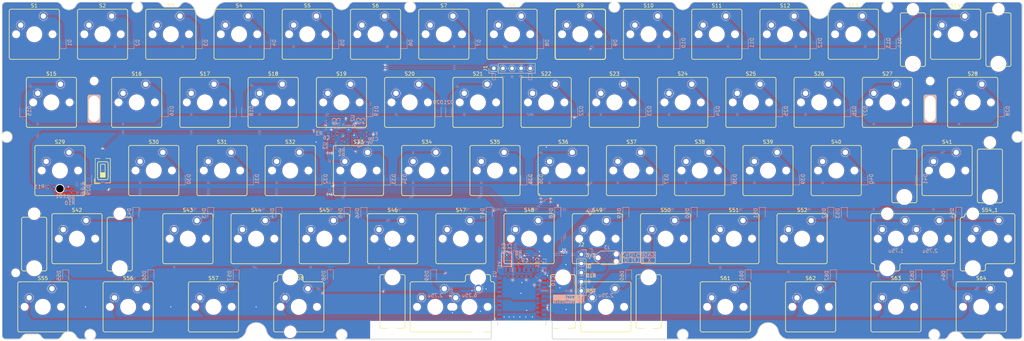
<source format=kicad_pcb>
(kicad_pcb (version 20241229) (generator "pcbnew") (generator_version "9.0")
  (layers (0 "F.Cu" signal) (2 "B.Cu" signal) (13 "F.Paste" user) (15 "B.Paste" user) (5 "F.SilkS" user "F.Silkscreen") (7 "B.SilkS" user "B.Silkscreen") (1 "F.Mask" user) (3 "B.Mask" user) (25 "Edge.Cuts" user))
  (net 0 "")
  (net 1 "GND")
  (net 2 "VDD")
  (net 3 "+5V")
  (net 4 "+BATT")
  (net 5 "row0")
  (net 6 "Net-(D1-A)")
  (net 7 "Net-(D2-A)")
  (net 8 "Net-(D3-A)")
  (net 9 "Net-(D4-A)")
  (net 10 "Net-(D5-A)")
  (net 11 "Net-(D6-A)")
  (net 12 "Net-(D7-A)")
  (net 13 "Net-(D8-A)")
  (net 14 "Net-(D9-A)")
  (net 15 "Net-(D10-A)")
  (net 16 "Net-(D11-A)")
  (net 17 "Net-(D12-A)")
  (net 18 "Net-(D13-A)")
  (net 19 "Net-(D14-A)")
  (net 20 "row1")
  (net 21 "Net-(D15-A)")
  (net 22 "Net-(D16-A)")
  (net 23 "Net-(D17-A)")
  (net 24 "Net-(D18-A)")
  (net 25 "Net-(D19-A)")
  (net 26 "Net-(D20-A)")
  (net 27 "Net-(D21-A)")
  (net 28 "Net-(D22-A)")
  (net 29 "Net-(D23-A)")
  (net 30 "Net-(D24-A)")
  (net 31 "Net-(D25-A)")
  (net 32 "Net-(D26-A)")
  (net 33 "Net-(D27-A)")
  (net 34 "Net-(D28-A)")
  (net 35 "row2")
  (net 36 "Net-(D29-A)")
  (net 37 "Net-(D30-A)")
  (net 38 "Net-(D31-A)")
  (net 39 "Net-(D32-A)")
  (net 40 "Net-(D33-A)")
  (net 41 "Net-(D34-A)")
  (net 42 "Net-(D35-A)")
  (net 43 "Net-(D36-A)")
  (net 44 "Net-(D37-A)")
  (net 45 "Net-(D38-A)")
  (net 46 "Net-(D39-A)")
  (net 47 "Net-(D40-A)")
  (net 48 "Net-(D41-A)")
  (net 49 "row3")
  (net 50 "Net-(D42-A)")
  (net 51 "Net-(D43-A)")
  (net 52 "Net-(D44-A)")
  (net 53 "Net-(D45-A)")
  (net 54 "Net-(D49-A)")
  (net 55 "Net-(D50-A)")
  (net 56 "Net-(D51-A)")
  (net 57 "Net-(D52-A)")
  (net 58 "Net-(D53-A)")
  (net 59 "row4")
  (net 60 "Net-(D54-A)")
  (net 61 "Net-(D55-A)")
  (net 62 "Net-(D56-A)")
  (net 63 "Net-(D57-A)")
  (net 64 "Net-(D58-A)")
  (net 65 "Net-(D59-A)")
  (net 66 "Net-(D60-A)")
  (net 67 "Net-(D61-A)")
  (net 68 "Net-(D62-A)")
  (net 69 "Net-(D63-A)")
  (net 70 "D+")
  (net 71 "D-")
  (net 72 "DCCH")
  (net 73 "Net-(U2-ISET)")
  (net 74 "Net-(U2-TS)")
  (net 75 "SCL")
  (net 76 "SDA")
  (net 77 "col0")
  (net 78 "col1")
  (net 79 "col2")
  (net 80 "col3")
  (net 81 "col4")
  (net 82 "col5")
  (net 83 "col6")
  (net 84 "col7")
  (net 85 "col8")
  (net 86 "col9")
  (net 87 "col10")
  (net 88 "col11")
  (net 89 "col12")
  (net 90 "col13")
  (net 91 "RST")
  (net 92 "SWDIO")
  (net 93 "SWDCLK")
  (net 94 "ALERT")
  (net 95 "+VSW")
  (net 96 "/TMR")
  (net 97 "/ILIM")
  (net 98 "LED_B")
  (net 99 "~{CHG}")
  (net 100 "Net-(U1-P0.00{slash}XL1)")
  (net 101 "Net-(U1-P0.01{slash}XL2)")
  (net 103 "VBUS")
  (net 104 "Net-(D46-A)")
  (net 105 "Net-(D47-A)")
  (net 106 "Net-(D48-A)")
  (net 108 "unconnected-(U1-P0.13-Pad33)")
  (net 109 "Net-(LED1-GK)")
  (net 112 "Net-(D64-A)")
  (net 113 "Net-(LED1-BK)")
  (net 114 "Net-(LED1-RK)")
  (net 116 "+VDDH")
  (net 117 "unconnected-(U1-P0.17-Pad30)")
  (net 118 "LED_G")
  (footprint "Switch_Keyboard_Cherry_MX:SW_Cherry_MX_PCB_1.50u" (layer "F.Cu") (at 302.4185 52.387)
    (property "Reference" "S28")
    (property "Value" "1.50u")
  )
  (footprint "Switch_Keyboard_Cherry_MX:SW_Cherry_MX_PCB_1.50u" (layer "F.Cu") (at 45.2435 52.387)
    (property "Reference" "S15")
    (property "Value" "1.50u")
  )
  (footprint "Switch_Keyboard_Cherry_MX:SW_Cherry_MX_PCB_1.00u" (layer "F.Cu") (at 69.056 52.387)
    (property "Reference" "S16")
    (property "Value" "1.00u")
  )
  (footprint "hotp4ck:Neo60" (layer "F.Cu") (at 173.856 71.462)
    (property "Reference" "H8" (hide yes))
    (property "Value" "Mounting_Keyboard_Stabilizer:6.25u")
    (fp_line (start -142.35 46.100001) (end -142.35 -8.5436) (stroke (width 0.2)) (layer "Edge.Cuts"))
    (fp_line (start -142.349999 -10.306402) (end -142.349999 -46.1) (stroke (width 0.2)) (layer "Edge.Cuts"))
    (fp_line (start -141.350001 -47.1) (end -127.136001 -47.1) (stroke (width 0.2)) (layer "Edge.Cuts"))
    (fp_line (start -138.034801 47.1) (end -141.35 47.1) (stroke (width 0.2)) (layer "Edge.Cuts"))
    (fp_line (start -135.625 45.674997) (end -132.525101 45.674997) (stroke (width 0.2) (color 208 210 205 1)) (layer "Edge.Cuts"))
    (fp_line (start -130.115402 47.1) (end -127.136001 47.1) (stroke (width 0.2)) (layer "Edge.Cuts"))
    (fp_line (start -120.3283 -47.1) (end -105.479298 -47.1) (stroke (width 0.2)) (layer "Edge.Cuts"))
    (fp_line (start -120.314201 47.1) (end -118.724701 47.1) (stroke (width 0.2)) (layer "Edge.Cuts"))
    (fp_line (start -103.8708 -47.1) (end -99.134792 -47.1) (stroke (width 0.2)) (layer "Edge.Cuts"))
    (fp_line (start -93.625004 -45.675001) (end -96.725002 -45.675001) (stroke (width 0.2) (color 208 210 205 1)) (layer "Edge.Cuts"))
    (fp_line (start -77.173199 47.1) (end -116.825401 47.1) (stroke (width 0.2)) (layer "Edge.Cuts"))
    (fp_line (start -65.651897 47.1) (end -48.5247 47.1) (stroke (width 0.2)) (layer "Edge.Cuts"))
    (fp_line (start -50.986004 -47.100002) (end -79.939503 -47.1) (stroke (width 0.2)) (layer "Edge.Cuts"))
    (fp_line (start -46.6254 47.1) (end -6.30604 47.1) (stroke (width 0.2)) (layer "Edge.Cuts"))
    (fp_line (start -29.279308 -47.1) (end -44.164104 -47.1) (stroke (width 0.2)) (layer "Edge.Cuts"))
    (fp_line (start -5.806023 46.6) (end -5.806023 42.45625) (stroke (width 0.2)) (layer "Edge.Cuts"))
    (fp_line (start -3.934795 -47.1) (end -27.670818 -47.1) (stroke (width 0.2)) (layer "Edge.Cuts"))
    (fp_line (start 1.574894 -45.675001) (end -1.525005 -45.675001) (stroke (width 0.2) (color 208 210 205 1)) (layer "Edge.Cuts"))
    (fp_line (start 10.693487 41.95625) (end -5.306023 41.95625) (stroke (width 0.2)) (layer "Edge.Cuts"))
    (fp_line (start 11.193487 46.6) (end 11.193487 42.464237) (stroke (width 0.2)) (layer "Edge.Cuts"))
    (fp_line (start 11.6935 47.1) (end 46.675297 47.1) (stroke (width 0.2)) (layer "Edge.Cuts"))
    (fp_line (start 27.7206 -47.1) (end 3.984699 -47.1) (stroke (width 0.2)) (layer "Edge.Cuts"))
    (fp_line (start 44.213993 -47.1) (end 29.329197 -47.1) (stroke (width 0.2)) (layer "Edge.Cuts"))
    (fp_line (start 48.574604 47.1) (end 65.701893 47.1) (stroke (width 0.2) (color 208 210 205 1)) (layer "Edge.Cuts"))
    (fp_line (start 77.223103 47.1) (end 116.875309 47.1) (stroke (width 0.2)) (layer "Edge.Cuts"))
    (fp_line (start 79.989399 -47.1) (end 51.035893 -47.1) (stroke (width 0.2)) (layer "Edge.Cuts"))
    (fp_line (start 96.774906 -45.675001) (end 93.674992 -45.675001) (stroke (width 0.2) (color 208 210 205 1)) (layer "Edge.Cuts"))
    (fp_line (start 103.920689 -47.1) (end 99.184696 -47.1) (stroke (width 0.2)) (layer "Edge.Cuts"))
    (fp_line (start 120.363987 -47.1) (end 105.529209 -47.1) (stroke (width 0.2)) (layer "Edge.Cuts"))
    (fp_line (start 120.363987 47.1) (end 118.774601 47.1) (stroke (width 0.2)) (layer "Edge.Cuts"))
    (fp_line (start 127.185887 -47.1) (end 141.35 -47.1) (stroke (width 0.2)) (layer "Edge.Cuts"))
    (fp_line (start 130.165196 47.1) (end 127.185887 47.1) (stroke (width 0.2)) (layer "Edge.Cuts"))
    (fp_line (start 132.574986 45.674997) (end 135.6749 45.674997) (stroke (width 0.2) (color 208 210 205 1)) (layer "Edge.Cuts"))
    (fp_line (start 141.35 47.1) (end 138.08469 47.1) (stroke (width 0.2)) (layer "Edge.Cuts"))
    (fp_line (start 142.349998 46.1) (end 142.349998 -8.5436) (stroke (width 0.2)) (layer "Edge.Cuts"))
    (fp_line (start 142.35 -10.306402) (end 142.35 -46.1) (stroke (width 0.2)) (layer "Edge.Cuts"))
    (fp_arc (start -142.35 -46.1) (mid -142.057107 -46.807107) (end -141.35 -47.1) (stroke (width 0.2)) (layer "Edge.Cuts"))
    (fp_arc (start -141.35 47.1) (mid -142.057107 46.807107) (end -142.35 46.1) (stroke (width 0.2)) (layer "Edge.Cuts"))
    (fp_arc (start -5.806023 42.45625) (mid -5.65956 42.102721) (end -5.306023 41.95625) (stroke (width 0.2)) (layer "Edge.Cuts"))
    (fp_arc (start -5.806023 46.6) (mid -5.952471 46.953545) (end -6.306023 47.1) (stroke (width 0.2)) (layer "Edge.Cuts"))
    (fp_arc (start 10.693487 41.95625) (mid 11.047066 42.102689) (end 11.193487 42.45625) (stroke (width 0.2)) (layer "Edge.Cuts"))
    (fp_arc (start 11.693487 47.1) (mid 11.339942 46.953549) (end 11.193487 46.6) (stroke (width 0.2)) (layer "Edge.Cuts"))
    (fp_arc (start 141.35 -47.1) (mid 142.057107 -46.807107) (end 142.35 -46.1) (stroke (width 0.2)) (layer "Edge.Cuts"))
    (fp_arc (start 142.35 46.1) (mid 142.057107 46.807107) (end 141.35 47.1) (stroke (width 0.2)) (layer "Edge.Cuts"))
    (fp_curve (pts (xy -142.35 -8.5436) (xy -141.96434 -7.985719) (xy -141.260773 -7.743349) (xy -140.613346 -7.945345)) (stroke (width 0.2) (color 208 210 205 1)) (layer "Edge.Cuts"))
    (fp_curve (pts (xy -140.613346 -10.904657) (xy -141.260773 -11.106653) (xy -141.96434 -10.864282) (xy -142.35 -10.306402)) (stroke (width 0.2) (color 208 210 205 1)) (layer "Edge.Cuts"))
    (fp_curve (pts (xy -140.613346 -7.945345) (xy -139.965919 -8.14734) (xy -139.524998 -8.746793) (xy -139.524998 -9.425001)) (stroke (width 0.2) (color 208 210 205 1)) (layer "Edge.Cuts"))
    (fp_curve (pts (xy -139.524998 -9.425001) (xy -139.524998 -10.103208) (xy -139.965919 -10.702661) (xy -140.613346 -10.904657)) (stroke (width 0.2) (color 208 210 205 1)) (layer "Edge.Cuts"))
    (fp_curve (pts (xy -138.034801 47.1) (xy -137.487705 47.099969) (xy -136.984012 46.802103) (xy -136.720402 46.322702)) (stroke (width 0.2) (color 208 210 205 1)) (layer "Edge.Cuts"))
    (fp_curve (pts (xy -135.625 45.674997) (xy -136.080933 45.674966) (xy -136.500717 45.923189) (xy -136.720402 46.322702)) (stroke (width 0.2) (color 208 210 205 1)) (layer "Edge.Cuts"))
    (fp_curve (pts (xy -131.429703 46.322702) (xy -131.649387 45.923189) (xy -132.069168 45.674974) (xy -132.525101 45.674997)) (stroke (width 0.2) (color 208 210 205 1)) (layer "Edge.Cuts"))
    (fp_curve (pts (xy -131.429703 46.322702) (xy -131.166141 46.802103) (xy -130.662475 47.099977) (xy -130.115402 47.1)) (stroke (width 0.2) (color 208 210 205 1)) (layer "Edge.Cuts"))
    (fp_curve (pts (xy -127.136001 47.1) (xy -126.563976 47.1) (xy -126.041748 46.774652) (xy -125.7896 46.261201)) (stroke (width 0.2) (color 208 210 205 1)) (layer "Edge.Cuts"))
    (fp_curve (pts (xy -125.7896 -46.2612) (xy -126.041748 -46.774652) (xy -126.563976 -47.099998) (xy -127.136001 -47.1)) (stroke (width 0.2) (color 208 210 205 1)) (layer "Edge.Cuts"))
    (fp_curve (pts (xy -125.7896 -46.2612) (xy -125.402996 -45.473837) (xy -124.602203 -44.974922) (xy -123.725048 -44.974922)) (stroke (width 0.2) (color 208 210 205 1)) (layer "Edge.Cuts"))
    (fp_curve (pts (xy -123.725048 -44.974922) (xy -122.847893 -44.974922) (xy -122.047104 -45.473837) (xy -121.660499 -46.2612)) (stroke (width 0.2) (color 208 210 205 1)) (layer "Edge.Cuts"))
    (fp_curve (pts (xy -123.725048 44.974924) (xy -124.602203 44.974924) (xy -125.402992 45.47384) (xy -125.789596 46.261201)) (stroke (width 0.2) (color 208 210 205 1)) (layer "Edge.Cuts"))
    (fp_curve (pts (xy -121.660499 46.261201) (xy -122.0471 45.47384) (xy -122.847893 44.974924) (xy -123.725048 44.974924)) (stroke (width 0.2) (color 208 210 205 1)) (layer "Edge.Cuts"))
    (fp_curve (pts (xy -121.660499 46.261201) (xy -121.408367 46.774622) (xy -120.886188 47.099962) (xy -120.314201 47.1)) (stroke (width 0.2) (color 208 210 205 1)) (layer "Edge.Cuts"))
    (fp_curve (pts (xy -120.3283 -47.1) (xy -120.895176 -47.094549) (xy -121.410572 -46.770038) (xy -121.660499 -46.261201)) (stroke (width 0.2) (color 208 210 205 1)) (layer "Edge.Cuts"))
    (fp_curve (pts (xy -119.241558 45.373125) (xy -119.4561 46.000055) (xy -119.248394 46.694025) (xy -118.724701 47.1)) (stroke (width 0.2) (color 208 210 205 1)) (layer "Edge.Cuts"))
    (fp_curve (pts (xy -117.775051 44.324983) (xy -118.437672 44.324983) (xy -119.027016 44.746194) (xy -119.241558 45.373125)) (stroke (width 0.2) (color 208 210 205 1)) (layer "Edge.Cuts"))
    (fp_curve (pts (xy -116.825401 47.1) (xy -116.301708 46.694025) (xy -116.094002 46.000055) (xy -116.308544 45.373125)) (stroke (width 0.2) (color 208 210 205 1)) (layer "Edge.Cuts"))
    (fp_curve (pts (xy -116.308544 45.373125) (xy -116.523086 44.746194) (xy -117.11243 44.324983) (xy -117.775051 44.324983)) (stroke (width 0.2) (color 208 210 205 1)) (layer "Edge.Cuts"))
    (fp_curve (pts (xy -106.167744 -45.357416) (xy -105.98045 -44.687893) (xy -105.370273 -44.224979) (xy -104.675045 -44.224979)) (stroke (width 0.2) (color 208 210 205 1)) (layer "Edge.Cuts"))
    (fp_curve (pts (xy -105.479298 -47.1) (xy -106.073604 -46.739267) (xy -106.355038 -46.026939) (xy -106.167744 -45.357416)) (stroke (width 0.2) (color 208 210 205 1)) (layer "Edge.Cuts"))
    (fp_curve (pts (xy -104.675045 -44.224979) (xy -103.979816 -44.224979) (xy -103.369633 -44.687894) (xy -103.182346 -45.357418)) (stroke (width 0.2) (color 208 210 205 1)) (layer "Edge.Cuts"))
    (fp_curve (pts (xy -103.182346 -45.357418) (xy -102.99506 -46.026941) (xy -103.276485 -46.739269) (xy -103.8708 -47.1)) (stroke (width 0.2) (color 208 210 205 1)) (layer "Edge.Cuts"))
    (fp_curve (pts (xy -97.8204 -46.3227) (xy -98.083988 -46.802114) (xy -98.587688 -47.099992) (xy -99.134792 -47.1)) (stroke (width 0.2) (color 208 210 205 1)) (layer "Edge.Cuts"))
    (fp_curve (pts (xy -97.8204 -46.3227) (xy -97.600712 -45.923187) (xy -97.180935 -45.674974) (xy -96.725002 -45.675001)) (stroke (width 0.2) (color 208 210 205 1)) (layer "Edge.Cuts"))
    (fp_curve (pts (xy -93.625004 -45.675001) (xy -93.172573 -45.675024) (xy -92.755459 -45.91953) (xy -92.534412 -46.3143)) (stroke (width 0.2) (color 208 210 205 1)) (layer "Edge.Cuts"))
    (fp_curve (pts (xy -90.990497 -47.0629) (xy -91.611133 -47.161462) (xy -92.227421 -46.862644) (xy -92.534397 -46.3143)) (stroke (width 0.2) (color 208 210 205 1)) (layer "Edge.Cuts"))
    (fp_curve (pts (xy -88.531605 -44.7483) (xy -88.797932 -45.951696) (xy -89.773212 -46.869743) (xy -90.990497 -47.062898)) (stroke (width 0.2) (color 208 210 205 1)) (layer "Edge.Cuts"))
    (fp_curve (pts (xy -88.531605 -44.7483) (xy -88.237713 -43.420234) (xy -87.060291 -42.47488) (xy -85.7001 -42.47488)) (stroke (width 0.2) (color 208 210 205 1)) (layer "Edge.Cuts"))
    (fp_curve (pts (xy -85.7001 -42.47488) (xy -84.339908 -42.47488) (xy -83.162487 -43.420236) (xy -82.868603 -44.7483)) (stroke (width 0.2) (color 208 210 205 1)) (layer "Edge.Cuts"))
    (fp_curve (pts (xy -79.939503 -47.1) (xy -81.346546 -47.099994) (xy -82.564541 -46.1221) (xy -82.868603 -44.7483)) (stroke (width 0.2) (color 208 210 205 1)) (layer "Edge.Cuts"))
    (fp_curve (pts (xy -77.173199 47.1) (xy -75.766147 47.099992) (xy -74.548153 46.122102) (xy -74.244091 44.7483)) (stroke (width 0.2) (color 208 210 205 1)) (layer "Edge.Cuts"))
    (fp_curve (pts (xy -71.412601 42.474893) (xy -72.772785 42.474893) (xy -73.950207 43.420244) (xy -74.244099 44.7483)) (stroke (width 0.2) (color 208 210 205 1)) (layer "Edge.Cuts"))
    (fp_curve (pts (xy -68.581104 44.7483) (xy -68.874996 43.420244) (xy -70.052418 42.474893) (xy -71.412601 42.474893)) (stroke (width 0.2) (color 208 210 205 1)) (layer "Edge.Cuts"))
    (fp_curve (pts (xy -68.581104 44.7483) (xy -68.277035 46.122141) (xy -67.058987 47.100046) (xy -65.651897 47.1)) (stroke (width 0.2) (color 208 210 205 1)) (layer "Edge.Cuts"))
    (fp_curve (pts (xy -49.639599 -46.2612) (xy -49.89175 -46.774656) (xy -50.413975 -47.1) (xy -50.986004 -47.100002)) (stroke (width 0.2) (color 208 210 205 1)) (layer "Edge.Cuts"))
    (fp_curve (pts (xy -49.6395 -46.2612) (xy -49.252865 -45.47389) (xy -48.452114 -44.975019) (xy -47.574993 -44.975019)) (stroke (width 0.2) (color 208 210 205 1)) (layer "Edge.Cuts"))
    (fp_curve (pts (xy -49.041561 45.373125) (xy -49.256107 46.000055) (xy -49.048389 46.694025) (xy -48.5247 47.1)) (stroke (width 0.2) (color 208 210 205 1)) (layer "Edge.Cuts"))
    (fp_curve (pts (xy -47.575054 44.324983) (xy -48.237675 44.324983) (xy -48.827015 44.746194) (xy -49.041561 45.373125)) (stroke (width 0.2) (color 208 210 205 1)) (layer "Edge.Cuts"))
    (fp_curve (pts (xy -47.574993 -44.975019) (xy -46.697872 -44.975019) (xy -45.897121 -45.47389) (xy -45.510494 -46.2612)) (stroke (width 0.2) (color 208 210 205 1)) (layer "Edge.Cuts"))
    (fp_curve (pts (xy -46.6254 47.1) (xy -46.101711 46.694025) (xy -45.894001 46.000055) (xy -46.108547 45.373125)) (stroke (width 0.2) (color 208 210 205 1)) (layer "Edge.Cuts"))
    (fp_curve (pts (xy -46.108547 45.373125) (xy -46.323093 44.746194) (xy -46.912434 44.324983) (xy -47.575054 44.324983)) (stroke (width 0.2) (color 208 210 205 1)) (layer "Edge.Cuts"))
    (fp_curve (pts (xy -44.164104 -47.1) (xy -44.736126 -47.099992) (xy -45.258343 -46.774648) (xy -45.510494 -46.2612)) (stroke (width 0.2) (color 208 210 205 1)) (layer "Edge.Cuts"))
    (fp_curve (pts (xy -29.967754 -45.357416) (xy -29.780468 -44.687893) (xy -29.170284 -44.224981) (xy -28.475063 -44.224981)) (stroke (width 0.2) (color 208 210 205 1)) (layer "Edge.Cuts"))
    (fp_curve (pts (xy -29.279308 -47.1) (xy -29.873638 -46.739267) (xy -30.155041 -46.026939) (xy -29.967754 -45.357416)) (stroke (width 0.2) (color 208 210 205 1)) (layer "Edge.Cuts"))
    (fp_curve (pts (xy -28.475063 -44.224981) (xy -27.779842 -44.224981) (xy -27.169659 -44.687894) (xy -26.982372 -45.357418)) (stroke (width 0.2) (color 208 210 205 1)) (layer "Edge.Cuts"))
    (fp_curve (pts (xy -26.982372 -45.357418) (xy -26.795086 -46.026941) (xy -27.076504 -46.739267) (xy -27.670818 -47.1)) (stroke (width 0.2) (color 208 210 205 1)) (layer "Edge.Cuts"))
    (fp_curve (pts (xy -2.620403 -46.3227) (xy -2.883999 -46.802112) (xy -3.387691 -47.099989) (xy -3.934795 -47.1)) (stroke (width 0.2) (color 208 210 205 1)) (layer "Edge.Cuts"))
    (fp_curve (pts (xy -2.620403 -46.3227) (xy -2.400722 -45.923187) (xy -1.980938 -45.674974) (xy -1.525005 -45.675001)) (stroke (width 0.2) (color 208 210 205 1)) (layer "Edge.Cuts"))
    (fp_curve (pts (xy 1.574894 -45.675001) (xy 2.030827 -45.674974) (xy 2.450611 -45.923187) (xy 2.670292 -46.3227)) (stroke (width 0.2) (color 208 210 205 1)) (layer "Edge.Cuts"))
    (fp_curve (pts (xy 3.984699 -47.1) (xy 3.43758 -47.099996) (xy 2.933872 -46.80212) (xy 2.670277 -46.322702)) (stroke (width 0.2) (color 208 210 205 1)) (layer "Edge.Cuts"))
    (fp_curve (pts (xy 27.032215 -45.35742) (xy 27.219517 -44.68791) (xy 27.829685 -44.22501) (xy 28.524906 -44.22501)) (stroke (width 0.2) (color 208 210 205 1)) (layer "Edge.Cuts"))
    (fp_curve (pts (xy 27.7206 -47.1) (xy 27.126301 -46.739252) (xy 26.844914 -46.026929) (xy 27.032215 -45.35742)) (stroke (width 0.2) (color 208 210 205 1)) (layer "Edge.Cuts"))
    (fp_curve (pts (xy 28.524906 -44.22501) (xy 29.220127 -44.22501) (xy 29.830296 -44.68791) (xy 30.017597 -45.35742)) (stroke (width 0.2) (color 208 210 205 1)) (layer "Edge.Cuts"))
    (fp_curve (pts (xy 30.017597 -45.35742) (xy 30.204899 -46.026929) (xy 29.923496 -46.739252) (xy 29.329197 -47.1)) (stroke (width 0.2) (color 208 210 205 1)) (layer "Edge.Cuts"))
    (fp_curve (pts (xy 45.560398 -46.2612) (xy 45.308247 -46.774656) (xy 44.786015 -47.1) (xy 44.213993 -47.100002)) (stroke (width 0.2) (color 208 210 205 1)) (layer "Edge.Cuts"))
    (fp_curve (pts (xy 45.560398 -46.2611) (xy 45.94701 -45.473745) (xy 46.747822 -44.974847) (xy 47.624973 -44.974868)) (stroke (width 0.2) (color 208 210 205 1)) (layer "Edge.Cuts"))
    (fp_curve (pts (xy 46.158436 45.373125) (xy 45.943897 46.000055) (xy 46.1516 46.694025) (xy 46.675297 47.1)) (stroke (width 0.2) (color 208 210 205 1)) (layer "Edge.Cuts"))
    (fp_curve (pts (xy 47.624943 44.324983) (xy 46.962315 44.324983) (xy 46.372975 44.746194) (xy 46.158436 45.373125)) (stroke (width 0.2) (color 208 210 205 1)) (layer "Edge.Cuts"))
    (fp_curve (pts (xy 47.624973 -44.974868) (xy 48.502125 -44.974889) (xy 49.302906 -45.473825) (xy 49.689488 -46.2612)) (stroke (width 0.2) (color 208 210 205 1)) (layer "Edge.Cuts"))
    (fp_curve (pts (xy 48.574604 47.1) (xy 49.098286 46.694025) (xy 49.305988 46.000055) (xy 49.09145 45.373125)) (stroke (width 0.2) (color 208 210 205 1)) (layer "Edge.Cuts"))
    (fp_curve (pts (xy 49.09145 45.373125) (xy 48.876911 44.746194) (xy 48.287571 44.324983) (xy 47.624943 44.324983)) (stroke (width 0.2) (color 208 210 205 1)) (layer "Edge.Cuts"))
    (fp_curve (pts (xy 51.035893 -47.1) (xy 50.463886 -47.099992) (xy 49.94167 -46.774648) (xy 49.689518 -46.2612)) (stroke (width 0.2) (color 208 210 205 1)) (layer "Edge.Cuts"))
    (fp_curve (pts (xy 65.701893 47.1) (xy 67.108936 47.1) (xy 68.326939 46.122102) (xy 68.631001 44.7483)) (stroke (width 0.2) (color 208 210 205 1)) (layer "Edge.Cuts"))
    (fp_curve (pts (xy 71.462498 42.474893) (xy 70.102314 42.474893) (xy 68.9249 43.420244) (xy 68.631001 44.7483)) (stroke (width 0.2) (color 208 210 205 1)) (layer "Edge.Cuts"))
    (fp_curve (pts (xy 74.293995 44.7483) (xy 74.000095 43.420244) (xy 72.822682 42.474893) (xy 71.462498 42.474893)) (stroke (width 0.2) (color 208 210 205 1)) (layer "Edge.Cuts"))
    (fp_curve (pts (xy 74.293995 44.7483) (xy 74.598057 46.122102) (xy 75.816059 47.1) (xy 77.223103 47.1)) (stroke (width 0.2) (color 208 210 205 1)) (layer "Edge.Cuts"))
    (fp_curve (pts (xy 82.918491 -44.7483) (xy 82.614445 -46.122097) (xy 81.396443 -47.099989) (xy 79.989399 -47.1)) (stroke (width 0.2) (color 208 210 205 1)) (layer "Edge.Cuts"))
    (fp_curve (pts (xy 82.918491 -44.7483) (xy 83.212376 -43.420246) (xy 84.389774 -42.474899) (xy 85.749973 -42.474899)) (stroke (width 0.2) (color 208 210 205 1)) (layer "Edge.Cuts"))
    (fp_curve (pts (xy 85.749973 -42.474899) (xy 87.110172 -42.474899) (xy 88.287571 -43.420244) (xy 88.581455 -44.7483)) (stroke (width 0.2) (color 208 210 205 1)) (layer "Edge.Cuts"))
    (fp_curve (pts (xy 91.040409 -47.0629) (xy 89.823124 -46.869728) (xy 88.847843 -45.95169) (xy 88.581486 -44.748298)) (stroke (width 0.2) (color 208 210 205 1)) (layer "Edge.Cuts"))
    (fp_curve (pts (xy 92.584293 -46.3143) (xy 92.277287 -46.86259) (xy 91.661045 -47.161392) (xy 91.040409 -47.0629)) (stroke (width 0.2) (color 208 210 205 1)) (layer "Edge.Cuts"))
    (fp_curve (pts (xy 92.584293 -46.3143) (xy 92.805363 -45.9195) (xy 93.222508 -45.674987) (xy 93.674992 -45.675001)) (stroke (width 0.2) (color 208 210 205 1)) (layer "Edge.Cuts"))
    (fp_curve (pts (xy 96.774906 -45.675001) (xy 97.230839 -45.674974) (xy 97.650608 -45.923187) (xy 97.870304 -46.3227)) (stroke (width 0.2) (color 208 210 205 1)) (layer "Edge.Cuts"))
    (fp_curve (pts (xy 99.184696 -47.1) (xy 98.637608 -47.099989) (xy 98.133885 -46.802112) (xy 97.870304 -46.3227)) (stroke (width 0.2) (color 208 210 205 1)) (layer "Edge.Cuts"))
    (fp_curve (pts (xy 103.232243 -45.357416) (xy 103.419529 -44.687894) (xy 104.029728 -44.224985) (xy 104.724949 -44.224985)) (stroke (width 0.2) (color 208 210 205 1)) (layer "Edge.Cuts"))
    (fp_curve (pts (xy 103.920689 -47.1) (xy 103.326389 -46.739263) (xy 103.044956 -46.026937) (xy 103.232243 -45.357416)) (stroke (width 0.2) (color 208 210 205 1)) (layer "Edge.Cuts"))
    (fp_curve (pts (xy 104.724949 -44.224985) (xy 105.42017 -44.224985) (xy 106.030369 -44.687894) (xy 106.217655 -45.357416)) (stroke (width 0.2) (color 208 210 205 1)) (layer "Edge.Cuts"))
    (fp_curve (pts (xy 106.217655 -45.357416) (xy 106.404942 -46.026937) (xy 106.123509 -46.739263) (xy 105.529209 -47.1)) (stroke (width 0.2) (color 208 210 205 1)) (layer "Edge.Cuts"))
    (fp_curve (pts (xy 116.358463 45.373125) (xy 116.143925 46.000055) (xy 116.351627 46.694025) (xy 116.875309 47.1)) (stroke (width 0.2) (color 208 210 205 1)) (layer "Edge.Cuts"))
    (fp_curve (pts (xy 117.824955 44.324976) (xy 117.162327 44.324976) (xy 116.573002 44.746194) (xy 116.358463 45.373125)) (stroke (width 0.2) (color 208 210 205 1)) (layer "Edge.Cuts"))
    (fp_curve (pts (xy 118.774601 47.1) (xy 119.298283 46.694025) (xy 119.505985 46.000055) (xy 119.291447 45.373125)) (stroke (width 0.2) (color 208 210 205 1)) (layer "Edge.Cuts"))
    (fp_curve (pts (xy 119.291447 45.373125) (xy 119.076908 44.746194) (xy 118.487583 44.324976) (xy 117.824955 44.324976)) (stroke (width 0.2) (color 208 210 205 1)) (layer "Edge.Cuts"))
    (fp_curve (pts (xy 120.363987 47.1) (xy 120.936009 47.099992) (xy 121.458256 46.774644) (xy 121.710392 46.261194)) (stroke (width 0.2) (color 208 210 205 1)) (layer "Edge.Cuts"))
    (fp_curve (pts (xy 121.710392 -46.2612) (xy 121.458256 -46.774656) (xy 120.936009 -47.1) (xy 120.363987 -47.100002)) (stroke (width 0.2) (color 208 210 205 1)) (layer "Edge.Cuts"))
    (fp_curve (pts (xy 121.710392 -46.2612) (xy 122.096958 -45.473827) (xy 122.89777 -44.974903) (xy 123.774937 -44.974903)) (stroke (width 0.2) (color 208 210 205 1)) (layer "Edge.Cuts"))
    (fp_curve (pts (xy 123.774876 44.975023) (xy 122.89777 44.975023) (xy 122.097019 45.473894) (xy 121.710392 46.261201)) (stroke (width 0.2) (color 208 210 205 1)) (layer "Edge.Cuts"))
    (fp_curve (pts (xy 123.774937 -44.974903) (xy 124.652104 -44.974903) (xy 125.452885 -45.473827) (xy 125.839481 -46.2612)) (stroke (width 0.2) (color 208 210 205 1)) (layer "Edge.Cuts"))
    (fp_curve (pts (xy 125.83939 46.261201) (xy 125.452763 45.473894) (xy 124.651981 44.975023) (xy 123.774876 44.975023)) (stroke (width 0.2) (color 208 210 205 1)) (layer "Edge.Cuts"))
    (fp_curve (pts (xy 125.839512 46.261201) (xy 126.091648 46.774644) (xy 126.613865 47.099985) (xy 127.185887 47.1)) (stroke (width 0.2) (color 208 210 205 1)) (layer "Edge.Cuts"))
    (fp_curve (pts (xy 127.185887 -47.1) (xy 126.613865 -47.099989) (xy 126.091648 -46.774646) (xy 125.839512 -46.261201)) (stroke (width 0.2) (color 208 210 205 1)) (layer "Edge.Cuts"))
    (fp_curve (pts (xy 130.165196 47.1) (xy 130.712284 47.099992) (xy 131.216007 46.80211) (xy 131.479588 46.322702)) (stroke (width 0.2) (color 208 210 205 1)) (layer "Edge.Cuts"))
    (fp_curve (pts (xy 132.574986 45.674997) (xy 132.119053 45.674974) (xy 131.699284 45.923189) (xy 131.479588 46.322702)) (stroke (width 0.2) (color 208 210 205 1)) (layer "Edge.Cuts"))
    (fp_curve (pts (xy 136.770207 46.322702) (xy 136.550572 45.923212) (xy 136.130833 45.675005) (xy 135.674931 45.674997)) (stroke (width 0.2) (color 208 210 205 1)) (layer "Edge.Cuts"))
    (fp_curve (pts (xy 136.770298 46.322702) (xy 137.033878 46.80211) (xy 137.537602 47.099992) (xy 138.08469 47.1)) (stroke (width 0.2) (color 208 210 205 1)) (layer "Edge.Cuts"))
    (fp_curve (pts (xy 139.525016 -9.425001) (xy 139.525016 -8.746793) (xy 139.965934 -8.14734) (xy 140.613365 -7.945345)) (stroke (width 0.2) (color 208 210 205 1)) (layer "Edge.Cuts"))
    (fp_curve (pts (xy 140.613365 -10.904657) (xy 139.965934 -10.702661) (xy 139.525016 -10.103208) (xy 139.525016 -9.425001)) (stroke (width 0.2) (color 208 210 205 1)) (layer "Edge.Cuts"))
    (fp_curve (pts (xy 140.613365 -7.945345) (xy 141.260795 -7.743349) (xy 141.964347 -7.985719) (xy 142.349998 -8.5436)) (stroke (width 0.2) (color 208 210 205 1)) (layer "Edge.Cuts"))
    (fp_curve (pts (xy 142.349998 -10.306402) (xy 141.964347 -10.864282) (xy 141.260795 -11.106653) (xy 140.613365 -10.904657)) (stroke (width 0.2) (color 208 210 205 1)) (layer "Edge.Cuts"))
  )
  (footprint "Switch_Keyboard_Cherry_MX:SW_Cherry_MX_PCB_1.00u" (layer "F.Cu") (at 116.681 33.337)
    (property "Reference" "S5")
    (property "Value" "1.00u")
  )
  (footprint "Switch_Keyboard_Cherry_MX:SW_Cherry_MX_PCB_1.00u" (layer "F.Cu") (at 92.8685 71.437)
    (property "Reference" "S31")
    (property "Value" "1.00u")
  )
  (footprint "Switch_Keyboard_Cherry_MX:SW_Cherry_MX_PCB_1.00u" (layer "F.Cu") (at 78.581 33.337)
    (property "Reference" "S3")
    (property "Value" "1.00u")
  )
  (footprint "Mounting_Keyboard_Stabilizer:Stabilizer_Cherry_MX_2u" (layer "F.Cu") (at 152.39975 109.537 180)
    (property "Reference" "H5" (hide yes))
    (property "Value" "Mounting_Keyboard_Stabilizer:2u")
  )
  (footprint "Switch_Keyboard_Cherry_MX:SW_Cherry_MX_PCB_1.00u" (layer "F.Cu") (at 211.931 33.337)
    (property "Reference" "S10")
    (property "Value" "1.00u")
  )
  (footprint "Switch_Keyboard_Cherry_MX:SW_Cherry_MX_PCB_1.00u" (layer "F.Cu") (at 121.4435 90.487)
    (property "Reference" "S45")
    (property "Value" "1.00u")
  )
  (footprint "Switch_Keyboard_Cherry_MX:SW_Cherry_MX_PCB_1.00u" (layer "F.Cu") (at 202.406 52.387)
    (property "Reference" "S23")
    (property "Value" "1.00u")
  )
  (footprint "Switch_Keyboard_Cherry_MX:SW_Cherry_MX_PCB_2.25u" (layer "F.Cu") (at 200.02475 109.537)
    (property "Reference" "S60" (hide yes))
    (property "Value" "2.25u")
  )
  (footprint "Connector_PinSocket_2.54mm:PinSocket_1x05_P2.54mm_Vertical" (layer "F.Cu") (at 193.17 94.887)
    (property "Reference" "J2")
    (property "Value" "Conn_01x05_Socket")
  )
  (footprint "Switch_Keyboard_Cherry_MX:SW_Cherry_MX_PCB_1.00u" (layer "F.Cu") (at 111.9185 71.437)
    (property "Reference" "S32")
    (property "Value" "1.00u")
  )
  (footprint "Switch_Keyboard_Cherry_MX:SW_Cherry_MX_PCB_1.00u" (layer "F.Cu") (at 97.631 33.337)
    (property "Reference" "S4")
    (property "Value" "1.00u")
  )
  (footprint "Switch_Keyboard_Cherry_MX:SW_Cherry_MX_PCB_1.00u" (layer "F.Cu") (at 216.6935 90.487)
    (property "Reference" "S50")
    (property "Value" "1.00u")
  )
  (footprint "Switch_Keyboard_Cherry_MX:SW_Cherry_MX_PCB_1.00u" (layer "F.Cu") (at 178.5935 90.487)
    (property "Reference" "S48")
    (property "Value" "1.00u")
  )
  (footprint "Switch_Keyboard_Cherry_MX:SW_Cherry_MX_PCB_1.00u" (layer "F.Cu") (at 107.156 52.387)
    (property "Reference" "S18")
    (property "Value" "1.00u")
  )
  (footprint "Switch_Keyboard_Cherry_MX:SW_Cherry_MX_PCB_1.00u" (layer "F.Cu") (at 154.781 33.337)
    (property "Reference" "S7")
    (property "Value" "1.00u")
  )
  (footprint "Switch_Keyboard_Cherry_MX:SW_Cherry_MX_PCB_1.00u" (layer "F.Cu") (at 259.556 52.387)
    (property "Reference" "S26")
    (property "Value" "1.00u")
  )
  (footprint "Switch_Keyboard_Cherry_MX:SW_Cherry_MX_PCB_1.00u" (layer "F.Cu") (at 226.2185 71.437)
    (property "Reference" "S38")
    (property "Value" "1.00u")
  )
  (footprint "Mounting_Keyboard_Stabilizer:Stabilizer_Cherry_MX_2u" (layer "F.Cu") (at 200.02475 109.537 180)
    (property "Reference" "H6" (hide yes))
    (property "Value" "Mounting_Keyboard_Stabilizer:2u")
  )
  (footprint "Switch_Keyboard_Cherry_MX:SW_Cherry_MX_PCB_1.00u" (layer "F.Cu") (at 59.531 33.337)
    (property "Reference" "S2")
    (property "Value" "1.00u")
  )
  (footprint "Switch_Keyboard_Cherry_MX:SW_Cherry_MX_PCB_1.00u" (layer "F.Cu") (at 307.181 90.47575)
    (property "Reference" "S54_1")
    (property "Value" "1.00u")
  )
  (footprint "Switch_Keyboard_Cherry_MX:SW_Cherry_MX_PCB_1.00u" (layer "F.Cu") (at 130.9685 71.437)
    (property "Reference" "S33")
    (property "Value" "1.00u")
  )
  (footprint "Switch_Keyboard_Cherry_MX:SW_Cherry_MX_PCB_1.00u" (layer "F.Cu") (at 197.6435 90.487)
    (property "Reference" "S49")
    (property "Value" "1.00u")
  )
  (footprint "Switch_Keyboard_Cherry_MX:SW_Cherry_MX_PCB_1.25u" (layer "F.Cu") (at 90.48725 109.537)
    (property "Reference" "S57")
    (property "Value" "1.25u")
  )
  (footprint "Connector_PinHeader_2.54mm:PinHeader_1x05_P2.54mm_Vertical" (layer "F.Cu") (at 168.751 42.862 90)
    (property "Reference" "J1")
    (property "Value" "Conn_01x05_Pin")
  )
  (footprint "Switch_Keyboard_Cherry_MX:SW_Cherry_MX_PCB_1.25u" (layer "F.Cu") (at 280.98725 109.537)
    (property "Reference" "S63")
    (property "Value" "1.25u")
  )
  (footprint "Switch_Keyboard_Cherry_MX:SW_Cherry_MX_PCB_1.00u" (layer "F.Cu") (at 192.881 33.337)
    (property "Reference" "S9")
    (property "Value" "1.00u")
  )
  (footprint "Mounting_Keyboard_Stabilizer:Stabilizer_Cherry_MX_6.25u" (layer "F.Cu") (at 161.92475 109.537 180)
    (property "Reference" "H7" (hide yes))
    (property "Value" "Mounting_Keyboard_Stabilizer:6.25u")
  )
  (footprint "Switch_Keyboard_Cherry_MX:SW_Cherry_MX_PCB_1.00u" (layer "F.Cu") (at 145.256 52.387)
    (property "Reference" "S20")
    (property "Value" "1.00u")
  )
  (footprint "Switch_Keyboard_Cherry_MX:SW_Cherry_MX_PCB_1.00u" (layer "F.Cu") (at 88.106 52.387)
    (property "Reference" "S17")
    (property "Value" "1.00u")
  )
  (footprint "Switch_Keyboard_Cherry_MX:SW_Cherry_MX_PCB_1.00u" (layer "F.Cu") (at 83.3435 90.487)
    (property "Reference" "S43")
    (property "Value" "1.00u")
  )
  (footprint "Switch_Keyboard_Cherry_MX:SW_Cherry_MX_PCB_1.00u" (layer "F.Cu") (at 73.8185 71.437)
    (property "Reference" "S30")
    (property "Value" "1.00u")
  )
  (footprint "Switch_Keyboard_Cherry_MX:SW_Cherry_MX_PCB_1.00u" (layer "F.Cu") (at 278.606 52.387)
    (property "Reference" "S27")
    (property "Value" "1.00u")
  )
  (footprint "Switch_Keyboard_Cherry_MX:SW_Cherry_MX_PCB_1.00u" (layer "F.Cu") (at 126.206 52.387)
    (property "Reference" "S19")
    (property "Value" "1.00u")
  )
  (footprint "Switch_Keyboard_Cherry_MX:SW_Cherry_MX_PCB_1.75u" (layer "F.Cu") (at 47.62475 71.437)
    (property "Reference" "S29")
    (property "Value" "1.75u")
  )
  (footprint "Switch_Keyboard_Cherry_MX:SW_Cherry_MX_PCB_2.25u" (layer "F.Cu") (at 52.38725 90.487)
    (property "Reference" "S42")
    (property "Value" "2.25u")
  )
  (footprint "Switch_Keyboard_Cherry_MX:SW_Cherry_MX_PCB_1.00u" (layer "F.Cu") (at 188.1185 71.437)
    (property "Reference" "S36")
    (property "Value" "1.00u")
  )
  (footprint "Switch_Keyboard_Cherry_MX:SW_Cherry_MX_PCB_1.25u" (layer "F.Cu") (at 114.29975 109.537)
    (property "Reference" "S58")
    (property "Value" "1.25u")
  )
  (footprint "Switch_Keyboard_Cherry_MX:SW_Cherry_MX_PCB_1.25u" (layer "F.Cu") (at 42.86225 109.537)
    (property "Reference" "S55")
    (property "Value" "1.25u")
  )
  (footprint "Switch_Keyboard_Cherry_MX:SW_Cherry_MX_PCB_1.00u" (layer "F.Cu") (at 269.081 33.337)
    (property "Reference" "S13")
    (property "Value" "1.00u")
  )
  (footprint "Switch_Keyboard_Cherry_MX:SW_Cherry_MX_PCB_1.25u" (layer "F.Cu") (at 304.79975 109.537)
    (property "Reference" "S64")
    (property "Value" "1.25u")
  )
  (footprint "Switch_Keyboard_Cherry_MX:SW_Cherry_MX_PCB_1.00u" (layer "F.Cu") (at 140.4935 90.487)
    (property "Reference" "S46")
    (property "Value" "1.00u")
  )
  (footprint "Switch_Keyboard_Cherry_MX:SW_Cherry_MX_PCB_2.75u" (layer "F.Cu") (at 290.51225 90.487)
    (property "Reference" "S54" (hide yes))
    (property "Value" "2.75u")
  )
  (footprint "Switch_Keyboard_Cherry_MX:SW_Cherry_MX_PCB_2.75u" (layer "F.Cu") (at 152.39975 109.537)
    (property "Reference" "S59_1" (hide yes))
    (property "Value" "2.75u")
  )
  (footprint "Switch_Keyboard_Cherry_MX:SW_Cherry_MX_PCB_2.25u" (layer "F.Cu") (at 295.27475 71.437)
    (property "Reference" "S41")
    (property "Value" "2.25u")
  )
  (footprint "Switch_Keyboard_Cherry_MX:SW_Cherry_MX_PCB_1.25u" (layer "F.Cu") (at 233.36225 109.537)
    (property "Reference" "S61")
    (property "Value" "1.25u")
  )
  (footprint "Switch_Keyboard_Cherry_MX:SW_Cherry_MX_PCB_1.00u" (layer "F.Cu") (at 221.456 52.387)
    (property "Reference" "S24")
    (property "Value" "1.00u")
  )
  (footprint "Switch_Keyboard_Cherry_MX:SW_Cherry_MX_PCB_1.00u" (layer "F.Cu") (at 183.356 52.387)
    (property "Reference" "S22")
    (property "Value" "1.00u")
  )
  (footprint "Switch_Keyboard_Cherry_MX:SW_Cherry_MX_PCB_1.00u" (layer "F.Cu") (at 102.3935 90.487)
    (property "Reference" "S44")
    (property "Value" "1.00u")
  )
  (footprint "hotp4ck:SW_DIP_HOTP4CK" (layer "F.Cu") (at 59.6059 71.462 90)
    (property "Reference" "SW1" (hide yes))
    (property "Value" "SW_DIP_x01" (hide yes))
  )
  (footprint "Mounting_Keyboard_Stabilizer:Stabilizer_Cherry_MX_2u" (layer "F.Cu") (at 52.38725 90.487)
    (property "Reference" "H3" (hide yes))
    (property "Value" "Mounting_Keyboard_Stabilizer:2u")
  )
  (footprint "Switch_Keyboard_Cherry_MX:SW_Cherry_MX_PCB_1.00u" (layer "F.Cu") (at 173.831 33.337)
    (property "Reference" "S8")
    (property "Value" "1.00u")
  )
  (footprint "Switch_Keyboard_Cherry_MX:SW_Cherry_MX_PCB_1.00u" (layer "F.Cu") (at 169.0685 71.437)
    (property "Reference" "S35")
    (property "Value" "1.00u")
  )
  (footprint "Switch_Keyboard_Cherry_MX:SW_Cherry_MX_PCB_1.00u" (layer "F.Cu") (at 250.031 33.337)
    (property "Reference" "S12")
    (property "Value" "1.00u")
  )
  (footprint "Switch_Keyboard_Cherry_MX:SW_Cherry_MX_PCB_1.25u" (layer "F.Cu") (at 257.17475 109.537)
    (property "Reference" "S62")
    (property "Value" "1.25u")
  )
  (footprint "Switch_Keyboard_Cherry_MX:SW_Cherry_MX_PCB_1.75u" (layer "F.Cu") (at 280.981 90.47575)
    (property "Reference" "S53" (hide yes))
    (property "Value" "1.75u")
  )
  (footprint "Switch_Keyboard_Cherry_MX:SW_Cherry_MX_PCB_1.00u" (layer "F.Cu") (at 40.481 33.337)
    (property "Reference" "S1")
    (property "Value" "1.00u")
  )
  (footprint "Mounting_Keyboard_Stabilizer:Stabilizer_Cherry_MX_2u" (layer "F.Cu") (at 297.656 33.337)
    (property "Reference" "H2" (hide yes))
    (property "Value" "Mounting_Keyboard_Stabilizer:2u")
  )
  (footprint "Switch_Keyboard_Cherry_MX:SW_Cherry_MX_PCB_1.00u" (layer "F.Cu") (at 230.981 33.337)
    (property "Reference" "S11")
    (property "Value" "1.00u")
  )
  (footprint "Switch_Keyboard_Cherry_MX:SW_Cherry_MX_PCB_1.00u" (layer "F.Cu") (at 207.1685 71.437)
    (property "Reference" "S37")
    (property "Value" "1.00u")
  )
  (footprint "Switch_Keyboard_Cherry_MX:SW_Cherry_MX_PCB_1.00u" (layer "F.Cu") (at 135.731 33.337)
    (property "Reference" "S6")
    (property "Value" "1.00u")
  )
  (footprint "Switch_Keyboard_Cherry_MX:SW_Cherry_MX_PCB_1.00u" (layer "F.Cu") (at 245.2685 71.437)
    (property "Reference" "S39")
    (property "Value" "1.00u")
  )
  (footprint "Mounting_Keyboard_Stabilizer:Stabilizer_Cherry_MX_2u" (layer "F.Cu") (at 295.27475 70.56705)
    (property "Reference" "H1" (hide yes))
    (property "Value" "Mounting_Keyboard_Stabilizer:2u" (hide yes))
  )
  (footprint "Switch_Keyboard_Cherry_MX:SW_Cherry_MX_PCB_1.00u" (layer "F.Cu") (at 254.7935 90.487)
    (property "Reference" "S52")
    (property "Value" "1.00u")
  )
  (footprint "Switch_Keyboard_Cherry_MX:SW_Cherry_MX_PCB_6.25u" (layer "F.Cu") (at 161.92475 109.537)
    (property "Reference" "S59" (hide yes))
    (property "Value" "6.25u")
  )
  (footprint "Switch_Keyboard_Cherry_MX:SW_Cherry_MX_PCB_1.00u" (layer "F.Cu") (at 235.7435 90.487)
    (property "Reference" "S51")
    (property "Value" "1.00u")
  )
  (footprint "Switch_Keyboard_Cherry_MX:SW_Cherry_MX_PCB_1.00u" (layer "F.Cu") (at 264.3185 71.437)
    (property "Reference" "S40")
    (property "Value" "1.00u")
  )
  (footprint "Switch_Keyboard_Cherry_MX:SW_Cherry_MX_PCB_2.00u" (layer "F.Cu") (at 297.656 33.337)
    (property "Reference" "S14")
    (property "Value" "2.00u")
  )
  (footprint "Switch_Keyboard_Cherry_MX:SW_Cherry_MX_PCB_1.00u" (layer "F.Cu") (at 159.5435 90.487)
    (property "Reference" "S47")
    (property "Value" "1.00u")
  )
  (footprint "Switch_Keyboard_Cherry_MX:SW_Cherry_MX_PCB_1.00u" (layer "F.Cu") (at 240.506 52.387)
    (property "Reference" "S25")
    (property "Value" "1.00u")
  )
  (footprint "Switch_Keyboard_Cherry_MX:SW_Cherry_MX_PCB_1.25u" (layer "F.Cu") (at 66.67475 109.537)
    (property "Reference" "S56")
    (property "Value" "1.25u")
  )
  (footprint "Switch_Keyboard_Cherry_MX:SW_Cherry_MX_PCB_1.00u" (layer "F.Cu") (at 164.306 52.387)
    (property "Reference" "S21")
    (property "Value" "1.00u")
  )
  (footprint "Switch_Keyboard_Cherry_MX:SW_Cherry_MX_PCB_1.00u" (layer "F.Cu") (at 150.0185 71.437)
    (property "Reference" "S34")
    (property "Value" "1.00u")
  )
  (footprint "Diode_SMD:D_SOD-323" (layer "B.Cu") (at 49.21225 100.80575 -90)
    (property "Reference" "D55")
    (property "Value" "1N4148WS")
  )
  (footprint "Capacitor_SMD:C_0402_1005Metric" (layer "B.Cu") (at 132.92 62.68)
    (property "Reference" "C1")
    (property "Value" "4u7")
  )
  (footprint "Diode_SMD:D_SOD-323" (layer "B.Cu") (at 86.5185 35.71825 90)
    (property "Reference" "D3")
    (property "Value" "1N4148WS")
  )
  (footprint "Diode_SMD:D_SOD-323" (layer "B.Cu") (at 142.0685 73.81825 90)
    (property "Reference" "D34")
    (property "Value" "1N4148WS")
  )
  (footprint "Diode_SMD:D_SOD-323" (layer "B.Cu") (at 156.1185 54.76825 90)
    (property "Reference" "D21")
    (property "Value" "1N4148WS")
  )
  (footprint "Diode_SMD:D_SOD-323" (layer "B.Cu") (at 73.02475 100.80575 -90)
    (property "Reference" "D56")
    (property "Value" "1N4148WS")
  )
  (footprint "Capacitor_SMD:C_0402_1005Metric" (layer "B.Cu") (at 184.1685 102.307 90)
    (property "Reference" "C10")
    (property "Value" "4u7")
  )
  (footprint "Diode_SMD:D_SOD-323" (layer "B.Cu") (at 55.61225 73.81825 90)
    (property "Reference" "D29")
    (property "Value" "1N4148WS")
  )
  (footprint "Resistor_SMD:R_0402_1005Metric" (layer "B.Cu") (at 44.386 75.95575 180)
    (property "Reference" "R11")
    (property "Value" "1k")
  )
  (footprint "Diode_SMD:D_SOD-323" (layer "B.Cu") (at 96.83725 100.80575 -90)
    (property "Reference" "D57")
    (property "Value" "1N4148WS")
  )
  (footprint "Diode_SMD:D_SOD-323" (layer "B.Cu") (at 310.356 54.76825 90)
    (property "Reference" "D28")
    (property "Value" "1N4148WS")
  )
  (footprint "Diode_SMD:D_SOD-323" (layer "B.Cu") (at 298.5185 83.35575 -90)
    (property "Reference" "D54")
    (property "Value" "1N4148WS")
  )
  (footprint "Diode_SMD:D_SOD-323" (layer "B.Cu") (at 105.5685 35.71825 90)
    (property "Reference" "D4")
    (property "Value" "1N4148WS")
  )
  (footprint "Fuse:Fuse_0603_1608Metric" (layer "B.Cu") (at 133.23 61.31)
    (property "Reference" "F1")
    (property "Value" "500mA")
  )
  (footprint "Diode_SMD:D_SOD-323" (layer "B.Cu") (at 215.106 73.81825 90)
    (property "Reference" "D37")
    (property "Value" "1N4148WS")
  )
  (footprint "Diode_SMD:D_SOD-323" (layer "B.Cu") (at 68.831 83.35575 -90)
    (property "Reference" "D42")
    (property "Value" "1N4148WS")
  )
  (footprint "Diode_SMD:D_SOD-323" (layer "B.Cu") (at 177.1185 73.837 90)
    (property "Reference" "D35")
    (property "Value" "1N4148WS")
  )
  (footprint "Diode_SMD:D_SOD-323" (layer "B.Cu") (at 267.4935 54.76825 90)
    (property "Reference" "D26")
    (property "Value" "1N4148WS")
  )
  (footprint "Diode_SMD:D_SOD-323" (layer "B.Cu") (at 48.48725 35.71825 90)
    (property "Reference" "D1")
    (property "Value" "1N4148WS")
  )
  (footprint "Diode_SMD:D_SOD-323" (layer "B.Cu") (at 296.081 100.80575 -90)
    (property "Reference" "D64")
    (property "Value" "1N4148WS")
  )
  (footprint "Capacitor_SMD:C_0402_1005Metric" (layer "B.Cu") (at 179.72975 97.32575 90)
    (property "Reference" "C11")
    (property "Value" "4u7")
  )
  (footprint "PCM_marbastlib-various:LED_1206R" (layer "B.Cu") (at 47.62475 76.50575 180)
    (property "Reference" "LED1")
    (property "Value" "LED_ABGR")
  )
  (footprint "Diode_SMD:D_SOD-323" (layer "B.Cu") (at 123.11225 100.80575 -90)
    (property "Reference" "D58")
    (property "Value" "1N4148WS")
  )
  (footprint "Diode_SMD:D_SOD-323" (layer "B.Cu") (at 181.7685 35.71825 90)
    (property "Reference" "D8")
    (property "Value" "1N4148WS")
  )
  (footprint "Diode_SMD:D_SOD-323" (layer "B.Cu") (at 266.576 83.35575 -90)
    (property "Reference" "D53")
    (property "Value" "1N4148WS")
  )
  (footprint "Diode_SMD:D_SOD-323" (layer "B.Cu") (at 143.6685 35.71825 90)
    (property "Reference" "D6")
    (property "Value" "1N4148WS")
  )
  (footprint "Resistor_SMD:R_0402_1005Metric" (layer "B.Cu") (at 50.866 78.13575)
    (property "Reference" "R10")
    (property "Value" "1k")
  )
  (footprint "Diode_SMD:D_SOD-323" (layer "B.Cu") (at 224.6435 83.35575 -90)
    (property "Reference" "D50")
    (property "Value" "1N4148WS")
  )
  (footprint "Resistor_SMD:R_0805_2012Metric" (layer "B.Cu") (at 127.03 64.17 180)
    (property "Reference" "R4")
    (property "Value" "68k")
  )
  (footprint "Diode_SMD:D_SOD-323" (layer "B.Cu") (at 248.4435 54.76825 90)
    (property "Reference" "D25")
    (property "Value" "1N4148WS")
  )
  (footprint "Diode_SMD:D_SOD-323" (layer "B.Cu") (at 270.6685 54.76825 90)
    (property "Reference" "D27")
    (property "Value" "1N4148WS")
  )
  (footprint "Capacitor_SMD:C_0402_1005Metric" (layer "B.Cu") (at 125.42475 59.512 90)
    (property "Reference" "C7")
    (property "Value" "4u7")
  )
  (footprint "PCM_marbastlib-various:nRF52840_E73-2G4M08S1C" (layer "B.Cu") (at 176.54975 107.91825)
    (property "Reference" "U1")
    (property "Value" "nRF52840_E73-2G4M08S1C" (hide yes))
  )
  (footprint "Capacitor_SMD:C_0402_1005Metric" (layer "B.Cu") (at 124.206 59.512 90)
    (property "Reference" "C8")
    (property "Value" "1u")
  )
  (footprint "Capacitor_SMD:C_0402_1005Metric" (layer "B.Cu") (at 123.92475 62.23075)
    (property "Reference" "C6")
    (property "Value" "100n" (hide yes))
  )
  (footprint "Capacitor_SMD:C_0402_1005Metric" (layer "B.Cu") (at 131.96725 59.50075 90)
    (property "Reference" "C4")
    (property "Value" "4u7")
  )
  (footprint "Diode_SMD:D_SOD-323" (layer "B.Cu") (at 262.79975 83.35575 -90)
    (property "Reference" "D52")
    (property "Value" "1N4148WS")
  )
  (footprint "Resistor_SMD:R_0402_1005Metric" (layer "B.Cu") (at 131.10725 62.26075 -90)
    (property "Reference" "R5")
    (property "Value" "1k5")
  )
  (footprint "PCM_marbastlib-various:CON_TC2030_outlined" (layer "B.Cu") (at 200.3785 95.821)
    (property "Reference" "J3")
    (property "Value" "TC2030_SWD" (hide yes))
  )
  (footprint "Diode_SMD:D_SOD-323" (layer "B.Cu") (at 263.52475 100.80575 -90)
    (property "Reference" "D62")
    (property "Value" "1N4148WS")
  )
  (footprint "Resistor_SMD:R_0402_1005Metric" (layer "B.Cu") (at 50.866 77.05575)
    (property "Reference" "R9")
    (property "Value" "1k")
  )
  (footprint "Diode_SMD:D_SOD-323" (layer "B.Cu") (at 99.206 54.76825 90)
    (property "Reference" "D18")
    (property "Value" "1N4148WS")
  )
  (footprint "Resistor_SMD:R_0402_1005Metric" (layer "B.Cu") (at 175.6495 96.63575 180)
    (property "Reference" "R8")
    (property "Value" "10k")
  )
  (footprint "Diode_SMD:D_SOD-323" (layer "B.Cu") (at 138.956 73.81825 90)
    (property "Reference" "D33")
    (property "Value" "1N4148WS")
  )
  (footprint "Mounting_Keyboard_Stabilizer:Stabilizer_Cherry_MX_2u" (layer "B.Cu") (at 290.51225 90.487 180)
    (property "Reference" "H4" (hide yes))
    (property "Value" "Mounting_Keyboard_Stabilizer:2u")
  )
  (footprint "Diode_SMD:D_SOD-323" (layer "B.Cu") (at 206.37475 100.80575 -90)
    (property "Reference" "D60")
    (property "Value" "1N4148WS")
  )
  (footprint "Diode_SMD:D_SOD-323" (layer "B.Cu") (at 127.79975 83.35575 -90)
    (property "Reference" "D45")
    (property "Value" "1N4148WS")
  )
  (footprint "Diode_SMD:D_SOD-323" (layer "B.Cu") (at 76.98725 54.76825 90)
    (property "Reference" "D16")
    (property "Value" "1N4148WS")
  )
  (footprint "Diode_SMD:D_SOD-323" (layer "B.Cu") (at 108.7685 83.35575 -90)
    (property "Reference" "D44")
    (property "Value" "1N4148WS")
  )
  (footprint "Diode_SMD:D_SOD-323" (layer "B.Cu") (at 162.7185 35.71825 90)
    (property "Reference" "D7")
    (property "Value" "1N4148WS")
  )
  (footprint "Diode_SMD:D_SOD-323" (layer "B.Cu") (at 186.581 83.35575 -90)
    (property "Reference" "D48")
    (property "Value" "1N4148WS")
  )
  (footprint "Diode_SMD:D_SOD-323" (layer "B.Cu") (at 272.256 73.81825 90)
    (property "Reference" "D40")
    (property "Value" "1N4148WS")
  )
  (footprint "Diode_SMD:D_SOD-323" (layer "B.Cu") (at 151.8935 100.80575 -90)
    (property "Reference" "D59")
    (property "Value" "1N4148WS")
  )
  (footprint "Diode_SMD:D_SOD-323" (layer "B.Cu") (at 89.73725 83.35575 -90)
    (property "Reference" "D43")
    (property "Value" "1N4148WS")
  )
  (footprint "Diode_SMD:D_SOD-323" (layer "B.Cu") (at 200.8185 35.71825 90)
    (property "Reference" "D9")
    (property "Value" "1N4148WS")
  )
  (footprint "Diode_SMD:D_SOD-323" (layer "B.Cu") (at 277.0185 35.71825 90)
    (property "Reference" "D13")
    (property "Value" "1N4148WS")
  )
  (footprint "Diode_SMD:D_SOD-323" (layer "B.Cu") (at 67.4685 35.73075 90)
    (property "Reference" "D2")
    (property "Value" "1N4148WS")
  )
  (footprint "Diode_SMD:D_SOD-323" (layer "B.Cu") (at 153.206 54.76825 90)
    (property "Reference" "D20")
    (property "Value" "1N4148WS")
  )
  (footprint "Diode_SMD:D_SOD-323" (layer "B.Cu") (at 37.23725 54.76825 90)
    (property "Reference" "D15")
    (property "Value" "1N4148WS")
  )
  (footprint "Resistor_SMD:R_0402_1005Metric" (layer "B.Cu") (at 126.28 62.67 180)
    (property "Reference" "R6")
    (property "Value" "2k2")
  )
  (footprint "Diode_SMD:D_SOD-323" (layer "B.Cu") (at 239.71225 100.80575 -90)
    (property "Reference" "D61")
    (property "Value" "1N4148WS")
  )
  (footprint "Diode_SMD:D_SOD-323" (layer "B.Cu") (at 96.0435 54.76825 90)
    (property "Reference" "D17" (hide yes))
    (property "Value" "1N4148WS")
  )
  (footprint "Package_DFN_QFN:VQFN-16-1EP_3x3mm_P0.5mm_EP1.6x1.6mm" (layer "B.Cu") (at 128.23725 59.98075)
    (property "Reference" "U2")
    (property "Value" "BQ24075")
  )
  (footprint "Resistor_SMD:R_0402_1005Metric" (layer "B.Cu") (at 124.956 61.10575 180)
    (property "Reference" "R3")
    (property "Value" "10k")
  )
  (footprint "Capacitor_SMD:C_0402_1005Metric" (layer "B.Cu") (at 130.1 64.22 90)
    (property "Reference" "C2")
    (property "Value" "4u7")
  )
  (footprint "Diode_SMD:D_SOD-323" (layer "B.Cu") (at 132.48725 83.35575 -90)
    (property "Reference" "D46")
    (property "Value" "1N4148WS")
  )
  (footprint "Diode_SMD:D_SOD-323" (layer "B.Cu") (at 229.3935 54.76825 90)
    (property "Reference" "D24")
    (property "Value" "1N4148WS")
  )
  (footprint "Diode_SMD:D_SOD-323" (layer "B.Cu") (at 81.7685 73.81825 90)
    (property "Reference" "D30")
    (property "Value" "1N4148WS")
  )
  (footprint "Capacitor_SMD:C_0402_1005Metric" (layer "B.Cu") (at 130.95725 59.50075 90)
    (property "Reference" "C5")
    (property "Value" "1u")
  )
  (footprint "Diode_SMD:D_SOD-323" (layer "B.Cu") (at 100.806 73.81825 90)
    (property "Reference" "D31")
    (property "Value" "1N4148WS")
  )
  (footprint "Diode_SMD:D_SOD-323" (layer "B.Cu") (at 234.156 73.81825 90)
    (property "Reference" "D38")
    (property "Value" "1N4148WS")
  )
  (footprint "Diode_SMD:D_SOD-323" (layer "B.Cu") (at 238.9185 35.71825 90)
    (property "Reference" "D11")
    (property "Value" "1N4148WS")
  )
  (footprint "Inductor_SMD:L_0603_1608Metric" (layer "B.Cu") (at 181.461 96.82325 90)
    (property "Reference" "L1")
    (property "Value" "10 uH")
  )
  (footprint "Diode_SMD:D_SOD-323" (layer "B.Cu") (at 134.1435 54.76825 90)
    (property "Reference" "D19")
    (property "Value" "1N4148WS")
  )
  (footprint "Diode_SMD:D_SOD-323" (layer "B.Cu") (at 287.33725 73.81825 90)
    (property "Reference" "D41")
    (property "Value" "1N4148WS")
  )
  (footprint "Resistor_SMD:R_0402_1005Metric" (layer "B.Cu") (at 175.6495 97.667 180)
    (property "Reference" "R7")
    (property "Value" "10k")
  )
  (footprint "Diode_SMD:D_SOD-323" (layer "B.Cu") (at 205.61225 83.35575 -90)
    (property "Reference" "D49")
    (property "Value" "1N4148WS")
  )
  (footprint "Diode_SMD:D_SOD-323" (layer "B.Cu") (at 280.1935 35.71825 90)
    (property "Reference" "D14")
    (property "Value" "1N4148WS")
  )
  (footprint "Diode_SMD:D_SOD-323" (layer "B.Cu") (at 257.9685 35.71825 90)
    (property "Reference" "D12")
    (property "Value" "1N4148WS")
  )
  (footprint "Diode_SMD:D_SOD-323" (layer "B.Cu") (at 180.0685 73.81825 90)
    (property "Reference" "D36")
    (property "Value" "1N4148WS")
  )
  (footprint "Diode_SMD:D_SOD-323" (layer "B.Cu") (at 124.6185 35.71825 90)
    (property "Reference" "D5")
    (property "Value" "1N4148WS")
  )
  (footprint "Diode_SMD:D_SOD-323" (layer "B.Cu") (at 243.67475 83.35575 -90)
    (property "Reference" "D51")
    (property "Value" "1N4148WS")
  )
  (footprint "Capacitor_SMD:C_0402_1005Metric" (layer "B.Cu") (at 129.61725 62.77075)
    (property "Reference" "C3")
    (property "Value" "1u")
  )
  (footprint "Crystal:Crystal_SMD_2012-2Pin_2.0x1.2mm" (layer "B.Cu") (at 172.36725 97.38575 180)
    (property "Reference" "Y1")
    (property "Value" "32.768 KHz")
  )
  (footprint "Diode_SMD:D_SOD-323" (layer "B.Cu") (at 219.8685 35.71825 90)
    (property "Reference" "D10")
    (property "Value" "1N4148WS")
  )
  (footprint "Diode_SMD:D_SOD-323" (layer "B.Cu") (at 119.92475 73.81825 90)
    (property "Reference" "D32")
    (property "Value" "1N4148WS")
  )
  (footprint "Diode_SMD:D_SOD-323" (layer "B.Cu") (at 253.206 73.81825 90)
    (property "Reference" "D39")
    (property "Value" "1N4148WS")
  )
  (footprint "Package_DFN_QFN:DFN-8-1EP_2x2mm_P0.5mm_EP0.6x1.2mm" (layer "B.Cu") (at 123.4448 64.48075 -90)
    (property "Reference" "U3")
    (property "Value" "MAX17048")
  )
  (footprint "Diode_SMD:D_SOD-323" (layer "B.Cu") (at 287.33725 100.80575 -90)
    (property "Reference" "D63")
    (property "Value" "1N4148WS")
  )
  (footprint "Diode_SMD:D_SOD-323" (layer "B.Cu") (at 191.2935 54.76825 90)
    (property "Reference" "D22")
    (property "Value" "1N4148WS")
  )
  (footprint "Capacitor_SMD:C_0402_1005Metric" (layer "B.Cu") (at 171.5235 95.51075 90)
    (property "Reference" "C12")
    (property "Value" "12p")
  )
  (footprint "Diode_SMD:D_SOD-323" (layer "B.Cu") (at 167.456 83.35575 -90)
    (property "Reference" "D47")
    (property "Value" "1N4148WS")
  )
  (footprint "Capacitor_SMD:C_0402_1005Metric" (layer "B.Cu") (at 173.211 95.51075 90)
    (property "Reference" "C13")
    (property "Value" "12p")
  )
  (footprint "Capacitor_SMD:C_0402_1005Metric" (layer "B.Cu") (at 177.741 97.667)
    (property "Reference" "C9")
    (property "Value" "1u")
  )
  (footprint "Diode_SMD:D_SOD-323" (layer "B.Cu") (at 210.3435 54.76825 90)
    (property "Reference" "D23")
    (property "Value" "1N4148WS")
  )
  (gr_text "CLK\n" (at 195.90125 100.787 0) (layer "F.SilkS") (effects (font (size 1 1))))
  (gr_text "RST" (at 195.87 105.087 0) (layer "F.SilkS") (effects (font (size 1 1))))
  (gr_text "3V3" (at 195.8075 95.15575 0) (layer "F.SilkS") (effects (font (size 1 1))))
  (gr_text "IO" (at 195.24 98.237 0) (layer "F.SilkS") (effects (font (size 1 1))))
  (gr_text "" (at 168.751 45.14575 0) (layer "B.SilkS") (effects (font (size 1.5 1.5) (thickness 0.3) (bold yes)) (justify mirror)))
  (gr_text "IO" (at 195.245 98.237 0) (layer "B.SilkS") (effects (font (size 1 1)) (justify mirror)))
  (gr_text "" (at 52.416 77.86575 -0) (layer "B.SilkS") (effects (font (size 0.8 0.8) (thickness 0.125) (bold yes))))
  (gr_text "" (at 52.416 75.22575 -0) (layer "B.SilkS") (effects (font (size 0.8 0.8) (thickness 0.125) (bold yes))))
  (gr_text "R: \nG: \nB: " (at 54.6535 78.1845 -0) (layer "B.SilkS") (effects (font (size 0.8 0.8) (thickness 0.15) (bold yes)) (justify left bottom mirror)))
  (gr_text "" (at 178.911 45.14575 0) (layer "B.SilkS") (effects (font (size 1.5 1.5) (thickness 0.3) (bold yes)) (justify mirror)))
  (gr_text "⏚" (at 195.3 102.48 0) (layer "B.SilkS") (effects (font (size 1.2 1.2))))
  (gr_text "3V3" (at 195.8075 95.15575 0) (layer "B.SilkS") (effects (font (size 1 1)) (justify mirror)))
  (gr_text "-" (at 171.291 45.14575 0) (layer "B.SilkS") (effects (font (size 1 1)) (justify mirror)))
  (gr_text "⏚" (at 176.371 45.14575 0) (layer "B.SilkS") (effects (font (size 1 1))))
  (gr_text "RST" (at 195.87 105.087 0) (layer "B.SilkS") (effects (font (size 1 1)) (justify mirror)))
  (gr_text "1t: reset\n2t: bootloader\n" (at 194.06 107.37 -0) (layer "B.SilkS" knockout) (effects (font (size 0.8 0.8) (thickness 0.15) (bold yes)) (justify left mirror)))
  (gr_text "+" (at 173.831 45.14575 0) (layer "B.SilkS") (effects (font (size 1 1) (thickness 0.125)) (justify mirror)))
  (gr_text "CLK\n" (at 195.90125 100.787 0) (layer "B.SilkS") (effects (font (size 1 1)) (justify mirror)))
  (table (column_count 3) (layer "B.SilkS") (border (external yes) (header yes) (stroke (width 0.2))) (separators (rows yes) (cols yes) (stroke (width 0.2))) (column_widths 2.93 3.1 3.38) (row_heights 1.58 1.39) (cells (table_cell "3V3" (start 204.41 94.21) (end 207.34 95.79) (margins 1.0025 1.0025 1.0025 1.0025) (span 1 1) (layer "B.SilkS") (effects (font (size 1 1) (thickness 0.15)) (justify mirror))) (table_cell "RST" (start 207.34 94.21) (end 210.44 95.79) (margins 1.0025 1.0025 1.0025 1.0025) (span 1 1) (layer "B.SilkS") (effects (font (size 1 1) (thickness 0.15)) (justify mirror))) (table_cell "GND" (start 210.44 94.21) (end 213.82 95.79) (margins 1.0025 1.0025 1.0025 1.0025) (span 1 1) (layer "B.SilkS") (effects (font (size 1 1) (thickness 0.15)) (justify mirror))) (table_cell "IO" (start 204.41 95.79) (end 207.34 97.18) (margins 1.0025 1.0025 1.0025 1.0025) (span 1 1) (layer "B.SilkS") (effects (font (size 1 1) (thickness 0.15)) (justify mirror))) (table_cell "CLK" (start 207.34 95.79) (end 210.44 97.18) (margins 1.0025 1.0025 1.0025 1.0025) (span 1 1) (layer "B.SilkS") (effects (font (size 1 1) (thickness 0.15)) (justify mirror))) (table_cell "X" (start 210.44 95.79) (end 213.82 97.18) (margins 1.0025 1.0025 1.0025 1.0025) (span 1 1) (layer "B.SilkS") (effects (font (size 1 1) (thickness 0.15)) (justify mirror)))))
  (segment (start 172.356 95.03575) (end 172.356 94.04475) (width 0.25) (layer "F.Cu") (net 1))
  (via (at 176.54975 102.762) (size 0.6) (drill 0.3) (layers "F.Cu" "B.Cu") (net 1))
  (via (at 131.056 63.73575) (size 0.6) (drill 0.3) (layers "F.Cu" "B.Cu") (net 1))
  (via (at 162.6685 104.984) (size 0.6) (drill 0.3) (layers "F.Cu" "B.Cu") (net 1))
  (via (at 195.506 95.95575) (size 0.6) (drill 0.3) (layers "F.Cu" "B.Cu") (net 1))
  (via (at 184.326 103.78575) (size 0.6) (drill 0.3) (layers "F.Cu" "B.Cu") (net 1))
  (via (at 176.3185 105.737) (size 0.6) (drill 0.3) (layers "F.Cu" "B.Cu") (net 1))
  (via (at 172.356 95.03575) (size 0.6) (drill 0.3) (layers "F.Cu" "B.Cu") (net 1))
  (via (at 166.5685 104.537) (size 0.6) (drill 0.3) (layers "F.Cu" "B.Cu") (net 1))
  (via (at 119.17475 63.48075) (size 0.6) (drill 0.3) (layers "F.Cu" "B.Cu") (net 1))
  (via (at 171.626 112.34575) (size 0.6) (drill 0.3) (layers "F.Cu" "B.Cu") (net 1))
  (via (at 188.886 97.71575) (size 0.6) (drill 0.3) (layers "F.Cu" "B.Cu") (net 1))
  (via (at 187.166 104.20575) (size 0.6) (drill 0.3) (layers "F.Cu" "B.Cu") (net 1))
  (via (at 78.581 109.537) (size 0.6) (drill 0.3) (layers "F.Cu" "B.Cu") (net 1))
  (via (at 176.5 95.67575) (size 0.6) (drill 0.3) (layers "F.Cu" "B.Cu") (net 1))
  (via (at 174.316 112.34575) (size 0.6) (drill 0.3) (layers "F.Cu" "B.Cu") (net 1))
  (via (at 177.9185 110.51625) (size 0.6) (drill 0.3) (layers "F.Cu" "B.Cu") (net 1))
  (via (at 183.7185 100.799505) (size 0.6) (drill 0.3) (layers "F.Cu" "B.Cu") (net 1))
  (via (at 188.9185 110.287) (size 0.6) (drill 0.3) (layers "F.Cu" "B.Cu") (net 1))
  (via (at 176.016 112.34575) (size 0.6) (drill 0.3) (layers "F.Cu" "B.Cu") (net 1))
  (via (at 178.016 96.20575) (size 0.6) (drill 0.3) (layers "F.Cu" "B.Cu") (net 1))
  (via (at 179.516 112.34575) (size 0.6) (drill 0.3) (layers "F.Cu" "B.Cu") (net 1))
  (via (at 157.186 111.19575) (size 0.6) (drill 0.3) (layers "F.Cu" "B.Cu") (net 1))
  (via (at 181.5 78.00575) (size 0.6) (drill 0.3) (layers "F.Cu" "B.Cu") (net 1))
  (via (at 183.406 64.88575) (size 0.6) (drill 0.3) (layers "F.Cu" "B.Cu") (net 1))
  (via (at 179.72975 95.76575) (size 0.6) (drill 0.3) (layers "F.Cu" "B.Cu") (net 1))
  (via (at 165.0185 110.787) (size 0.6) (drill 0.3) (layers "F.Cu" "B.Cu") (net 1))
  (via (at 54.7685 109.537) (size 0.6) (drill 0.3) (layers "F.Cu" "B.Cu") (net 1))
  (via (at 172.356 94.04475) (size 0.6) (drill 0.3) (layers "F.Cu" "B.Cu") (net 1))
  (via (at 102.3935 109.537) (size 0.6) (drill 0.3) (layers "F.Cu" "B.Cu") (net 1))
  (via (at 128.23725 59.98075) (size 0.6) (drill 0.3) (layers "F.Cu" "B.Cu") (net 1))
  (via (at 181.465316 94.03575) (size 0.6) (drill 0.3) (layers "F.Cu" "B.Cu") (net 1))
  (via (at 177.686 112.34575) (size 0.6) (drill 0.3) (layers "F.Cu" "B.Cu") (net 1))
  (via (at 139.706 93.387) (size 0.6) (drill 0.3) (layers "F.Cu" "B.Cu") (net 1))
  (via (at 173.006 112.34575) (size 0.6) (drill 0.3) (layers "F.Cu" "B.Cu") (net 1))
  (via (at 129.7685 61.60575) (size 0.6) (drill 0.3) (layers "F.Cu" "B.Cu") (net 1))
  (segment (start 131.96725 59.02075) (end 131.96725 57.697) (width 0.2) (layer "B.Cu") (net 1))
  (segment (start 172.351 95.03075) (end 172.356 95.03575) (width 0.25) (layer "B.Cu") (net 1))
  (segment (start 128.23725 59.98075) (end 127.98725 60.23075) (width 0.25) (layer "B.Cu") (net 1))
  (segment (start 127.48725 58.54325) (end 127.48725 59.23075) (width 0.25) (layer "B.Cu") (net 1))
  (segment (start 183.7185 100.799505) (end 183.7185 101.377) (width 0.2) (layer "B.Cu") (net 1))
  (segment (start 128.98725 57.9645) (end 128.98725 58.54325) (width 0.2) (layer "B.Cu") (net 1))
  (segment (start 127.98725 62.56275) (end 127.03 63.52) (width 0.25) (layer "B.Cu") (net 1))
  (segment (start 124.446 62.1895) (end 124.40475 62.23075) (width 0.2) (layer "B.Cu") (net 1))
  (segment (start 130.95725 59.02075) (end 130.95725 57.73625) (width 0.2) (layer "B.Cu") (net 1))
  (segment (start 171.5235 95.03075) (end 172.351 95.03075) (width 0.25) (layer "B.Cu") (net 1))
  (segment (start 131.96725 57.697) (end 131.63525 57.365) (width 0.2) (layer "B.Cu") (net 1))
  (segment (start 173.206 95.03575) (end 173.211 95.03075) (width 0.25) (layer "B.Cu") (net 1))
  (segment (start 172.356 95.03575) (end 173.206 95.03575) (width 0.25) (layer "B.Cu") (net 1))
  (segment (start 130.95725 57.73625) (end 130.586 57.365) (width 0.2) (layer "B.Cu") (net 1))
  (segment (start 178.221 96.41075) (end 178.016 96.20575) (width 0.2) (layer "B.Cu") (net 1))
  (segment (start 124.446 61.10575) (end 124.446 62.1895) (width 0.2) (layer "B.Cu") (net 1))
  (segment (start 127.03 63.52) (end 127.03 65.32) (width 0.25) (layer "B.Cu") (net 1))
  (segment (start 127.98725 60.23075) (end 127.98725 61.41825) (width 0.25) (layer "B.Cu") (net 1))
  (segment (start 178.45975 97.90575) (end 178.221 97.667) (width 0.2) (layer "B.Cu") (net 1))
  (segment (start 128.23725 59.98075) (end 128.98525 59.23275) (width 0.25) (layer "B.Cu") (net 1))
  (segment (start 130.586 57.365) (end 129.58675 57.365) (width 0.2) (layer "B.Cu") (net 1))
  (segment (start 131.63525 57.365) (end 130.586 57.365) (width 0.2) (layer "B.Cu") (net 1))
  (segment (start 183.7185 101.377) (end 184.1685 101.827) (width 0.2) (layer "B.Cu") (net 1))
  (segment (start 178.221 97.667) (end 178.221 96.41075) (width 0.2) (layer "B.Cu") (net 1))
  (segment (start 127.48725 59.23075) (end 128.23725 59.98075) (width 0.25) (layer "B.Cu") (net 1))
  (segment (start 128.98725 58.69075) (end 128.98725 58.54325) (width 0.25) (layer "B.Cu") (net 1))
  (segment (start 126.79975 59.23075) (end 127.48725 59.23075) (width 0.25) (layer "B.Cu") (net 1))
  (segment (start 178.45975 99.21825) (end 178.45975 97.90575) (width 0.2) (layer "B.Cu") (net 1))
  (segment (start 129.58675 57.365) (end 128.98725 57.9645) (width 0.2) (layer "B.Cu") (net 1))
  (segment (start 128.98525 58.69275) (end 128.98725 58.69075) (width 0.25) (layer "B.Cu") (net 1))
  (segment (start 127.98725 61.41825) (end 127.98725 62.56275) (width 0.25) (layer "B.Cu") (net 1))
  (segment (start 128.98525 59.23275) (end 128.98525 58.69275) (width 0.25) (layer "B.Cu") (net 1))
  (segment (start 181.461 95.20575) (end 181.141 94.88575) (width 0.4) (layer "F.Cu") (net 2))
  (segment (start 177.581 94.88575) (end 177.261 95.20575) (width 0.4) (layer "F.Cu") (net 2))
  (segment (start 181.77975 94.887) (end 192.581 94.887) (width 0.4) (layer "F.Cu") (net 2))
  (segment (start 181.461 95.20575) (end 181.77975 94.887) (width 0.4) (layer "F.Cu") (net 2))
  (segment (start 181.141 94.88575) (end 177.581 94.88575) (width 0.4) (layer "F.Cu") (net 2))
  (via (at 181.461 95.20575) (size 0.6) (drill 0.4) (layers "F.Cu" "B.Cu") (net 2))
  (via (at 177.261 95.20575) (size 0.6) (drill 0.4) (layers "F.Cu" "B.Cu") (net 2))
  (segment (start 175.248011 93.9) (end 174.109762 92.761751) (width 0.4) (layer "B.Cu") (net 2))
  (segment (start 171.890013 92.761751) (end 170.738 91.609738) (width 0.4) (layer "B.Cu") (net 2))
  (segment (start 123.716127 77.46475) (end 123.195873 77.46475) (width 0.4) (layer "B.Cu") (net 2))
  (segment (start 198.1595 94.237) (end 193.2185 94.237) (width 0.4) (layer "B.Cu") (net 2))
  (segment (start 176.1595 97.666) (end 176.1585 97.667) (width 0.2) (layer "B.Cu") (net 2))
  (segment (start 199.1085 95.186) (end 198.1595 94.237) (width 0.4) (layer "B.Cu") (net 2))
  (segment (start 175.95525 93.9) (end 175.248011 93.9) (width 0.4) (layer "B.Cu") (net 2))
  (segment (start 170.738 91.609738) (end 170.738 81.104454) (width 0.4) (layer "B.Cu") (net 2))
  (segment (start 177.261 97.667) (end 176.1585 97.667) (width 0.5) (layer "B.Cu") (net 2))
  (segment (start 177.261 97.667) (end 177.261 95.20575) (width 0.5) (layer "B.Cu") (net 2))
  (segment (start 51.296 75.95575) (end 49.17475 75.95575) (width 0.4) (layer "B.Cu") (net 2))
  (segment (start 193.2185 94.237) (end 192.5685 94.887) (width 0.4) (layer "B.Cu") (net 2))
  (segment (start 123.194872 77.46575) (end 52.806 77.46575) (width 0.4) (layer "B.Cu") (net 2))
  (segment (start 177.261 95.20575) (end 175.95525 93.9) (width 0.4) (layer "B.Cu") (net 2))
  (segment (start 52.806 77.46575) (end 51.296 75.95575) (width 0.4) (layer "B.Cu") (net 2))
  (segment (start 177.261 99.147) (end 177.18975 99.21825) (width 0.5) (layer "B.Cu") (net 2))
  (segment (start 123.195873 77.46475) (end 123.194872 77.46575) (width 0.4) (layer "B.Cu") (net 2))
  (segment (start 177.261 97.667) (end 177.261 99.147) (width 0.5) (layer "B.Cu") (net 2))
  (segment (start 123.717127 77.46575) (end 123.716127 77.46475) (width 0.4) (layer "B.Cu") (net 2))
  (segment (start 167.099295 77.46575) (end 123.717127 77.46575) (width 0.4) (layer "B.Cu") (net 2))
  (segment (start 176.1595 96.63675) (end 176.1595 97.666) (width 0.2) (layer "B.Cu") (net 2))
  (segment (start 170.738 81.104454) (end 167.099295 77.46575) (width 0.4) (layer "B.Cu") (net 2))
  (segment (start 181.461 95.20575) (end 181.461 96.03575) (width 0.5) (layer "B.Cu") (net 2))
  (segment (start 176.1585 96.63575) (end 176.1595 96.63675) (width 0.2) (layer "B.Cu") (net 2))
  (segment (start 174.109762 92.761751) (end 171.890013 92.761751) (width 0.4) (layer "B.Cu") (net 2))
  (segment (start 123.532 67.478) (end 123.532 75.29625) (width 0.4) (layer "F.Cu") (net 3))
  (segment (start 187.887 92.64475) (end 187.566 92.96575) (width 0.4) (layer "F.Cu") (net 3))
  (segment (start 129.36 66.85) (end 124.16 66.85) (width 0.4) (layer "F.Cu") (net 3))
  (segment (start 186.906 81.20575) (end 186.916 81.19575) (width 0.4) (layer "F.Cu") (net 3))
  (segment (start 187.566 92.96575) (end 187.566 94.13575) (width 0.4) (layer "F.Cu") (net 3))
  (segment (start 123.532 75.29625) (end 123.91375 75.678) (width 0.4) (layer "F.Cu") (net 3))
  (segment (start 130.1 66.11) (end 129.36 66.85) (width 0.4) (layer "F.Cu") (net 3))
  (segment (start 187.887 81.80675) (end 187.887 92.64475) (width 0.4) (layer "F.Cu") (net 3))
  (segment (start 186.916 81.19575) (end 187.276 81.19575) (width 0.4) (layer "F.Cu") (net 3))
  (segment (start 124.16 66.85) (end 123.532 67.478) (width 0.4) (layer "F.Cu") (net 3))
  (segment (start 187.276 81.19575) (end 187.887 81.80675) (width 0.4) (layer "F.Cu") (net 3))
  (segment (start 186.636 81.20575) (end 186.906 81.20575) (width 0.4) (layer "F.Cu") (net 3))
  (via (at 123.91375 75.678) (size 0.6) (drill 0.4) (layers "F.Cu" "B.Cu") (net 3))
  (via (at 186.636 81.20575) (size 0.6) (drill 0.4) (layers "F.Cu" "B.Cu") (net 3))
  (via (at 130.1 66.11) (size 0.6) (drill 0.3) (layers "F.Cu" "B.Cu") (net 3))
  (via (at 187.566 94.13575) (size 0.6) (drill 0.4) (layers "F.Cu" "B.Cu") (net 3))
  (segment (start 131.84 64.7) (end 132.44 64.1) (width 0.55) (layer "B.Cu") (net 3))
  (segment (start 184.806 98.654786) (end 184.806 102.459499) (width 0.4) (layer "B.Cu") (net 3))
  (segment (start 187.566 94.309698) (end 186.74 95.135699) (width 0.4) (layer "B.Cu") (net 3))
  (segment (start 130.1 66.11) (end 130.1 64.7) (width 0.4) (layer "B.Cu") (net 3))
  (segment (start 128.98725 62.62075) (end 129.13725 62.77075) (width 0.25) (layer "B.Cu") (net 3))
  (segment (start 186.74 96.720784) (end 184.806 98.654786) (width 0.4) (layer "B.Cu") (net 3))
  (segment (start 129.13725 62.77075) (end 129.13725 64.22725) (width 0.55) (layer "B.Cu") (net 3))
  (segment (start 129.61 64.7) (end 131.84 64.7) (width 0.55) (layer "B.Cu") (net 3))
  (segment (start 167.536705 76.40975) (end 124.6455 76.40975) (width 0.4) (layer "B.Cu") (net 3))
  (segment (start 184.1685 102.787) (end 182.751 102.787) (width 0.4) (layer "B.Cu") (net 3))
  (segment (start 128.98725 61.41825) (end 128.98725 62.62075) (width 0.25) (layer "B.Cu") (net 3))
  (segment (start 172.332705 81.20575) (end 167.536705 76.40975) (width 0.4) (layer "B.Cu") (net 3))
  (segment (start 129.13725 64.22725) (end 129.61 64.7) (width 0.55) (layer "B.Cu") (net 3))
  (segment (start 132.44 62.68) (end 132.44 61.312499) (width 0.55) (layer "B.Cu") (net 3))
  (segment (start 186.636 81.20575) (end 172.332705 81.20575) (width 0.4) (layer "B.Cu") (net 3))
  (segment (start 132.44 64.1) (end 132.44 62.68) (width 0.55) (layer "B.Cu") (net 3))
  (segment (start 186.74 95.135699) (end 186.74 96.720784) (width 0.4) (layer "B.Cu") (net 3))
  (segment (start 182.751 102.787) (end 182.74975 102.78825) (width 0.4) (layer "B.Cu") (net 3))
  (segment (start 132.44 61.312499) (end 132.442499 61.31) (width 0.55) (layer "B.Cu") (net 3))
  (segment (start 124.6455 76.40975) (end 123.91375 75.678) (width 0.4) (layer "B.Cu") (net 3))
  (segment (start 184.806 102.459499) (end 184.478499 102.787) (width 0.4) (layer "B.Cu") (net 3))
  (segment (start 184.478499 102.787) (end 184.1685 102.787) (width 0.4) (layer "B.Cu") (net 3))
  (segment (start 187.566 94.13575) (end 187.566 94.309698) (width 0.4) (layer "B.Cu") (net 3))
  (segment (start 136.797999 42.33375) (end 138.048 42.33375) (width 0.4) (layer "F.Cu") (net 4))
  (segment (start 124.129 59.35275) (end 133.806046 59.35275) (width 0.4) (layer "F.Cu") (net 4))
  (segment (start 133.806046 59.35275) (end 134.49325 58.665546) (width 0.4) (layer "F.Cu") (net 4))
  (segment (start 134.49325 58.665546) (end 134.49325 44.6385) (width 0.4) (layer "F.Cu") (net 4))
  (segment (start 134.49325 44.6385) (end 136.797999 42.33375) (width 0.4) (layer "F.Cu") (net 4))
  (segment (start 138.048 42.33375) (end 138.346 42.03575) (width 0.4) (layer "F.Cu") (net 4))
  (segment (start 123.466 60.01575) (end 124.129 59.35275) (width 0.4) (layer "F.Cu") (net 4))
  (via (at 123.466 60.01575) (size 0.6) (drill 0.4) (layers "F.Cu" "B.Cu") (net 4))
  (via (at 138.346 42.03575) (size 0.6) (drill 0.4) (layers "F.Cu" "B.Cu") (net 4))
  (segment (start 126.24725 60.23075) (end 126.79975 60.23075) (width 0.25) (layer "B.Cu") (net 4))
  (segment (start 167.406 41.05575) (end 177.10475 41.05575) (width 0.4) (layer "B.Cu") (net 4))
  (segment (start 166.128 42.33375) (end 167.406 41.05575) (width 0.4) (layer "B.Cu") (net 4))
  (segment (start 126.79975 59.73075) (end 126.24725 59.73075) (width 0.25) (layer "B.Cu") (net 4))
  (segment (start 178.91075 42.86175) (end 178.911 42.86175) (width 0.4) (layer "B.Cu") (net 4))
  (segment (start 138.644 42.33375) (end 166.128 42.33375) (width 0.4) (layer "B.Cu") (net 4))
  (segment (start 123.69475 63.23075) (end 123.44475 62.98075) (width 0.25) (layer "B.Cu") (net 4))
  (segment (start 126.24725 59.73075) (end 125.99725 59.98075) (width 0.25) (layer "B.Cu") (net 4))
  (segment (start 123.44475 62.98075) (end 123.44475 62.23075) (width 0.25) (layer "B.Cu") (net 4))
  (segment (start 125.99725 59.98075) (end 125.51725 59.98075) (width 0.25) (layer "B.Cu") (net 4))
  (segment (start 138.346 42.03575) (end 138.644 42.33375) (width 0.4) (layer "B.Cu") (net 4))
  (segment (start 123.44475 60.037) (end 123.44475 62.23075) (width 0.5) (layer "B.Cu") (net 4))
  (segment (start 123.48975 59.992) (end 125.42475 59.992) (width 0.5) (layer "B.Cu") (net 4))
  (segment (start 126.24725 60.23075) (end 125.99725 59.98075) (width 0.25) (layer "B.Cu") (net 4))
  (segment (start 177.10475 41.05575) (end 178.91075 42.86175) (width 0.4) (layer "B.Cu") (net 4))
  (segment (start 123.466 60.01575) (end 123.44475 60.037) (width 0.5) (layer "B.Cu") (net 4))
  (segment (start 123.19475 63.51825) (end 123.19475 63.23075) (width 0.25) (layer "B.Cu") (net 4))
  (segment (start 123.19475 63.23075) (end 123.44475 62.98075) (width 0.25) (layer "B.Cu") (net 4))
  (segment (start 123.466 60.01575) (end 123.48975 59.992) (width 0.5) (layer "B.Cu") (net 4))
  (segment (start 123.69475 63.51825) (end 123.69475 63.23075) (width 0.25) (layer "B.Cu") (net 4))
  (segment (start 195.256 60.110638) (end 195.256 48.277362) (width 0.2) (layer "F.Cu") (net 5))
  (segment (start 195.914 60.768638) (end 195.256 60.110638) (width 0.2) (layer "F.Cu") (net 5))
  (segment (start 195.256 48.277362) (end 195.90925 47.624112) (width 0.2) (layer "F.Cu") (net 5))
  (segment (start 196.113 82.83275) (end 195.914 82.63375) (width 0.2) (layer "F.Cu") (net 5))
  (segment (start 195.90925 47.624112) (end 195.90925 37.586) (width 0.2) (layer "F.Cu") (net 5))
  (segment (start 195.914 82.63375) (end 195.914 60.768638) (width 0.2) (layer "F.Cu") (net 5))
  (segment (start 195.90925 37.586) (end 195.71025 37.387) (width 0.2) (layer "F.Cu") (net 5))
  (segment (start 195.586 37.51125) (end 195.71025 37.387) (width 0.2) (layer "F.Cu") (net 5))
  (via (at 196.113 82.83275) (size 0.6) (drill 0.3) (layers "F.Cu" "B.Cu") (net 5))
  (via (at 195.71025 37.387) (size 0.6) (drill 0.3) (layers "F.Cu" "B.Cu") (net 5))
  (segment (start 196.114 83.755705) (end 195.753955 84.11575) (width 0.2) (layer "B.Cu") (net 5))
  (segment (start 196.113 82.83275) (end 196.114 82.83375) (width 0.2) (layer "B.Cu") (net 5))
  (segment (start 219.8685 36.76825) (end 200.8185 36.76825) (width 0.2) (layer "B.Cu") (net 5))
  (segment (start 124.6185 36.76825) (end 105.5685 36.76825) (width 0.2) (layer "B.Cu") (net 5))
  (segment (start 195.71025 37.387) (end 195.0915 36.76825) (width 0.2) (layer "B.Cu") (net 5))
  (segment (start 143.6685 36.76825) (end 124.6185 36.76825) (width 0.2) (layer "B.Cu") (net 5))
  (segment (start 67.16225 36.78075) (end 67.14975 36.76825) (width 0.2) (layer "B.Cu") (net 5))
  (segment (start 162.7185 36.76825) (end 143.6685 36.76825) (width 0.2) (layer "B.Cu") (net 5))
  (segment (start 196.329 36.76825) (end 200.8185 36.76825) (width 0.2) (layer "B.Cu") (net 5))
  (segment (start 190.6405 103.465) (end 188.14225 105.96325) (width 0.2) (layer "B.Cu") (net 5))
  (segment (start 196.114 82.83375) (end 196.114 83.755705) (width 0.2) (layer "B.Cu") (net 5))
  (segment (start 277.0185 36.76825) (end 257.9685 36.76825) (width 0.2) (layer "B.Cu") (net 5))
  (segment (start 188.14225 105.96325) (end 180.94975 105.96325) (width 0.2) (layer "B.Cu") (net 5))
  (segment (start 181.7685 36.76825) (end 162.7185 36.76825) (width 0.2) (layer "B.Cu") (net 5))
  (segment (start 86.5185 36.76825) (end 105.5685 36.76825) (width 0.2) (layer "B.Cu") (net 5))
  (segment (start 67.4685 36.78075) (end 67.16225 36.78075) (width 0.2) (layer "B.Cu") (net 5))
  (segment (start 70.706 36.76825) (end 67.481 36.76825) (width 0.2) (layer "B.Cu") (net 5))
  (segment (start 86.5185 36.76825) (end 70.706 36.76825) (width 0.2) (layer "B.Cu") (net 5))
  (segment (start 195.090112 84.11575) (end 190.6405 88.565362) (width 0.2) (layer "B.Cu") (net 5))
  (segment (start 67.481 36.76825) (end 67.4685 36.78075) (width 0.2) (layer "B.Cu") (net 5))
  (segment (start 195.753955 84.11575) (end 195.090112 84.11575) (width 0.2) (layer "B.Cu") (net 5))
  (segment (start 257.9685 36.76825) (end 238.9185 36.76825) (width 0.2) (layer "B.Cu") (net 5))
  (segment (start 238.9185 36.76825) (end 219.8685 36.76825) (width 0.2) (layer "B.Cu") (net 5))
  (segment (start 195.71025 37.387) (end 196.329 36.76825) (width 0.2) (layer "B.Cu") (net 5))
  (segment (start 190.6405 88.565362) (end 190.6405 103.465) (width 0.2) (layer "B.Cu") (net 5))
  (segment (start 280.1935 36.76825) (end 277.0185 36.76825) (width 0.2) (layer "B.Cu") (net 5))
  (segment (start 195.0915 36.76825) (end 181.7685 36.76825) (width 0.2) (layer "B.Cu") (net 5))
  (segment (start 67.14975 36.76825) (end 48.48725 36.76825) (width 0.2) (layer "B.Cu") (net 5))
  (segment (start 46.451 28.257) (end 43.021 28.257) (width 0.25) (layer "B.Cu") (net 6))
  (segment (start 48.48725 34.66825) (end 48.48725 30.29325) (width 0.25) (layer "B.Cu") (net 6))
  (segment (start 48.48725 30.29325) (end 46.451 28.257) (width 0.25) (layer "B.Cu") (net 6))
  (segment (start 65.886592 28.257) (end 62.071 28.257) (width 0.25) (layer "B.Cu") (net 7))
  (segment (start 67.4685 34.68075) (end 67.4685 29.838908) (width 0.25) (layer "B.Cu") (net 7))
  (segment (start 67.4685 29.838908) (end 65.886592 28.257) (width 0.25) (layer "B.Cu") (net 7))
  (segment (start 83.85725 28.257) (end 86.5185 30.91825) (width 0.2) (layer "B.Cu") (net 8))
  (segment (start 81.121 28.257) (end 83.85725 28.257) (width 0.2) (layer "B.Cu") (net 8))
  (segment (start 86.5185 30.91825) (end 86.5185 34.66825) (width 0.2) (layer "B.Cu") (net 8))
  (segment (start 105.5685 33.6545) (end 105.5685 34.66825) (width 0.2) (layer "B.Cu") (net 9))
  (segment (start 100.171 28.257) (end 105.5685 33.6545) (width 0.2) (layer "B.Cu") (net 9))
  (segment (start 124.6185 33.6545) (end 124.6185 34.66825) (width 0.2) (layer "B.Cu") (net 10))
  (segment (start 119.221 28.257) (end 124.6185 33.6545) (width 0.2) (layer "B.Cu") (net 10))
  (segment (start 143.6685 33.6545) (end 143.6685 34.66825) (width 0.2) (layer "B.Cu") (net 11))
  (segment (start 138.271 28.257) (end 143.6685 33.6545) (width 0.2) (layer "B.Cu") (net 11))
  (segment (start 162.7185 33.6545) (end 162.7185 34.66825) (width 0.2) (layer "B.Cu") (net 12))
  (segment (start 157.321 28.257) (end 162.7185 33.6545) (width 0.2) (layer "B.Cu") (net 12))
  (segment (start 181.7685 33.6545) (end 181.7685 34.66825) (width 0.2) (layer "B.Cu") (net 13))
  (segment (start 176.371 28.257) (end 181.7685 33.6545) (width 0.2) (layer "B.Cu") (net 13))
  (segment (start 195.421 28.257) (end 200.8185 33.6545) (width 0.2) (layer "B.Cu") (net 14))
  (segment (start 200.8185 33.6545) (end 200.8185 34.66825) (width 0.2) (layer "B.Cu") (net 14))
  (segment (start 219.8685 33.6545) (end 219.8685 34.66825) (width 0.2) (layer "B.Cu") (net 15))
  (segment (start 214.471 28.257) (end 219.8685 33.6545) (width 0.2) (layer "B.Cu") (net 15))
  (segment (start 233.521 28.257) (end 238.9185 33.6545) (width 0.2) (layer "B.Cu") (net 16))
  (segment (start 238.9185 33.6545) (end 238.9185 34.66825) (width 0.2) (layer "B.Cu") (net 16))
  (segment (start 257.9685 33.6545) (end 252.571 28.257) (width 0.2) (layer "B.Cu") (net 17))
  (segment (start 257.9685 34.66825) (end 257.9685 33.6545) (width 0.2) (layer "B.Cu") (net 17))
  (segment (start 277.0185 33.6545) (end 271.621 28.257) (width 0.2) (layer "B.Cu") (net 18))
  (segment (start 277.0185 34.66825) (end 277.0185 33.6545) (width 0.2) (layer "B.Cu") (net 18))
  (segment (start 300.196 28.257) (end 286.60475 28.257) (width 0.2) (layer "B.Cu") (net 19))
  (segment (start 286.60475 28.257) (end 280.1935 34.66825) (width 0.2) (layer "B.Cu") (net 19))
  (segment (start 182.632362 100.137) (end 180.08225 102.687112) (width 0.2) (layer "F.Cu") (net 20))
  (segment (start 195.586 60.9045) (end 191.2935 56.612) (width 0.2) (layer "F.Cu") (net 20))
  (segment (start 183.0685 100.137) (end 182.632362 100.137) (width 0.2) (layer "F.Cu") (net 20))
  (segment (start 180.08225 102.687112) (end 180.08225 103.42325) (width 0.2) (layer "F.Cu") (net 20))
  (segment (start 195.586 83.537) (end 195.586 60.9045) (width 0.2) (layer "F.Cu") (net 20))
  (via (at 183.0685 100.137) (size 0.6) (drill 0.3) (layers "F.Cu" "B.Cu") (net 20))
  (via (at 191.2935 56.612) (size 0.6) (drill 0.3) (layers "F.Cu" "B.Cu") (net 20))
  (via (at 195.586 83.537) (size 0.6) (drill 0.3) (layers "F.Cu" "B.Cu") (net 20))
  (via (at 180.08225 103.42325) (size 0.6) (drill 0.3) (layers "F.Cu" "B.Cu") (net 20))
  (segment (start 229.3935 55.81825) (end 210.3435 55.81825) (width 0.2) (layer "B.Cu") (net 20))
  (segment (start 195.586 83.537) (end 195.205 83.537) (width 0.2) (layer "B.Cu") (net 20))
  (segment (start 307.74875 58.4255) (end 310.356 55.81825) (width 0.2) (layer "B.Cu") (net 20))
  (segment (start 39.8695 58.4505) (end 74.355 58.4505) (width 0.25) (layer "B.Cu") (net 20))
  (segment (start 99.206 55.81825) (end 96.0435 55.81825) (width 0.2) (layer "B.Cu") (net 20))
  (segment (start 186.312 92.43) (end 186.312 96.5435) (width 0.2) (layer "B.Cu") (net 20))
  (segment (start 96.0435 55.81825) (end 76.98725 55.81825) (width 0.2) (layer "B.Cu") (net 20))
  (segment (start 270.6685 55.81825) (end 273.27575 58.4255) (width 0.2) (layer "B.Cu") (net 20))
  (segment (start 267.4935 55.81825) (end 248.4435 55.81825) (width 0.2) (layer "B.Cu") (net 20))
  (segment (start 195.205 83.537) (end 186.312 92.43) (width 0.2) (layer "B.Cu") (net 20))
  (segment (start 248.4435 55.81825) (end 229.3935 55.81825) (width 0.2) (layer "B.Cu") (net 20))
  (segment (start 172.2435 55.81825) (end 191.2935 55.81825) (width 0.2) (layer "B.Cu") (net 20))
  (segment (start 270.6685 55.81825) (end 267.4935 55.81825) (width 0.2) (layer "B.Cu") (net 20))
  (segment (start 186.312 96.5435) (end 183.0685 99.787) (width 0.2) (layer "B.Cu") (net 20))
  (segment (start 180.08225 103.42325) (end 180.94975 103.42325) (width 0.2) (layer "B.Cu") (net 20))
  (segment (start 180.94975 103.42325) (end 180.98775 103.38525) (width 0.2) (layer "B.Cu") (net 20))
  (segment (start 99.206 55.81825) (end 134.1435 55.81825) (width 0.2) (layer "B.Cu") (net 20))
  (segment (start 183.0685 99.787) (end 183.0685 100.137) (width 0.2) (layer "B.Cu") (net 20))
  (segment (start 74.355 58.4505) (end 76.98725 55.81825) (width 0.25) (layer "B.Cu") (net 20))
  (segment (start 191.2935 55.81825) (end 210.3435 55.81825) (width 0.2) (layer "B.Cu") (net 20))
  (segment (start 37.23725 55.81825) (end 39.8695 58.4505) (width 0.25) (layer "B.Cu") (net 20))
  (segment (start 191.2935 56.612) (end 191.2935 55.81825) (width 0.2) (layer "B.Cu") (net 20))
  (segment (start 134.1435 55.81825) (end 172.2435 55.81825) (width 0.2) (layer "B.Cu") (net 20))
  (segment (start 273.27575 58.4255) (end 307.74875 58.4255) (width 0.2) (layer "B.Cu") (net 20))
  (segment (start 37.23725 50.16825) (end 40.0985 47.307) (width 0.25) (layer "B.Cu") (net 21))
  (segment (start 37.23725 53.71825) (end 37.23725 50.16825) (width 0.25) (layer "B.Cu") (net 21))
  (segment (start 40.0985 47.307) (end 47.7835 47.307) (width 0.25) (layer "B.Cu") (net 21))
  (segment (start 76.98725 50.537) (end 76.98725 53.71825) (width 0.2) (layer "B.Cu") (net 22))
  (segment (start 71.596 47.307) (end 73.75725 47.307) (width 0.2) (layer "B.Cu") (net 22))
  (segment (start 73.75725 47.307) (end 76.98725 50.537) (width 0.2) (layer "B.Cu") (net 22))
  (segment (start 93.71975 47.307) (end 90.646 47.307) (width 0.2) (layer "B.Cu") (net 23))
  (segment (start 96.0435 53.71825) (end 96.0435 49.63075) (width 0.2) (layer "B.Cu") (net 23))
  (segment (start 96.0435 49.63075) (end 93.71975 47.307) (width 0.2) (layer "B.Cu") (net 23))
  (segment (start 101.5985 47.307) (end 109.696 47.307) (width 0.25) (layer "B.Cu") (net 24))
  (segment (start 99.206 49.6995) (end 101.5985 47.307) (width 0.25) (layer "B.Cu") (net 24))
  (segment (start 99.206 53.71825) (end 99.206 49.6995) (width 0.25) (layer "B.Cu") (net 24))
  (segment (start 134.1435 53.71825) (end 134.1435 52.7045) (width 0.2) (layer "B.Cu") (net 25))
  (segment (start 134.1435 52.7045) (end 128.746 47.307) (width 0.2) (layer "B.Cu") (net 25))
  (segment (start 153.206 50.5745) (end 149.9385 47.307) (width 0.2) (layer "B.Cu") (net 26))
  (segment (start 149.9385 47.307) (end 147.796 47.307) (width 0.2) (layer "B.Cu") (net 26))
  (segment (start 153.206 53.71825) (end 153.206 50.5745) (width 0.2) (layer "B.Cu") (net 26))
  (segment (start 156.1185 53.71825) (end 156.1185 50.537) (width 0.2) (layer "B.Cu") (net 27))
  (segment (start 156.1185 50.537) (end 159.3485 47.307) (width 0.2) (layer "B.Cu") (net 27))
  (segment (start 159.3485 47.307) (end 166.846 47.307) (width 0.2) (layer "B.Cu") (net 27))
  (segment (start 191.2935 53.71825) (end 191.2935 52.7045) (width 0.2) (layer "B.Cu") (net 28))
  (segment (start 191.2935 52.7045) (end 185.896 47.307) (width 0.2) (layer "B.Cu") (net 28))
  (segment (start 210.3435 52.7045) (end 204.946 47.307) (width 0.2) (layer "B.Cu") (net 29))
  (segment (start 210.3435 53.71825) (end 210.3435 52.7045) (width 0.2) (layer "B.Cu") (net 29))
  (segment (start 229.3935 52.7045) (end 223.996 47.307) (width 0.2) (layer "B.Cu") (net 30))
  (segment (start 229.3935 53.71825) (end 229.3935 52.7045) (width 0.2) (layer "B.Cu") (net 30))
  (segment (start 248.4435 53.71825) (end 248.4435 52.7045) (width 0.2) (layer "B.Cu") (net 31))
  (segment (start 248.4435 52.7045) (end 243.046 47.307) (width 0.2) (layer "B.Cu") (net 31))
  (segment (start 267.4935 51.95575) (end 262.84475 47.307) (width 0.2) (layer "B.Cu") (net 32))
  (segment (start 262.84475 47.307) (end 262.096 47.307) (width 0.2) (layer "B.Cu") (net 32))
  (segment (start 267.4935 53.71825) (end 267.4935 51.95575) (width 0.2) (layer "B.Cu") (net 32))
  (segment (start 270.6685 53.71825) (end 270.6685 52.062483) (width 0.2) (layer "B.Cu") (net 33))
  (segment (start 275.423983 47.307) (end 281.146 47.307) (width 0.2) (layer "B.Cu") (net 33))
  (segment (start 270.6685 52.062483) (end 275.423983 47.307) (width 0.2) (layer "B.Cu") (net 33))
  (segment (start 310.356 53.71825) (end 310.356 52.7045) (width 0.2) (layer "B.Cu") (net 34))
  (segment (start 310.356 52.7045) (end 304.9585 47.307) (width 0.2) (layer "B.Cu") (net 34))
  (segment (start 182.4185 99.537) (end 182.4185 99.887) (width 0.2) (layer "F.Cu") (net 35))
  (segment (start 182.4185 99.887) (end 180.31975 101.98575) (width 0.2) (layer "F.Cu") (net 35))
  (segment (start 180.31975 101.98575) (end 177.81975 101.98575) (width 0.2) (layer "F.Cu") (net 35))
  (segment (start 195.258 82.637536) (end 195.258 75.535178) (width 0.2) (layer "F.Cu") (net 35))
  (segment (start 195.029786 82.86575) (end 195.258 82.637536) (width 0.2) (layer "F.Cu") (net 35))
  (segment (start 195.258 75.535178) (end 195.029786 75.306964) (width 0.2) (layer "F.Cu") (net 35))
  (via (at 195.029786 82.86575) (size 0.6) (drill 0.3) (layers "F.Cu" "B.Cu") (net 35))
  (via (at 182.4185 99.537) (size 0.6) (drill 0.3) (layers "F.Cu" "B.Cu") (net 35))
  (via (at 177.81975 101.98575) (size 0.6) (drill 0.3) (layers "F.Cu" "B.Cu") (net 35))
  (via (at 195.029786 75.306964) (size 0.6) (drill 0.3) (layers "F.Cu" "B.Cu") (net 35))
  (segment (start 194.591072 74.86825) (end 100.806 74.86825) (width 0.2) (layer "B.Cu") (net 35))
  (segment (start 182.854638 99.537) (end 185.984 96.407638) (width 0.2) (layer "B.Cu") (net 35))
  (segment (start 185.984 92.294138) (end 195.029786 83.248352) (width 0.2) (layer "B.Cu") (net 35))
  (segment (start 185.984 96.407638) (end 185.984 92.294138) (width 0.2) (layer "B.Cu") (net 35))
  (segment (start 182.4185 99.537) (end 182.854638 99.537) (width 0.2) (layer "B.Cu") (net 35))
  (segment (start 81.7685 74.86825) (end 55.61225 74.86825) (width 0.2) (layer "B.Cu") (net 35))
  (segment (start 177.81975 101.98575) (end 177.81975 101.01825) (width 0.2) (layer "B.Cu") (net 35))
  (segment (start 177.81975 101.28825) (end 177.81975 101.01825) (width 0.2) (layer "B.Cu") (net 35))
  (segment (start 234.156 74.86825) (end 253.206 74.86825) (width 0.2) (layer "B.Cu") (net 35))
  (segment (start 195.029786 75.306964) (end 194.591072 74.86825) (width 0.2) (layer "B.Cu") (net 35))
  (segment (start 195.029786 75.306964) (end 195.4685 74.86825) (width 0.2) (layer "B.Cu") (net 35))
  (segment (start 195.029786 83.248352) (end 195.029786 82.86575) (width 0.2) (layer "B.Cu") (net 35))
  (segment (start 215.106 74.86825) (end 234.156 74.86825) (width 0.2) (layer "B.Cu") (net 35))
  (segment (start 272.256 74.86825) (end 287.33725 74.86825) (width 0.2) (layer "B.Cu") (net 35))
  (segment (start 253.206 74.86825) (end 272.256 74.86825) (width 0.2) (layer "B.Cu") (net 35))
  (segment (start 100.806 74.86825) (end 81.7685 74.86825) (width 0.2) (layer "B.Cu") (net 35))
  (segment (start 195.4685 74.86825) (end 215.106 74.86825) (width 0.2) (layer "B.Cu") (net 35))
  (segment (start 55.61225 72.76825) (end 55.61225 68.73075) (width 0.2) (layer "B.Cu") (net 36))
  (segment (start 53.2385 66.357) (end 50.16475 66.357) (width 0.2) (layer "B.Cu") (net 36))
  (segment (start 55.61225 68.73075) (end 53.2385 66.357) (width 0.2) (layer "B.Cu") (net 36))
  (segment (start 81.7685 71.767) (end 76.3585 66.357) (width 0.25) (layer "B.Cu") (net 37))
  (segment (start 81.7685 72.76825) (end 81.7685 71.767) (width 0.25) (layer "B.Cu") (net 37))
  (segment (start 100.806 72.76825) (end 100.806 71.7545) (width 0.2) (layer "B.Cu") (net 38))
  (segment (start 100.806 71.7545) (end 95.4085 66.357) (width 0.2) (layer "B.Cu") (net 38))
  (segment (start 119.92475 68.16825) (end 118.1135 66.357) (width 0.2) (layer "B.Cu") (net 39))
  (segment (start 118.1135 66.357) (end 114.4585 66.357) (width 0.2) (layer "B.Cu") (net 39))
  (segment (start 119.92475 72.76825) (end 119.92475 68.16825) (width 0.2) (layer "B.Cu") (net 39))
  (segment (start 136.95725 66.357) (end 133.5085 66.357) (width 0.2) (layer "B.Cu") (net 40))
  (segment (start 138.956 68.35575) (end 136.95725 66.357) (width 0.2) (layer "B.Cu") (net 40))
  (segment (start 138.956 72.76825) (end 138.956 68.35575) (width 0.2) (layer "B.Cu") (net 40))
  (segment (start 142.0685 68.35575) (end 144.06725 66.357) (width 0.2) (layer "B.Cu") (net 41))
  (segment (start 142.0685 72.76825) (end 142.0685 68.35575) (width 0.2) (layer "B.Cu") (net 41))
  (segment (start 144.06725 66.357) (end 152.5585 66.357) (width 0.2) (layer "B.Cu") (net 41))
  (segment (start 175.11975 66.357) (end 171.6085 66.357) (width 0.2) (layer "B.Cu") (net 42))
  (segment (start 177.1185 72.787) (end 177.1185 68.35575) (width 0.2) (layer "B.Cu") (net 42))
  (segment (start 177.1185 68.35575) (end 175.11975 66.357) (width 0.2) (layer "B.Cu") (net 42))
  (segment (start 180.0685 68.35575) (end 182.06725 66.357) (width 0.2) (layer "B.Cu") (net 43))
  (segment (start 182.06725 66.357) (end 190.6585 66.357) (width 0.2) (layer "B.Cu") (net 43))
  (segment (start 180.0685 68.35575) (end 180.0685 72.76825) (width 0.2) (layer "B.Cu") (net 43))
  (segment (start 215.106 72.76825) (end 215.106 71.7545) (width 0.2) (layer "B.Cu") (net 44))
  (segment (start 215.106 71.7545) (end 209.7085 66.357) (width 0.2) (layer "B.Cu") (net 44))
  (segment (start 234.156 71.7545) (end 228.7585 66.357) (width 0.2) (layer "B.Cu") (net 45))
  (segment (start 234.156 72.76825) (end 234.156 71.7545) (width 0.2) (layer "B.Cu") (net 45))
  (segment (start 253.206 71.7545) (end 247.8085 66.357) (width 0.2) (layer "B.Cu") (net 46))
  (segment (start 253.206 72.76825) (end 253.206 71.7545) (width 0.2) (layer "B.Cu") (net 46))
  (segment (start 272.256 72.76825) (end 272.256 71.7545) (width 0.2) (layer "B.Cu") (net 47))
  (segment (start 272.256 71.7545) (end 266.8585 66.357) (width 0.2) (layer "B.Cu") (net 47))
  (segment (start 287.33725 68.75575) (end 289.736 66.357) (width 0.2) (layer "B.Cu") (net 48))
  (segment (start 289.736 66.357) (end 297.81475 66.357) (width 0.2) (layer "B.Cu") (net 48))
  (segment (start 287.33725 72.76825) (end 287.33725 68.75575) (width 0.2) (layer "B.Cu") (net 48))
  (segment (start 168.877 82.30575) (end 168.677 82.50575) (width 0.2) (layer "F.Cu") (net 49))
  (segment (start 171.786 82.30575) (end 168.877 82.30575) (width 0.2) (layer "F.Cu") (net 49))
  (segment (start 171.986 82.50575) (end 171.786 82.30575) (width 0.2) (layer "F.Cu") (net 49))
  (via (at 171.986 82.50575) (size 0.6) (drill 0.3) (layers "F.Cu" "B.Cu") (net 49))
  (via (at 168.677 82.50575) (size 0.6) (drill 0.3) (layers "F.Cu" "B.Cu") (net 49))
  (segment (start 277.04975 81.48075) (end 279.927875 81.48075) (width 0.2) (layer "B.Cu") (net 49))
  (segment (start 179.6 93.3) (end 180.366 94.066) (width 0.2) (layer "B.Cu") (net 49))
  (segment (start 262.61225 82.30575) (end 276.22475 82.30575) (width 0.2) (layer "B.Cu") (net 49))
  (segment (start 279.927875 81.48075) (end 280.752875 82.30575) (width 0.2) (layer "B.Cu") (net 49))
  (segment (start 180.366 99.892824) (end 179.240574 101.01825) (width 0.2) (layer "B.Cu") (net 49))
  (segment (start 262.61225 82.30575) (end 262.79975 82.30575) (width 0.2) (layer "B.Cu") (net 49))
  (segment (start 180.366 94.066) (end 180.366 99.892824) (width 0.2) (layer "B.Cu") (net 49))
  (segment (start 171.986 82.50575) (end 172.186 82.30575) (width 0.2) (layer "B.Cu") (net 49))
  (segment (start 175.644 92.944) (end 176.52425 92.944) (width 0.2) (layer "B.Cu") (net 49))
  (segment (start 68.831 82.30575) (end 89.73725 82.30575) (width 0.2) (layer "B.Cu") (net 49))
  (segment (start 167.456 82.30575) (end 168.477 82.30575) (width 0.2) (layer "B.Cu") (net 49))
  (segment (start 171.694 91.213749) (end 172.286002 91.80575) (width 0.2) (layer "B.Cu") (net 49))
  (segment (start 176.52425 92.944) (end 176.88025 93.3) (width 0.2) (layer "B.Cu") (net 49))
  (segment (start 174.50575 91.805751) (end 175.644 92.944) (width 0.2) (layer "B.Cu") (net 49))
  (segment (start 172.186 82.30575) (end 186.581 82.30575) (width 0.2) (layer "B.Cu") (net 49))
  (segment (start 276.22475 82.30575) (end 277.04975 81.48075) (width 0.2) (layer "B.Cu") (net 49))
  (segment (start 172.286002 91.80575) (end 174.50575 91.805751) (width 0.2) (layer "B.Cu") (net 49))
  (segment (start 186.581 82.30575) (end 205.61225 82.30575) (width 0.2) (layer "B.Cu") (net 49))
  (segment (start 89.73725 82.30575) (end 127.79975 82.30575) (width 0.2) (layer "B.Cu") (net 49))
  (segment (start 171.694 82.79775) (end 171.694 91.213749) (width 0.2) (layer "B.Cu") (net 49))
  (segment (start 280.752875 82.30575) (end 298.5185 82.30575) (width 0.2) (layer "B.Cu") (net 49))
  (segment (start 243.67475 82.30575) (end 262.61225 82.30575) (width 0.2) (layer "B.Cu") (net 49))
  (segment (start 167.456 82.30575) (end 134.081 82.30575) (width 0.2) (layer "B.Cu") (net 49))
  (segment (start 171.986 82.50575) (end 171.694 82.79775) (width 0.2) (layer "B.Cu") (net 49))
  (segment (start 224.6435 82.30575) (end 243.67475 82.30575) (width 0.2) (layer "B.Cu") (net 49))
  (segment (start 176.88025 93.3) (end 179.6 93.3) (width 0.2) (layer "B.Cu") (net 49))
  (segment (start 179.240574 101.01825) (end 179.08975 101.01825) (width 0.2) (layer "B.Cu") (net 49))
  (segment (start 168.477 82.30575) (end 168.677 82.50575) (width 0.2) (layer "B.Cu") (net 49))
  (segment (start 205.61225 82.30575) (end 224.6435 82.30575) (width 0.2) (layer "B.Cu") (net 49))
  (segment (start 134.081 82.30575) (end 127.79975 82.30575) (width 0.2) (layer "B.Cu") (net 49))
  (segment (start 67.82975 85.407) (end 68.831 84.40575) (width 0.2) (layer "B.Cu") (net 50))
  (segment (start 54.92725 85.407) (end 67.82975 85.407) (width 0.2) (layer "B.Cu") (net 50))
  (segment (start 85.8835 85.407) (end 88.736 85.407) (width 0.2) (layer "B.Cu") (net 51))
  (segment (start 88.736 85.407) (end 89.73725 84.40575) (width 0.2) (layer "B.Cu") (net 51))
  (segment (start 104.9335 85.407) (end 107.76725 85.407) (width 0.2) (layer "B.Cu") (net 52))
  (segment (start 107.76725 85.407) (end 108.7685 84.40575) (width 0.2) (layer "B.Cu") (net 52))
  (segment (start 126.7985 85.407) (end 127.79975 84.40575) (width 0.2) (layer "B.Cu") (net 53))
  (segment (start 123.9835 85.407) (end 126.7985 85.407) (width 0.2) (layer "B.Cu") (net 53))
  (segment (start 200.1835 85.407) (end 204.611 85.407) (width 0.2) (layer "B.Cu") (net 54))
  (segment (start 204.611 85.407) (end 205.61225 84.40575) (width 0.2) (layer "B.Cu") (net 54))
  (segment (start 223.64225 85.407) (end 224.6435 84.40575) (width 0.2) (layer "B.Cu") (net 55))
  (segment (start 219.2335 85.407) (end 223.64225 85.407) (width 0.2) (layer "B.Cu") (net 55))
  (segment (start 242.6735 85.407) (end 243.67475 84.40575) (width 0.2) (layer "B.Cu") (net 56))
  (segment (start 238.2835 85.407) (end 242.6735 85.407) (width 0.2) (layer "B.Cu") (net 56))
  (segment (start 257.3335 85.407) (end 261.7985 85.407) (width 0.2) (layer "B.Cu") (net 57))
  (segment (start 261.7985 85.407) (end 262.79975 84.40575) (width 0.2) (layer "B.Cu") (net 57))
  (segment (start 267.566 85.39575) (end 283.521 85.39575) (width 0.2) (layer "B.Cu") (net 58))
  (segment (start 266.576 84.40575) (end 267.566 85.39575) (width 0.2) (layer "B.Cu") (net 58))
  (segment (start 156.625622 106.47) (end 156.625622 103.364234) (width 0.2) (layer "F.Cu") (net 59))
  (segment (start 155.4055 100.365953) (end 155.2075 100.167953) (width 0.2) (layer "F.Cu") (net 59))
  (segment (start 156.625622 103.364234) (end 155.4055 102.144112) (width 0.2) (layer "F.Cu") (net 59))
  (segment (start 155.4055 102.144112) (end 155.4055 100.365953) (width 0.2) (layer "F.Cu") (net 59))
  (via (at 156.625622 106.47) (size 0.6) (drill 0.3) (layers "F.Cu" "B.Cu") (net 59))
  (via (at 155.2075 100.167953) (size 0.6) (drill 0.3) (layers "F.Cu" "B.Cu") (net 59))
  (segment (start 121.806 98.4495) (end 98.1435 98.4495) (width 0.2) (layer "B.Cu") (net 59))
  (segment (start 206.37475 99.434954) (end 207.266454 98.54325) (width 0.2) (layer "B.Cu") (net 59))
  (segment (start 123.11225 99.75575) (end 121.806 98.4495) (width 0.2) (layer "B.Cu") (net 59))
  (segment (start 193.430069 107.86825) (end 201.542569 99.75575) (width 0.2) (layer "B.Cu") (net 59))
  (segment (start 158.675181 105.644) (end 157.451622 105.644) (width 0.2) (layer "B.Cu") (net 59))
  (segment (start 71.1435 101.637) (end 51.0935 101.637) (width 0.2) (layer "B.Cu") (net 59))
  (segment (start 201.542569 99.75575) (end 206.37475 99.75575) (width 0.2) (layer "B.Cu") (net 59))
  (segment (start 238.49975 98.54325) (end 239.71225 99.75575) (width 0.2) (layer "B.Cu") (net 59))
  (segment (start 263.52475 99.75575) (end 275.1685 99.75575) (width 0.2) (layer "B.Cu") (net 59))
  (segment (start 158.896181 105.865) (end 158.675181 105.644) (width 0.2) (layer "B.Cu") (net 59))
  (segment (start 51.0935 101.637) (end 49.21225 99.75575) (width 0.2) (layer "B.Cu") (net 59))
  (segment (start 95.531 98.4495) (end 74.331 98.4495) (width 0.2) (layer "B.Cu") (net 59))
  (segment (start 74.331 98.4495) (end 73.02475 99.75575) (width 0.2) (layer "B.Cu") (net 59))
  (segment (start 73.02475 99.75575) (end 71.1435 101.637) (width 0.2) (layer "B.Cu") (net 59))
  (segment (start 157.451622 105.644) (end 156.625622 106.47) (width 0.2) (layer "B.Cu") (net 59))
  (segment (start 182.74975 107.86825) (end 193.430069 107.86825) (width 0.2) (layer "B.Cu") (net 59))
  (segment (start 151.8935 99.75575) (end 150.58725 98.4495) (width 0.2) (layer "B.Cu") (net 59))
  (segment (start 277.1435 101.73075) (end 280.04975 101.73075) (width 0.2) (layer "B.Cu") (net 59))
  (segment (start 275.1685 99.75575) (end 277.1435 101.73075) (width 0.2) (layer "B.Cu") (net 59))
  (segment (start 159.5245 106.493) (end 158.8965 105.865) (width 0.2) (layer "B.Cu") (net 59))
  (segment (start 173.41725 107.237) (end 169.554638 107.237) (width 0.2) (layer "B.Cu") (net 59))
  (segment (start 96.83725 99.75575) (end 95.531 98.4495) (width 0.2) (layer "B.Cu") (net 59))
  (segment (start 154.795297 99.75575) (end 151.8935 99.75575) (width 0.2) (layer "B.Cu") (net 59))
  (segment (start 98.1435 98.4495) (end 96.83725 99.75575) (width 0.2) (layer "B.Cu") (net 59))
  (segment (start 155.2075 100.167953) (end 154.795297 99.75575) (width 0.2) (layer "B.Cu") (net 59))
  (segment (start 169.554638 107.237) (end 168.810638 106.493) (width 0.2) (layer "B.Cu") (net 59))
  (segment (start 124.4185 98.4495) (end 123.11225 99.75575) (width 0.2) (layer "B.Cu") (net 59))
  (segment (start 282.02475 99.75575) (end 287.33725 99.75575) (width 0.2) (layer "B.Cu") (net 59))
  (segment (start 174.0485 107.86825) (end 173.41725 107.237) (width 0.2) (layer "B.Cu") (net 59))
  (segment (start 182.74975 107.86825) (end 174.0485 107.86825) (width 0.2) (layer "B.Cu") (net 59))
  (segment (start 158.8965 105.865) (end 158.896181 105.865) (width 0.2) (layer "B.Cu") (net 59))
  (segment (start 150.58725 98.4495) (end 124.4185 98.4495) (width 0.2) (layer "B.Cu") (net 59))
  (segment (start 239.71225 99.75575) (end 263.52475 99.75575) (width 0.2) (layer "B.Cu") (net 59))
  (segment (start 280.04975 101.73075) (end 282.02475 99.75575) (width 0.2) (layer "B.Cu") (net 59))
  (segment (start 287.33725 99.75575) (end 296.081 99.75575) (width 0.2) (layer "B.Cu") (net 59))
  (segment (start 168.810638 106.493) (end 159.5245 106.493) (width 0.2) (layer "B.Cu") (net 59))
  (segment (start 207.266454 98.54325) (end 238.49975 98.54325) (width 0.2) (layer "B.Cu") (net 59))
  (segment (start 206.37475 99.75575) (end 206.37475 99.434954) (width 0.2) (layer "B.Cu") (net 59))
  (segment (start 298.5185 84.40575) (end 299.5085 85.39575) (width 0.2) (layer "B.Cu") (net 60))
  (segment (start 299.5085 85.39575) (end 309.721 85.39575) (width 0.2) (layer "B.Cu") (net 60))
  (segment (start 293.05225 85.407) (end 297.51725 85.407) (width 0.2) (layer "B.Cu") (net 60))
  (segment (start 297.51725 85.407) (end 298.5185 84.40575) (width 0.2) (layer "B.Cu") (net 60))
  (segment (start 46.29975 101.85575) (end 45.40225 102.75325) (width 0.25) (layer "B.Cu") (net 61))
  (segment (start 45.40225 102.75325) (end 45.40225 104.457) (width 0.25) (layer "B.Cu") (net 61))
  (segment (start 49.21225 101.85575) (end 46.29975 101.85575) (width 0.25) (layer "B.Cu") (net 61))
  (segment (start 72.011 104.457) (end 69.21475 104.457) (width 0.25) (layer "B.Cu") (net 62))
  (segment (start 73.02475 103.44325) (end 72.011 104.457) (width 0.25) (layer "B.Cu") (net 62))
  (segment (start 73.02475 101.85575) (end 73.02475 103.44325) (width 0.25) (layer "B.Cu") (net 62))
  (segment (start 95.636 104.457) (end 93.02725 104.457) (width 0.25) (layer "B.Cu") (net 63))
  (segment (start 95.92475 104.4495) (end 95.6435 104.4495) (width 0.25) (layer "B.Cu") (net 63))
  (segment (start 95.6435 104.4495) (end 95.636 104.457) (width 0.25) (layer "B.Cu") (net 63))
  (segment (start 96.83725 103.537) (end 95.92475 104.4495) (width 0.25) (layer "B.Cu") (net 63))
  (segment (start 96.83725 101.85575) (end 96.83725 103.537) (width 0.25) (layer "B.Cu") (net 63))
  (segment (start 121.41725 104.457) (end 116.83975 104.457) (width 0.2) (layer "B.Cu") (net 64))
  (segment (start 123.11225 102.762) (end 121.41725 104.457) (width 0.2) (layer "B.Cu") (net 64))
  (segment (start 123.11225 101.85575) (end 123.11225 102.762) (width 0.2) (layer "B.Cu") (net 64))
  (segment (start 151.8935 101.85575) (end 151.8935 103.143302) (width 0.2) (layer "B.Cu") (net 65))
  (segment (start 151.8935 103.143302) (end 153.207198 104.457) (width 0.2) (layer "B.Cu") (net 65))
  (segment (start 153.207198 104.457) (end 154.93975 104.457) (width 0.2) (layer "B.Cu") (net 65))
  (segment (start 154.93975 104.457) (end 164.46475 104.457) (width 0.2) (layer "B.Cu") (net 65))
  (segment (start 206.37475 103.312) (end 205.22975 104.457) (width 0.25) (layer "B.Cu") (net 66))
  (segment (start 206.37475 101.85575) (end 206.37475 103.312) (width 0.25) (layer "B.Cu") (net 66))
  (segment (start 205.22975 104.457) (end 202.56475 104.457) (width 0.25) (layer "B.Cu") (net 66))
  (segment (start 238.60475 104.457) (end 235.90225 104.457) (width 0.25) (layer "B.Cu") (net 67))
  (segment (start 239.71225 101.85575) (end 239.71225 103.3495) (width 0.25) (layer "B.Cu") (net 67))
  (segment (start 239.71225 103.3495) (end 238.60475 104.457) (width 0.25) (layer "B.Cu") (net 67))
  (segment (start 263.52475 101.85575) (end 263.52475 102.88075) (width 0.25) (layer "B.Cu") (net 68))
  (segment (start 263.52475 102.88075) (end 261.9485 104.457) (width 0.25) (layer "B.Cu") (net 68))
  (segment (start 261.9485 104.457) (end 259.71475 104.457) (width 0.25) (layer "B.Cu") (net 68))
  (segment (start 287.33725 103.3495) (end 286.22975 104.457) (width 0.25) (layer "B.Cu") (net 69))
  (segment (start 286.22975 104.457) (end 283.52725 104.457) (width 0.25) (layer "B.Cu") (net 69))
  (segment (start 287.33725 101.85575) (end 287.33725 103.3495) (width 0.25) (layer "B.Cu") (net 69))
  (segment (start 188.643 92.67275) (end 188.96625 92.996) (width 0.2) (layer "F.Cu") (net 70))
  (segment (start 173.831 42.862) (end 173.831 42.86175) (width 0.2) (layer "F.Cu") (net 70))
  (segment (start 186.727146 79.57775) (end 188.643 81.493604) (width 0.2) (layer "F.Cu") (net 70))
  (segment (start 184.611997 79.371747) (end 184.818 79.57775) (width 0.2) (layer "F.Cu") (net 70))
  (segment (start 184.606 79.371747) (end 184.611997 79.371747) (width 0.2) (layer "F.Cu") (net 70))
  (segment (start 181.661 79.57075) (end 181.647295 79.57075) (width 0.2) (layer "F.Cu") (net 70))
  (segment (start 188.96625 92.996) (end 188.96625 94.13575) (width 0.2) (layer "F.Cu") (net 70))
  (segment (start 179.218 56.07775) (end 172.726 49.58575) (width 0.2) (layer "F.Cu") (net 70))
  (segment (start 181.647295 79.57075) (end 181.646295 79.57175) (width 0.2) (layer "F.Cu") (net 70))
  (segment (start 181.866 79.36575) (end 181.661 79.57075) (width 0.2) (layer "F.Cu") (net 70))
  (segment (start 184.818 79.57775) (end 186.727146 79.57775) (width 0.2) (layer "F.Cu") (net 70))
  (segment (start 188.643 81.493604) (end 188.643 92.67275) (width 0.2) (layer "F.Cu") (net 70))
  (segment (start 181.838482 79.372268) (end 181.866 79.372268) (width 0.2) (layer "F.Cu") (net 70))
  (segment (start 172.726 45.344) (end 173.831 44.239) (width 0.2) (layer "F.Cu") (net 70))
  (segment (start 181.085862 79.57175) (end 179.218 77.703888) (width 0.2) (layer "F.Cu") (net 70))
  (segment (start 181.646295 79.57175) (end 181.085862 79.57175) (width 0.2) (layer "F.Cu") (net 70))
  (segment (start 173.831 44.239) (end 173.831 42.862) (width 0.2) (layer "F.Cu") (net 70))
  (segment (start 172.726 49.58575) (end 172.726 45.344) (width 0.2) (layer "F.Cu") (net 70))
  (segment (start 179.218 77.703888) (end 179.218 56.07775) (width 0.2) (layer "F.Cu") (net 70))
  (via (at 184.606 79.371747) (size 0.6) (drill 0.3) (layers "F.Cu" "B.Cu") (net 70))
  (via (at 188.96625 94.13575) (size 0.6) (drill 0.3) (layers "F.Cu" "B.Cu") (net 70))
  (via (at 181.866 79.36575) (size 0.6) (drill 0.3) (layers "F.Cu" "B.Cu") (net 70))
  (segment (start 185.562 104.313612) (end 185.021862 104.85375) (width 0.2) (layer "B.Cu") (net 70))
  (segment (start 183.3235 105.32825) (end 182.74975 105.32825) (width 0.2) (layer "B.Cu") (net 70))
  (segment (start 187.496 97.03393) (end 185.562 98.967931) (width 0.2) (layer "B.Cu") (net 70))
  (segment (start 184.606 79.371747) (end 184.600003 79.371747) (width 0.2) (layer "B.Cu") (net 70))
  (segment (start 185.021862 104.85375) (end 183.798 104.85375) (width 0.2) (layer "B.Cu") (net 70))
  (segment (start 182.078 79.57775) (end 181.866 79.36575) (width 0.2) (layer "B.Cu") (net 70))
  (segment (start 184.600003 79.371747) (end 184.394 79.57775) (width 0.2) (layer "B.Cu") (net 70))
  (segment (start 188.96625 94.13575) (end 187.496 95.606) (width 0.2) (layer "B.Cu") (net 70))
  (segment (start 185.562 98.967931) (end 185.562 104.313612) (width 0.2) (layer "B.Cu") (net 70))
  (segment (start 187.496 95.606) (end 187.496 97.03393) (width 0.2) (layer "B.Cu") (net 70))
  (segment (start 184.394 79.57775) (end 182.078 79.57775) (width 0.2) (layer "B.Cu") (net 70))
  (segment (start 183.798 104.85375) (end 183.3235 105.32825) (width 0.2) (layer "B.Cu") (net 70))
  (segment (start 172.396 45.346) (end 171.291 44.241) (width 0.2) (layer "F.Cu") (net 71))
  (segment (start 181.667518 79.900268) (end 181.619777 79.900268) (width 0.2) (layer "F.Cu") (net 71))
  (segment (start 181.619259 79.89975) (end 180.95 79.89975) (width 0.2) (layer "F.Cu") (net 71))
  (segment (start 181.866 80.09875) (end 181.667518 79.900268) (width 0.2) (layer "F.Cu") (net 71))
  (segment (start 184.789 79.90575) (end 186.591284 79.90575) (width 0.2) (layer "F.Cu") (net 71))
  (segment (start 180.95 79.89975) (end 178.89 77.83975) (width 0.2) (layer "F.Cu") (net 71))
  (segment (start 186.591284 79.90575) (end 188.315 81.629466) (width 0.2) (layer "F.Cu") (net 71))
  (segment (start 184.596 80.09875) (end 184.789 79.90575) (width 0.2) (layer "F.Cu") (net 71))
  (segment (start 178.89 56.213612) (end 172.396 49.719612) (width 0.2) (layer "F.Cu") (net 71))
  (segment (start 172.396 49.719612) (end 172.396 45.346) (width 0.2) (layer "F.Cu") (net 71))
  (segment (start 171.291 42.862) (end 171.291 42.86175) (width 0.2) (layer "F.Cu") (net 71))
  (segment (start 188.315 81.629466) (end 188.315 93.44575) (width 0.2) (layer "F.Cu") (net 71))
  (segment (start 171.291 44.241) (end 171.291 42.862) (width 0.2) (layer "F.Cu") (net 71))
  (segment (start 178.89 77.83975) (end 178.89 56.213612) (width 0.2) (layer "F.Cu") (net 71))
  (segment (start 181.619777 79.900268) (end 181.619259 79.89975) (width 0.2) (layer "F.Cu") (net 71))
  (via (at 188.315 93.44575) (size 0.6) (drill 0.3) (layers "F.Cu" "B.Cu") (net 71))
  (via (at 184.606 80.09875) (size 0.6) (drill 0.3) (layers "F.Cu" "B.Cu") (net 71))
  (via (at 181.866 80.09875) (size 0.6) (drill 0.3) (layers "F.Cu" "B.Cu") (net 71))
  (segment (start 184.596 80.09875) (end 184.403 79.90575) (width 0.2) (layer "B.Cu") (net 71))
  (segment (start 188.315 94.165982) (end 187.168 95.312982) (width 0.2) (layer "B.Cu") (net 71))
  (segment (start 184.886 104.52575) (end 183.796 104.52575) (width 0.2) (layer "B.Cu") (net 71))
  (segment (start 185.234 104.17775) (end 184.886 104.52575) (width 0.2) (layer "B.Cu") (net 71))
  (segment (start 188.315 93.44575) (end 188.315 94.165982) (width 0.2) (layer "B.Cu") (net 71))
  (segment (start 182.059 79.90575) (end 181.866 80.09875) (width 0.2) (layer "B.Cu") (net 71))
  (segment (start 187.168 96.898068) (end 185.234 98.832069) (width 0.2) (layer "B.Cu") (net 71))
  (segment (start 185.234 98.832069) (end 185.234 104.17775) (width 0.2) (layer "B.Cu") (net 71))
  (segment (start 184.403 79.90575) (end 182.059 79.90575) (width 0.2) (layer "B.Cu") (net 71))
  (segment (start 187.168 95.312982) (end 187.168 96.898068) (width 0.2) (layer "B.Cu") (net 71))
  (segment (start 183.796 104.52575) (end 183.3285 104.05825) (width 0.2) (layer "B.Cu") (net 71))
  (segment (start 183.3285 104.05825) (end 182.74975 104.05825) (width 0.2) (layer "B.Cu") (net 71))
  (segment (start 181.1435 99.0745) (end 181.1435 97.92825) (width 0.5) (layer "B.Cu") (net 72))
  (segment (start 180.99975 99.21825) (end 181.1435 99.0745) (width 0.5) (layer "B.Cu") (net 72))
  (segment (start 181.1435 97.92825) (end 181.461 97.61075) (width 0.5) (layer "B.Cu") (net 72))
  (segment (start 127.48725 62.30275) (end 127.12 62.67) (width 0.25) (layer "B.Cu") (net 73))
  (segment (start 127.12 62.67) (end 126.789999 62.67) (width 0.25) (layer "B.Cu") (net 73))
  (segment (start 127.48725 61.41825) (end 127.48725 62.30275) (width 0.25) (layer "B.Cu") (net 73))
  (segment (start 126.36225 60.73075) (end 126.79975 60.73075) (width 0.25) (layer "B.Cu") (net 74))
  (segment (start 125.841 60.73075) (end 125.466 61.10575) (width 0.25) (layer "B.Cu") (net 74))
  (segment (start 126.36225 60.73075) (end 125.841 60.73075) (width 0.25) (layer "B.Cu") (net 74))
  (segment (start 126.2685 60.73075) (end 126.36225 60.73075) (width 0.25) (layer "B.Cu") (net 74))
  (segment (start 123.104 77.74075) (end 123.104 66.88775) (width 0.2) (layer "F.Cu") (net 75))
  (segment (start 123.104 66.88775) (end 123.456 66.53575) (width 0.2) (layer "F.Cu") (net 75))
  (segment (start 123.456 78.09275) (end 123.104 77.74075) (width 0.2) (layer "F.Cu") (net 75))
  (via (at 123.456 78.09275) (size 0.6) (drill 0.3) (layers "F.Cu" "B.Cu") (net 75))
  (via (at 123.456 66.53575) (size 0.6) (drill 0.3) (layers "F.Cu" "B.Cu") (net 75))
  (segment (start 175.1395 96.63575) (end 175.1385 96.63575) (width 0.2) (layer "B.Cu") (net 75))
  (segment (start 174.9695 96.46675) (end 174.9695 94.226773) (width 0.2) (layer "B.Cu") (net 75))
  (segment (start 166.922012 77.89375) (end 123.655 77.89375) (width 0.2) (layer "B.Cu") (net 75))
  (segment (start 175.6495 97.14575) (end 175.1395 96.63575) (width 0.2) (layer "B.Cu") (net 75))
  (segment (start 175.91975 99.21825) (end 175.6495 98.948) (width 0.2) (layer "B.Cu") (net 75))
  (segment (start 170.31 81.281738) (end 166.922012 77.89375) (width 0.2) (layer "B.Cu") (net 75))
  (segment (start 123.1948 65.44325) (end 123.1948 66.27455) (width 0.2) (layer "B.Cu") (net 75))
  (segment (start 170.31 91.787021) (end 170.31 81.281738) (width 0.2) (layer "B.Cu") (net 75))
  (segment (start 173.932478 93.189751) (end 171.712728 93.18975) (width 0.2) (layer "B.Cu") (net 75))
  (segment (start 175.1385 96.63575) (end 174.9695 96.46675) (width 0.2) (layer "B.Cu") (net 75))
  (segment (start 171.712728 93.18975) (end 170.31 91.787021) (width 0.2) (layer "B.Cu") (net 75))
  (segment (start 174.9695 94.226773) (end 173.932478 93.189751) (width 0.2) (layer "B.Cu") (net 75))
  (segment (start 123.655 77.89375) (end 123.456 78.09275) (width 0.2) (layer "B.Cu") (net 75))
  (segment (start 175.6495 98.948) (end 175.6495 97.14575) (width 0.2) (layer "B.Cu") (net 75))
  (segment (start 123.1948 66.27455) (end 123.456 66.53575) (width 0.2) (layer "B.Cu") (net 75))
  (segment (start 122.416 78.09275) (end 122.776 77.73275) (width 0.2) (layer "F.Cu") (net 76))
  (segment (start 122.776 77.73275) (end 122.776 66.89575) (width 0.2) (layer "F.Cu") (net 76))
  (segment (start 122.776 66.89575) (end 122.416 66.53575) (width 0.2) (layer "F.Cu") (net 76))
  (via (at 122.416 78.09275) (size 0.6) (drill 0.3) (layers "F.Cu" "B.Cu") (net 76))
  (via (at 122.416 66.53575) (size 0.6) (drill 0.3) (layers "F.Cu" "B.Cu") (net 76))
  (segment (start 174.6415 94.362635) (end 173.796616 93.517751) (width 0.2) (layer "B.Cu") (net 76))
  (segment (start 123.674705 78.62075) (end 122.944 78.62075) (width 0.2) (layer "B.Cu") (net 76))
  (segment (start 174.6415 98.165) (end 174.6415 99.21) (width 0.2) (layer "B.Cu") (net 76))
  (segment (start 123.984 78.22175) (end 123.984 78.311455) (width 0.2) (layer "B.Cu") (net 76))
  (segment (start 171.576866 93.51775) (end 169.982 91.922883) (width 0.2) (layer "B.Cu") (net 76))
  (segment (start 123.984 78.311455) (end 123.674705 78.62075) (width 0.2) (layer "B.Cu") (net 76))
  (segment (start 169.982 91.922883) (end 169.982 81.4176) (width 0.2) (layer "B.Cu") (net 76))
  (segment (start 174.6415 97.17) (end 174.6415 94.362635) (width 0.2) (layer "B.Cu") (net 76))
  (segment (start 122.416 66.53575) (end 122.6948 66.25695) (width 0.2) (layer "B.Cu") (net 76))
  (segment (start 174.6415 99.21) (end 174.64975 99.21825) (width 0.2) (layer "B.Cu") (net 76))
  (segment (start 166.78615 78.22175) (end 123.984 78.22175) (width 0.2) (layer "B.Cu") (net 76))
  (segment (start 175.1385 97.667) (end 174.6415 97.17) (width 0.2) (layer "B.Cu") (net 76))
  (segment (start 122.6948 66.25695) (end 122.6948 65.44325) (width 0.2) (layer "B.Cu") (net 76))
  (segment (start 175.1395 97.667) (end 174.6415 98.165) (width 0.2) (layer "B.Cu") (net 76))
  (segment (start 122.944 78.62075) (end 122.416 78.09275) (width 0.2) (layer "B.Cu") (net 76))
  (segment (start 173.796616 93.517751) (end 171.576866 93.51775) (width 0.2) (layer "B.Cu") (net 76))
  (segment (start 169.982 81.4176) (end 166.78615 78.22175) (width 0.2) (layer "B.Cu") (net 76))
  (segment (start 36.671 45.0845) (end 41.4335 49.847) (width 0.25) (layer "F.Cu") (net 77))
  (segment (start 39.05225 106.997) (end 48.57725 97.472) (width 0.2) (layer "F.Cu") (net 77))
  (segment (start 36.671 30.797) (end 36.671 45.0845) (width 0.25) (layer "F.Cu") (net 77))
  (segment (start 41.4335 66.51575) (end 43.81475 68.897) (width 0.25) (layer "F.Cu") (net 77))
  (segment (start 48.57725 97.472) (end 48.57725 87.947) (width 0.2) (layer "F.Cu") (net 77))
  (segment (start 41.4335 49.847) (end 41.4335 66.51575) (width 0.25) (layer "F.Cu") (net 77))
  (segment (start 43.81475 83.1845) (end 48.57725 87.947) (width 0.25) (layer "F.Cu") (net 77))
  (segment (start 43.81475 68.897) (end 43.81475 83.1845) (width 0.25) (layer "F.Cu") (net 77))
  (segment (start 39.05225 111.82075) (end 39.05225 106.997) (width 0.2) (layer "B.Cu") (net 77))
  (segment (start 169.745205 112.94825) (end 169.387205 112.59025) (width 0.2) (layer "B.Cu") (net 77))
  (segment (start 170.34975 112.94825) (end 169.745205 112.94825) (width 0.2) (layer "B.Cu") (net 77))
  (segment (start 170.34975 112.94825) (end 169.820388 112.94825) (width 0.2) (layer "B.Cu") (net 77))
  (segment (start 40.1685 112.937) (end 39.05225 111.82075) (width 0.2) (layer "B.Cu") (net 77))
  (segment (start 168.16525 112.59025) (end 167.8185 112.937) (width 0.2) (layer "B.Cu") (net 77))
  (segment (start 169.387205 112.59025) (end 168.16525 112.59025) (width 0.2) (layer "B.Cu") (net 77))
  (segment (start 167.8185 112.937) (end 40.1685 112.937) (width 0.2) (layer "B.Cu") (net 77))
  (segment (start 63.0185 32.35575) (end 61.45975 30.797) (width 0.2) (layer "F.Cu") (net 78))
  (segment (start 63.0185 47.6195) (end 63.0185 32.35575) (width 0.2) (layer "F.Cu") (net 78))
  (segment (start 62.86475 106.997) (end 70.0085 99.85325) (width 0.2) (layer "F.Cu") (net 78))
  (segment (start 65.246 49.847) (end 65.246 64.1345) (width 0.2) (layer "F.Cu") (net 78))
  (segment (start 61.45975 30.797) (end 55.721 30.797) (width 0.2) (layer "F.Cu") (net 78))
  (segment (start 65.246 64.1345) (end 70.0085 68.897) (width 0.2) (layer "F.Cu") (net 78))
  (segment (start 70.0085 99.85325) (end 70.0085 68.897) (width 0.2) (layer "F.Cu") (net 78))
  (segment (start 65.246 49.847) (end 63.0185 47.6195) (width 0.2) (layer "F.Cu") (net 78))
  (segment (start 170.34975 111.67825) (end 169.97725 111.67825) (width 0.2) (layer "B.Cu") (net 78))
  (segment (start 63.7405 112.609) (end 62.86475 111.73325) (width 0.2) (layer "B.Cu") (net 78))
  (segment (start 62.86475 111.73325) (end 62.86475 106.997) (width 0.2) (layer "B.Cu") (net 78))
  (segment (start 167.682638 112.609) (end 63.7405 112.609) (width 0.2) (layer "B.Cu") (net 78))
  (segment (start 169.97725 111.67825) (end 169.39325 112.26225) (width 0.2) (layer "B.Cu") (net 78))
  (segment (start 169.39325 112.26225) (end 168.029388 112.26225) (width 0.2) (layer "B.Cu") (net 78))
  (segment (start 168.029388 112.26225) (end 167.682638 112.609) (width 0.2) (layer "B.Cu") (net 78))
  (segment (start 86.67725 106.997) (end 79.5335 99.85325) (width 0.2) (layer "F.Cu") (net 79))
  (segment (start 84.296 49.847) (end 81.86225 47.41325) (width 0.2) (layer "F.Cu") (net 79))
  (segment (start 79.5335 87.947) (end 89.0585 78.422) (width 0.2) (layer "F.Cu") (net 79))
  (segment (start 80.3035 30.797) (end 74.771 30.797) (width 0.2) (layer "F.Cu") (net 79))
  (segment (start 81.86225 47.41325) (end 81.86225 32.35575) (width 0.2) (layer "F.Cu") (net 79))
  (segment (start 81.86225 32.35575) (end 80.3035 30.797) (width 0.2) (layer "F.Cu") (net 79))
  (segment (start 84.296 64.1345) (end 89.0585 68.897) (width 0.2) (layer "F.Cu") (net 79))
  (segment (start 89.0585 78.422) (end 89.0585 68.897) (width 0.2) (layer "F.Cu") (net 79))
  (segment (start 84.296 49.847) (end 84.296 64.1345) (width 0.2) (layer "F.Cu") (net 79))
  (segment (start 79.5335 99.85325) (end 79.5335 87.947) (width 0.2) (layer "F.Cu") (net 79))
  (segment (start 167.546776 112.281) (end 88.2125 112.281) (width 0.2) (layer "B.Cu") (net 79))
  (segment (start 168.782926 111.93425) (end 167.893526 111.93425) (width 0.2) (layer "B.Cu") (net 79))
  (segment (start 180.94975 109.77325) (end 180.94975 109.919074) (width 0.2) (layer "B.Cu") (net 79))
  (segment (start 179.67975 111.04325) (end 169.673926 111.04325) (width 0.2) (layer "B.Cu") (net 79))
  (segment (start 169.673926 111.04325) (end 168.782926 111.93425) (width 0.2) (layer "B.Cu") (net 79))
  (segment (start 86.67725 110.74575) (end 86.67725 106.997) (width 0.2) (layer "B.Cu") (net 79))
  (segment (start 167.893526 111.93425) (end 167.546776 112.281) (width 0.2) (layer "B.Cu") (net 79))
  (segment (start 180.94975 109.77325) (end 179.67975 111.04325) (width 0.2) (layer "B.Cu") (net 79))
  (segment (start 88.2125 112.281) (end 86.67725 110.74575) (width 0.2) (layer "B.Cu") (net 79))
  (segment (start 108.1085 78.422) (end 108.1085 68.897) (width 0.2) (layer "F.Cu") (net 80))
  (segment (start 98.5835 95.09075) (end 98.5835 87.947) (width 0.2) (layer "F.Cu") (net 80))
  (segment (start 103.346 49.847) (end 103.346 64.1345) (width 0.2) (layer "F.Cu") (net 80))
  (segment (start 110.48975 106.997) (end 98.5835 95.09075) (width 0.2) (layer "F.Cu") (net 80))
  (segment (start 100.706 47.207) (end 100.706 32.262) (width 0.2) (layer "F.Cu") (net 80))
  (segment (start 98.5835 87.947) (end 108.1085 78.422) (width 0.2) (layer "F.Cu") (net 80))
  (segment (start 100.706 32.262) (end 99.241 30.797) (width 0.2) (layer "F.Cu") (net 80))
  (segment (start 103.346 64.1345) (end 108.1085 68.897) (width 0.2) (layer "F.Cu") (net 80))
  (segment (start 103.346 49.847) (end 100.706 47.207) (width 0.2) (layer "F.Cu") (net 80))
  (segment (start 99.241 30.797) (end 93.821 30.797) (width 0.2) (layer "F.Cu") (net 80))
  (segment (start 167.757664 111.60625) (end 167.410914 111.953) (width 0.2) (layer "B.Cu") (net 80))
  (segment (start 170.34975 110.40825) (end 169.845064 110.40825) (width 0.2) (layer "B.Cu") (net 80))
  (segment (start 111.5345 111.953) (end 110.48975 110.90825) (width 0.2) (layer "B.Cu") (net 80))
  (segment (start 167.410914 111.953) (end 111.5345 111.953) (width 0.2) (layer "B.Cu") (net 80))
  (segment (start 169.845064 110.40825) (end 168.647064 111.60625) (width 0.2) (layer "B.Cu") (net 80))
  (segment (start 168.647064 111.60625) (end 167.757664 111.60625) (width 0.2) (layer "B.Cu") (net 80))
  (segment (start 110.48975 110.90825) (end 110.48975 106.997) (width 0.2) (layer "B.Cu") (net 80))
  (segment (start 127.1585 78.422) (end 117.6335 87.947) (width 0.2) (layer "F.Cu") (net 81))
  (segment (start 122.396 55.572) (end 122.396 49.847) (width 0.2) (layer "F.Cu") (net 81))
  (segment (start 121.79975 56.16825) (end 122.396 55.572) (width 0.2) (layer "F.Cu") (net 81))
  (segment (start 112.871 40.322) (end 112.871 30.797) (width 0.2) (layer "F.Cu") (net 81))
  (segment (start 120.9755 105.644) (end 117.6335 102.302) (width 0.2) (layer "F.Cu") (net 81))
  (segment (start 127.1585 68.897) (end 127.1585 78.422) (width 0.2) (layer "F.Cu") (net 81))
  (segment (start 121.79975 58.787) (end 121.79975 56.16825) (width 0.2) (layer "F.Cu") (net 81))
  (segment (start 122.396 49.847) (end 112.871 40.322) (width 0.2) (layer "F.Cu") (net 81))
  (segment (start 121.802481 58.789731) (end 121.79975 58.787) (width 0.2) (layer "F.Cu") (net 81))
  (segment (start 117.6335 102.302) (end 117.6335 87.947) (width 0.2) (layer "F.Cu") (net 81))
  (via (at 121.802481 58.789731) (size 0.6) (drill 0.3) (layers "F.Cu" "B.Cu") (net 81))
  (via (at 120.9755 105.644) (size 0.6) (drill 0.3) (layers "F.Cu" "B.Cu") (net 81))
  (segment (start 122.80975 68.897) (end 127.1585 68.897) (width 0.2) (layer "B.Cu") (net 81))
  (segment (start 159.660362 106.165) (end 168.9465 106.165) (width 0.2) (layer "B.Cu") (net 81))
  (segment (start 149.150181 105.644) (end 150.175181 106.669) (width 0.2) (layer "B.Cu") (net 81))
  (segment (start 121.802481 58.789731) (end 121.79975 58.792462) (width 0.2) (layer "B.Cu") (net 81))
  (segment (start 159.032362 105.537) (end 159.660362 106.165) (width 0.2) (layer "B.Cu") (net 81))
  (segment (start 121.79975 58.792462) (end 121.79975 67.887) (width 0.2) (layer "B.Cu") (net 81))
  (segment (start 120.9755 105.644) (end 137.698795 105.644) (width 0.2) (layer "B.Cu") (net 81))
  (segment (start 121.79975 67.887) (end 122.80975 68.897) (width 0.2) (layer "B.Cu") (net 81))
  (segment (start 158.811043 105.316) (end 159.032043 105.537) (width 0.2) (layer "B.Cu") (net 81))
  (segment (start 168.9465 106.165) (end 169.37975 106.59825) (width 0.2) (layer "B.Cu") (net 81))
  (segment (start 137.699795 105.645) (end 138.137205 105.645) (width 0.2) (layer "B.Cu") (net 81))
  (segment (start 137.698795 105.644) (end 137.699795 105.645) (width 0.2) (layer "B.Cu") (net 81))
  (segment (start 169.37975 106.59825) (end 170.34975 106.59825) (width 0.2) (layer "B.Cu") (net 81))
  (segment (start 150.175181 106.669) (end 155.679917 106.669) (width 0.2) (layer "B.Cu") (net 81))
  (segment (start 155.679917 106.669) (end 157.032917 105.316) (width 0.2) (layer "B.Cu") (net 81))
  (segment (start 157.032917 105.316) (end 158.811043 105.316) (width 0.2) (layer "B.Cu") (net 81))
  (segment (start 159.032043 105.537) (end 159.032362 105.537) (width 0.2) (layer "B.Cu") (net 81))
  (segment (start 138.137205 105.645) (end 138.138205 105.644) (width 0.2) (layer "B.Cu") (net 81))
  (segment (start 138.138205 105.644) (end 149.150181 105.644) (width 0.2) (layer "B.Cu") (net 81))
  (segment (start 141.446 55.9395) (end 146.2085 60.702) (width 0.2) (layer "F.Cu") (net 82))
  (segment (start 137.8985 105.117) (end 136.6835 103.902) (width 0.2) (layer "F.Cu") (net 82))
  (segment (start 139.04975 32.262) (end 137.58475 30.797) (width 0.2) (layer "F.Cu") (net 82))
  (segment (start 141.446 49.847) (end 141.446 55.9395) (width 0.2) (layer "F.Cu") (net 82))
  (segment (start 146.2085 78.422) (end 136.6835 87.947) (width 0.2) (layer "F.Cu") (net 82))
  (segment (start 137.9185 105.117) (end 137.8985 105.117) (width 0.2) (layer "F.Cu") (net 82))
  (segment (start 139.04975 47.45075) (end 139.04975 32.262) (width 0.2) (layer "F.Cu") (net 82))
  (segment (start 141.446 49.847) (end 139.04975 47.45075) (width 0.2) (layer "F.Cu") (net 82))
  (segment (start 146.2085 60.702) (end 146.2085 68.897) (width 0.2) (layer "F.Cu") (net 82))
  (segment (start 136.6835 103.902) (end 136.6835 87.947) (width 0.2) (layer "F.Cu") (net 82))
  (segment (start 146.2085 68.897) (end 146.2085 78.422) (width 0.2) (layer "F.Cu") (net 82))
  (segment (start 137.58475 30.797) (end 131.921 30.797) (width 0.2) (layer "F.Cu") (net 82))
  (via (at 137.9185 105.117) (size 0.6) (drill 0.3) (layers "F.Cu" "B.Cu") (net 82))
  (segment (start 156.904055 104.981) (end 155.544055 106.341) (width 0.2) (layer "B.Cu") (net 82))
  (segment (start 150.311043 106.341) (end 149.286043 105.316) (width 0.2) (layer "B.Cu") (net 82))
  (segment (start 168.9185 105.837) (end 159.796224 105.837) (width 0.2) (layer "B.Cu") (net 82))
  (segment (start 169.42725 105.32825) (end 168.9185 105.837) (width 0.2) (layer "B.Cu") (net 82))
  (segment (start 159.796224 105.837) (end 158.940224 104.981) (width 0.2) (layer "B.Cu") (net 82))
  (segment (start 138.1175 105.316) (end 137.9185 105.117) (width 0.2) (layer "B.Cu") (net 82))
  (segment (start 170.34975 105.32825) (end 169.42725 105.32825) (width 0.2) (layer "B.Cu") (net 82))
  (segment (start 149.286043 105.316) (end 138.1175 105.316) (width 0.2) (layer "B.Cu") (net 82))
  (segment (start 158.940224 104.981) (end 156.904055 104.981) (width 0.2) (layer "B.Cu") (net 82))
  (segment (start 155.544055 106.341) (end 150.311043 106.341) (width 0.2) (layer "B.Cu") (net 82))
  (segment (start 155.7345 99.868295) (end 155.7335 99.867295) (width 0.2) (layer "F.Cu") (net 83))
  (segment (start 157.706 31.79325) (end 156.70975 30.797) (width 0.2) (layer "F.Cu") (net 83))
  (segment (start 157.706 47.057) (end 157.706 31.79325) (width 0.2) (layer "F.Cu") (net 83))
  (segment (start 158.11475 106.997) (end 156.953622 105.835872) (width 0.2) (layer "F.Cu") (net 83))
  (segment (start 155.7335 99.867295) (end 155.7335 87.947) (width 0.2) (layer "F.Cu") (net 83))
  (segment (start 156.953622 105.835872) (end 156.953622 103.228372) (width 0.2) (layer "F.Cu") (net 83))
  (segment (start 155.7345 99.948248) (end 155.7345 99.868295) (width 0.2) (layer "F.Cu") (net 83))
  (segment (start 156.953622 103.228372) (end 155.7335 102.00825) (width 0.2) (layer "F.Cu") (net 83))
  (segment (start 155.7355 99.949248) (end 155.7345 99.948248) (width 0.2) (layer "F.Cu") (net 83))
  (segment (start 165.2585 68.897) (end 165.2585 78.422) (width 0.2) (layer "F.Cu") (net 83))
  (segment (start 160.496 49.847) (end 157.706 47.057) (width 0.2) (layer "F.Cu") (net 83))
  (segment (start 160.496 49.847) (end 160.496 64.1345) (width 0.2) (layer "F.Cu") (net 83))
  (segment (start 155.7355 100.386658) (end 155.7355 99.949248) (width 0.2) (layer "F.Cu") (net 83))
  (segment (start 155.7335 100.388658) (end 155.7355 100.386658) (width 0.2) (layer "F.Cu") (net 83))
  (segment (start 156.70975 30.797) (end 150.971 30.797) (width 0.2) (layer "F.Cu") (net 83))
  (segment (start 165.2585 78.422) (end 155.7335 87.947) (width 0.2) (layer "F.Cu") (net 83))
  (segment (start 155.7335 102.00825) (end 155.7335 100.388658) (width 0.2) (layer "F.Cu") (net 83))
  (segment (start 160.496 64.1345) (end 165.2585 68.897) (width 0.2) (layer "F.Cu") (net 83))
  (segment (start 158.11475 106.997) (end 158.29075 106.821) (width 0.2) (layer "B.Cu") (net 83))
  (segment (start 158.29075 106.821) (end 168.674776 106.821) (width 0.2) (layer "B.Cu") (net 83))
  (segment (start 168.674776 106.821) (end 169.418776 107.565) (width 0.2) (layer "B.Cu") (net 83))
  (segment (start 169.42175 107.565) (end 169.42175 108.64025) (width 0.2) (layer "B.Cu") (net 83))
  (segment (start 169.418776 107.565) (end 169.42175 107.565) (width 0.2) (layer "B.Cu") (net 83))
  (segment (start 158.11475 106.997) (end 148.58975 106.997) (width 0.2) (layer "B.Cu") (net 83))
  (segment (start 169.42175 108.64025) (end 169.91975 109.13825) (width 0.2) (layer "B.Cu") (net 83))
  (segment (start 169.91975 109.13825) (end 170.34975 109.13825) (width 0.2) (layer "B.Cu") (net 83))
  (segment (start 174.7835 93.4165) (end 174.7835 87.947) (width 0.2) (layer "F.Cu") (net 84))
  (segment (start 170.031 34.8495) (end 170.031 30.787) (width 0.2) (layer "F.Cu") (net 84))
  (segment (start 170.031 30.787) (end 170.021 30.797) (width 0.2) (layer "F.Cu") (net 84))
  (segment (start 174.00975 102.00575) (end 174.1 101.9155) (width 0.2) (layer "F.Cu") (net 84))
  (segment (start 179.546 49.847) (end 181.0185 48.3745) (width 0.2) (layer "F.Cu") (net 84))
  (segment (start 179.546 64.1345) (end 184.3085 68.897) (width 0.2) (layer "F.Cu") (net 84))
  (segment (start 179.546 49.847) (end 179.546 64.1345) (width 0.2) (layer "F.Cu") (net 84))
  (segment (start 177.1185 37.787) (end 172.9685 37.787) (width 0.2) (layer "F.Cu") (net 84))
  (segment (start 184.3085 78.422) (end 184.3085 68.897) (width 0.2) (layer "F.Cu") (net 84))
  (segment (start 181.0185 41.687) (end 177.1185 37.787) (width 0.2) (layer "F.Cu") (net 84))
  (segment (start 181.0185 48.3745) (end 181.0185 41.687) (width 0.2) (layer "F.Cu") (net 84))
  (segment (start 172.9685 37.787) (end 170.031 34.8495) (width 0.2) (layer "F.Cu") (net 84))
  (segment (start 174.1 94.1) (end 174.7835 93.4165) (width 0.2) (layer "F.Cu") (net 84))
  (segment (start 174.7835 87.947) (end 184.3085 78.422) (width 0.2) (layer "F.Cu") (net 84))
  (segment (start 174.1 101.9155) (end 174.1 94.1) (width 0.2) (layer "F.Cu") (net 84))
  (via (at 174.00975 102.00575) (size 0.6) (drill 0.3) (layers "F.Cu" "B.Cu") (net 84))
  (segment (start 174.00975 102.00575) (end 174.00975 101.01825) (width 0.2) (layer "B.Cu") (net 84))
  (segment (start 198.596 64.1345) (end 203.3585 68.897) (width 0.2) (layer "F.Cu") (net 85))
  (segment (start 196.23725 32.54325) (end 196.23725 47.48825) (width 0.2) (layer "F.Cu") (net 85))
  (segment (start 189.071 30.797) (end 194.491 30.797) (width 0.2) (layer "F.Cu") (net 85))
  (segment (start 196.21475 93.58325) (end 193.8335 91.202) (width 0.2) (layer "F.Cu") (net 85))
  (segment (start 193.8335 91.202) (end 193.8335 87.947) (width 0.2) (layer "F.Cu") (net 85))
  (segment (start 196.21475 106.997) (end 196.21475 93.58325) (width 0.2) (layer "F.Cu") (net 85))
  (segment (start 196.23725 47.48825) (end 198.596 49.847) (width 0.2) (layer "F.Cu") (net 85))
  (segment (start 198.596 49.847) (end 198.596 64.1345) (width 0.2) (layer "F.Cu") (net 85))
  (segment (start 203.3585 78.422) (end 203.3585 68.897) (width 0.2) (layer "F.Cu") (net 85))
  (segment (start 193.8335 87.947) (end 203.3585 78.422) (width 0.2) (layer "F.Cu") (net 85))
  (segment (start 194.491 30.797) (end 196.23725 32.54325) (width 0.2) (layer "F.Cu") (net 85))
  (segment (start 193.565931 108.19625) (end 194.765181 106.997) (width 0.2) (layer "B.Cu") (net 85))
  (segment (start 183.45225 108.50325) (end 183.75925 108.19625) (width 0.2) (layer "B.Cu") (net 85))
  (segment (start 180.94975 108.50325) (end 183.45225 108.50325) (width 0.2) (layer "B.Cu") (net 85))
  (segment (start 183.75925 108.19625) (end 193.565931 108.19625) (width 0.2) (layer "B.Cu") (net 85))
  (segment (start 194.765181 106.997) (end 196.21475 106.997) (width 0.2) (layer "B.Cu") (net 85))
  (segment (start 222.4085 62.18325) (end 217.646 57.42075) (width 0.2) (layer "F.Cu") (net 86))
  (segment (start 213.8035 30.797) (end 214.79975 31.79325) (width 0.25) (layer "F.Cu") (net 86))
  (segment (start 222.4085 78.422) (end 222.4085 68.897) (width 0.2) (layer "F.Cu") (net 86))
  (segment (start 222.4085 68.897) (end 222.4085 62.18325) (width 0.2) (layer "F.Cu") (net 86))
  (segment (start 214.79975 47.00075) (end 217.646 49.847) (width 0.25) (layer "F.Cu") (net 86))
  (segment (start 212.8835 87.947) (end 222.4085 78.422) (width 0.2) (layer "F.Cu") (net 86))
  (segment (start 214.79975 31.79325) (end 214.79975 47.00075) (width 0.25) (layer "F.Cu") (net 86))
  (segment (start 217.646 57.42075) (end 217.646 49.847) (width 0.2) (layer "F.Cu") (net 86))
  (segment (start 208.121 30.797) (end 213.8035 30.797) (width 0.25) (layer "F.Cu") (net 86))
  (segment (start 212.8835 95.472) (end 212.8835 87.947) (width 0.2) (layer "B.Cu") (net 86))
  (segment (start 180.94975 107.23325) (end 180.94975 107.377662) (width 0.2) (layer "B.Cu") (net 86))
  (segment (start 207.130592 98.21525) (end 210.14025 98.21525) (width 0.2) (layer "B.Cu") (net 86))
  (segment (start 183.732574 107.54025) (end 193.294207 107.54025) (width 0.2) (layer "B.Cu") (net 86))
  (segment (start 210.14025 98.21525) (end 212.8835 95.472) (width 0.2) (layer "B.Cu") (net 86))
  (segment (start 201.406707 99.42775) (end 205.92175 99.42775) (width 0.2) (layer "B.Cu") (net 86))
  (segment (start 205.92175 99.42775) (end 205.92175 99.424092) (width 0.2) (layer "B.Cu") (net 86))
  (segment (start 180.94975 107.23325) (end 183.425574 107.23325) (width 0.2) (layer "B.Cu") (net 86))
  (segment (start 193.294207 107.54025) (end 201.406707 99.42775) (width 0.2) (layer "B.Cu") (net 86))
  (segment (start 205.92175 99.424092) (end 207.130592 98.21525) (width 0.2) (layer "B.Cu") (net 86))
  (segment (start 183.425574 107.23325) (end 183.732574 107.54025) (width 0.2) (layer "B.Cu") (net 86))
  (segment (start 231.9335 104.61575) (end 229.55225 106.997) (width 0.2) (layer "F.Cu") (net 87))
  (segment (start 231.9335 87.947) (end 241.4585 78.422) (width 0.2) (layer "F.Cu") (net 87))
  (segment (start 236.696 49.847) (end 236.696 64.1345) (width 0.2) (layer "F.Cu") (net 87))
  (segment (start 241.4585 78.422) (end 241.4585 68.897) (width 0.2) (layer "F.Cu") (net 87))
  (segment (start 227.171 30.797) (end 232.741 30.797) (width 0.2) (layer "F.Cu") (net 87))
  (segment (start 234.11225 47.26325) (end 236.696 49.847) (width 0.2) (layer "F.Cu") (net 87))
  (segment (start 231.9335 87.947) (end 231.9335 104.61575) (width 0.2) (layer "F.Cu") (net 87))
  (segment (start 236.696 64.1345) (end 241.4585 68.897) (width 0.2) (layer "F.Cu") (net 87))
  (segment (start 232.741 30.797) (end 234.11225 32.16825) (width 0.2) (layer "F.Cu") (net 87))
  (segment (start 234.11225 32.16825) (end 234.11225 47.26325) (width 0.2) (layer "F.Cu") (net 87))
  (segment (start 229.55225 111.26575) (end 229.55225 106.997) (width 0.2) (layer "B.Cu") (net 87))
  (segment (start 228.865 111.953) (end 229.55225 111.26575) (width 0.2) (layer "B.Cu") (net 87))
  (segment (start 183.43175 111.05025) (end 183.432574 111.05025) (width 0.2) (layer "B.Cu") (net 87))
  (segment (start 183.432574 111.05025) (end 183.67775 111.295426) (width 0.2) (layer "B.Cu") (net 87))
  (segment (start 183.67775 111.295426) (end 183.67775 111.29625) (width 0.2) (layer "B.Cu") (net 87))
  (segment (start 183.42475 111.04325) (end 183.43175 111.05025) (width 0.2) (layer "B.Cu") (net 87))
  (segment (start 185.038791 111.35025) (end 185.641541 111.953) (width 0.2) (layer "B.Cu") (net 87))
  (segment (start 185.641541 111.953) (end 228.865 111.953) (width 0.2) (layer "B.Cu") (net 87))
  (segment (start 183.73175 111.35025) (end 185.038791 111.35025) (width 0.2) (layer "B.Cu") (net 87))
  (segment (start 180.94975 111.04325) (end 183.42475 111.04325) (width 0.2) (layer "B.Cu") (net 87))
  (segment (start 183.67775 111.29625) (end 183.73175 111.35025) (width 0.2) (layer "B.Cu") (net 87))
  (segment (start 253.04975 32.35575) (end 253.04975 47.15075) (width 0.2) (layer "F.Cu") (net 88))
  (segment (start 255.746 64.1345) (end 260.5085 68.897) (width 0.2) (layer "F.Cu") (net 88))
  (segment (start 250.9835 87.947) (end 260.5085 78.422) (width 0.2) (layer "F.Cu") (net 88))
  (segment (start 250.9835 87.947) (end 250.9835 104.61575) (width 0.2) (layer "F.Cu") (net 88))
  (segment (start 246.221 30.797) (end 251.491 30.797) (width 0.2) (layer "F.Cu") (net 88))
  (segment (start 255.746 49.847) (end 255.746 64.1345) (width 0.2) (layer "F.Cu") (net 88))
  (segment (start 260.5085 78.422) (end 260.5085 68.897) (width 0.2) (layer "F.Cu") (net 88))
  (segment (start 251.491 30.797) (end 253.04975 32.35575) (width 0.2) (layer "F.Cu") (net 88))
  (segment (start 250.9835 104.61575) (end 253.36475 106.997) (width 0.2) (layer "F.Cu") (net 88))
  (segment (start 253.04975 47.15075) (end 255.746 49.847) (width 0.2) (layer "F.Cu") (net 88))
  (segment (start 253.36475 111.26575) (end 253.36475 106.997) (width 0.2) (layer "B.Cu") (net 88))
  (segment (start 182.74975 111.67825) (end 184.902929 111.67825) (width 0.2) (layer "B.Cu") (net 88))
  (segment (start 184.902929 111.67825) (end 185.505679 112.281) (width 0.2) (layer "B.Cu") (net 88))
  (segment (start 185.505679 112.281) (end 252.3495 112.281) (width 0.2) (layer "B.Cu") (net 88))
  (segment (start 252.3495 112.281) (end 253.36475 111.26575) (width 0.2) (layer "B.Cu") (net 88))
  (segment (start 271.1785 30.797) (end 265.271 30.797) (width 0.2) (layer "F.Cu") (net 89))
  (segment (start 274.796 85.56075) (end 274.796 49.847) (width 0.2) (layer "F.Cu") (net 89))
  (segment (start 276.077251 105.897001) (end 276.077251 93.874499) (width 0.2) (layer "F.Cu") (net 89))
  (segment (start 272.456 47.507) (end 272.456 32.0745) (width 0.2) (layer "F.Cu") (net 89))
  (segment (start 272.456 32.0745) (end 271.1785 30.797) (width 0.2) (layer "F.Cu") (net 89))
  (segment (start 274.796 49.847) (end 272.456 47.507) (width 0.2) (layer "F.Cu") (net 89))
  (segment (start 277.171 87.93575) (end 274.796 85.56075) (width 0.2) (layer "F.Cu") (net 89))
  (segment (start 277.17725 106.997) (end 276.077251 105.897001) (width 0.2) (layer "F.Cu") (net 89))
  (segment (start 277.171 92.78075) (end 277.171 87.93575) (width 0.2) (layer "F.Cu") (net 89))
  (segment (start 276.077251 93.874499) (end 277.171 92.78075) (width 0.2) (layer "F.Cu") (net 89))
  (segment (start 183.44225 112.31325) (end 183.74925 112.00625) (width 0.2) (layer "B.Cu") (net 89))
  (segment (start 277.17725 111.26575) (end 277.17725 106.997) (width 0.2) (layer "B.Cu") (net 89))
  (segment (start 185.369817 112.609) (end 275.834 112.609) (width 0.2) (layer "B.Cu") (net 89))
  (segment (start 184.767067 112.00625) (end 185.369817 112.609) (width 0.2) (layer "B.Cu") (net 89))
  (segment (start 275.834 112.609) (end 277.17725 111.26575) (width 0.2) (layer "B.Cu") (net 89))
  (segment (start 180.94975 112.31325) (end 183.44225 112.31325) (width 0.2) (layer "B.Cu") (net 89))
  (segment (start 183.74925 112.00625) (end 184.767067 112.00625) (width 0.2) (layer "B.Cu") (net 89))
  (segment (start 304.76325 89.328) (end 303.371 87.93575) (width 0.2) (layer "F.Cu") (net 90))
  (segment (start 291.46475 83.1845) (end 291.46475 68.897) (width 0.2) (layer "F.Cu") (net 90))
  (segment (start 300.98975 106.997) (end 304.76325 103.2235) (width 0.2) (layer "F.Cu") (net 90))
  (segment (start 293.846 30.797) (end 293.846 45.0845) (width 0.2) (layer "F.Cu") (net 90))
  (segment (start 303.371 87.93575) (end 286.7135 87.93575) (width 0.2) (layer "F.Cu") (net 90))
  (segment (start 298.6085 61.75325) (end 298.6085 49.847) (width 0.2) (layer "F.Cu") (net 90))
  (segment (start 293.846 45.0845) (end 298.6085 49.847) (width 0.2) (layer "F.Cu") (net 90))
  (segment (start 286.7135 87.93575) (end 286.70225 87.947) (width 0.2) (layer "F.Cu") (net 90))
  (segment (start 291.46475 68.897) (end 298.6085 61.75325) (width 0.2) (layer "F.Cu") (net 90))
  (segment (start 286.70225 87.947) (end 291.46475 83.1845) (width 0.2) (layer "F.Cu") (net 90))
  (segment (start 304.76325 103.2235) (end 304.76325 89.328) (width 0.2) (layer "F.Cu") (net 90))
  (segment (start 184.631205 112.33425) (end 183.885112 112.33425) (width 0.2) (layer "B.Cu") (net 90))
  (segment (start 183.05675 112.64125) (end 182.74975 112.94825) (width 0.2) (layer "B.Cu") (net 90))
  (segment (start 183.578112 112.64125) (end 183.05675 112.64125) (width 0.2) (layer "B.Cu") (net 90))
  (segment (start 183.885112 112.33425) (end 183.578112 112.64125) (width 0.2) (layer "B.Cu") (net 90))
  (segment (start 185.233955 112.937) (end 184.631205 112.33425) (width 0.2) (layer "B.Cu") (net 90))
  (segment (start 299.3185 112.937) (end 185.233955 112.937) (width 0.2) (layer "B.Cu") (net 90))
  (segment (start 300.98975 106.997) (end 300.98975 111.26575) (width 0.2) (layer "B.Cu") (net 90))
  (segment (start 300.98975 111.26575) (end 299.3185 112.937) (width 0.2) (layer "B.Cu") (net 90))
  (segment (start 182.19725 105.047) (end 181.6685 104.51825) (width 0.2) (layer "F.Cu") (net 91))
  (segment (start 190.309 105.047) (end 182.19725 105.047) (width 0.2) (layer "F.Cu") (net 91))
  (segment (start 181.6685 104.51825) (end 181.6685 102.187) (width 0.2) (layer "F.Cu") (net 91))
  (via (at 190.309 105.047) (size 0.6) (drill 0.3) (layers "F.Cu" "B.Cu") (net 91))
  (via (at 181.6685 102.187) (size 0.6) (drill 0.3) (layers "F.Cu" "B.Cu") (net 91))
  (segment (start 193.17 105.047) (end 190.9685 102.8455) (width 0.2) (layer "B.Cu") (net 91))
  (segment (start 182.74975 101.51825) (end 182.33725 101.51825) (width 0.2) (layer "B.Cu") (net 91))
  (segment (start 191.94 93.38) (end 199.5115 93.38) (width 0.2) (layer "B.Cu") (net 91))
  (segment (start 182.33725 101.51825) (end 181.6685 102.187) (width 0.2) (layer "B.Cu") (net 91))
  (segment (start 199.5115 93.38) (end 200.3785 94.247) (width 0.2) (layer "B.Cu") (net 91))
  (segment (start 200.3785 94.247) (end 200.3785 95.186) (width 0.2) (layer "B.Cu") (net 91))
  (segment (start 190.9685 94.3515) (end 191.94 93.38) (width 0.2) (layer "B.Cu") (net 91))
  (segment (start 190.9685 102.8455) (end 190.9685 94.3515) (width 0.2) (layer "B.Cu") (net 91))
  (segment (start 190.309 105.047) (end 193.17 105.047) (width 0.2) (layer "B.Cu") (net 91))
  (segment (start 188.226388 109.559) (end 191.382 106.403388) (width 0.2) (layer "F.Cu") (net 92))
  (segment (start 191.382 106.403388) (end 191.382 98.626) (width 0.2) (layer "F.Cu") (net 92))
  (segment (start 191.382 98.626) (end 192.581 97.427) (width 0.2) (layer "F.Cu") (net 92))
  (segment (start 183.9905 109.559) (end 188.226388 109.559) (width 0.2) (layer "F.Cu") (net 92))
  (segment (start 183.7185 109.287) (end 183.9905 109.559) (width 0.2) (layer "F.Cu") (net 92))
  (via (at 183.7185 109.287) (size 0.6) (drill 0.3) (layers "F.Cu" "B.Cu") (net 92))
  (segment (start 199.1085 96.456) (end 198.1375 97.427) (width 0.2) (layer "B.Cu") (net 92))
  (segment (start 183.7185 109.287) (end 183.56975 109.13825) (width 0.2) (layer "B.Cu") (net 92))
  (segment (start 183.56975 109.13825) (end 182.74975 109.13825) (width 0.2) (layer "B.Cu") (net 92))
  (segment (start 198.1375 97.427) (end 192.5685 97.427) (width 0.2) (layer "B.Cu") (net 92))
  (segment (start 188.36225 109.887) (end 191.71 106.53925) (width 0.2) (layer "F.Cu") (net 93))
  (segment (start 191.71 101.427) (end 193.17 99.967) (width 0.2) (layer "F.Cu") (net 93))
  (segment (start 184.092506 109.887) (end 188.36225 109.887) (width 0.2) (layer "F.Cu") (net 93))
  (segment (start 191.71 106.53925) (end 191.71 101.427) (width 0.2) (layer "F.Cu") (net 93))
  (segment (start 183.815503 110.164003) (end 184.092506 109.887) (width 0.2) (layer "F.Cu") (net 93))
  (segment (start 183.7185 110.164003) (end 183.815503 110.164003) (width 0.2) (layer "F.Cu") (net 93))
  (via (at 183.7185 110.164003) (size 0.6) (drill 0.3) (layers "F.Cu" "B.Cu") (net 93))
  (segment (start 183.7185 110.164003) (end 183.474253 110.40825) (width 0.2) (layer "B.Cu") (net 93))
  (segment (start 183.474253 110.40825) (end 182.74975 110.40825) (width 0.2) (layer "B.Cu") (net 93))
  (segment (start 200.3785 99.1) (end 200.3785 96.456) (width 0.2) (layer "B.Cu") (net 93))
  (segment (start 199.5115 99.967) (end 200.3785 99.1) (width 0.2) (layer "B.Cu") (net 93))
  (segment (start 193.17 99.967) (end 199.5115 99.967) (width 0.2) (layer "B.Cu") (net 93))
  (segment (start 59.6059 65.3696) (end 59.6059 67.011507) (width 0.4) (layer "F.Cu") (net 95))
  (segment (start 59.6385 65.337) (end 59.6059 65.3696) (width 0.4) (layer "F.Cu") (net 95))
  (via (at 59.6385 65.337) (size 0.6) (drill 0.4) (layers "F.Cu" "B.Cu") (net 95))
  (via (at 127.4685 56.937) (size 0.6) (drill 0.4) (layers "F.Cu" "B.Cu") (net 95))
  (segment (start 122.7685 56.937) (end 127.4685 56.937) (width 0.4) (layer "B.Cu") (net 95))
  (segment (start 130.57725 59.98075) (end 131.04725 59.98075) (width 0.4) (layer "B.Cu") (net 95))
  (segment (start 129.67475 60.23075) (end 130.32725 60.23075) (width 0.25) (layer "B.Cu") (net 95))
  (segment (start 130.95725 59.98075) (end 131.96725 59.98075) (width 0.4) (layer "B.Cu") (net 95))
  (segment (start 130.32725 59.73075) (end 130.57725 59.98075) (width 0.25) (layer "B.Cu") (net 95))
  (segment (start 118.76975 60.93575) (end 122.7685 56.937) (width 0.4) (layer "B.Cu") (net 95))
  (segment (start 64.03975 60.93575) (end 118.76975 60.93575) (width 0.4) (layer "B.Cu") (net 95))
  (segment (start 133.176 59.57575) (end 133.176 57.65575) (width 0.4) (layer "B.Cu") (net 95))
  (segment (start 127.98725 57.45575) (end 127.4685 56.937) (width 0.25) (layer "B.Cu") (net 95))
  (segment (start 129.67475 59.73075) (end 130.32725 59.73075) (width 0.25) (layer "B.Cu") (net 95))
  (segment (start 127.98725 58.54325) (end 127.98725 57.45575) (width 0.25) (layer "B.Cu") (net 95))
  (segment (start 130.32725 60.23075) (end 130.57725 59.98075) (width 0.25) (layer "B.Cu") (net 95))
  (segment (start 59.6385 65.337) (end 64.03975 60.93575) (width 0.4) (layer "B.Cu") (net 95))
  (segment (start 133.176 57.65575) (end 132.45725 56.937) (width 0.4) (layer "B.Cu") (net 95))
  (segment (start 132.45725 56.937) (end 127.4685 56.937) (width 0.4) (layer "B.Cu") (net 95))
  (segment (start 132.771 59.98075) (end 133.176 59.57575) (width 0.4) (layer "B.Cu") (net 95))
  (segment (start 131.96725 59.98075) (end 132.771 59.98075) (width 0.4) (layer "B.Cu") (net 95))
  (segment (start 127.9425 64.17) (end 128.48725 63.62525) (width 0.25) (layer "B.Cu") (net 96))
  (segment (start 128.48725 63.62525) (end 128.48725 61.41825) (width 0.25) (layer "B.Cu") (net 96))
  (segment (start 130.47725 60.73075) (end 131.10725 61.36075) (width 0.25) (layer "B.Cu") (net 97))
  (segment (start 131.10725 61.36075) (end 131.10725 61.75075) (width 0.25) (layer "B.Cu") (net 97))
  (segment (start 129.67475 60.73075) (end 130.47725 60.73075) (width 0.25) (layer "B.Cu") (net 97))
  (segment (start 172.60725 100.88575) (end 170.181112 100.88575) (width 0.2) (layer "B.Cu") (net 98))
  (segment (start 124.267 78.94875) (end 122.525295 78.94875) (width 0.2) (layer "B.Cu") (net 98))
  (segment (start 170.181112 100.88575) (end 169.654 100.358638) (width 0.2) (layer "B.Cu") (net 98))
  (segment (start 172.73975 101.01825) (end 172.60725 100.88575) (width 0.2) (layer "B.Cu") (net 98))
  (segment (start 169.654 81.553462) (end 166.650288 78.54975) (width 0.2) (layer "B.Cu") (net 98))
  (segment (start 52.627716 77.89275) (end 51.790716 77.05575) (width 0.2) (layer "B.Cu") (net 98))
  (segment (start 166.650288 78.54975) (end 124.666 78.54975) (width 0.2) (layer "B.Cu") (net 98))
  (segment (start 124.666 78.54975) (end 124.267 78.94875) (width 0.2) (layer "B.Cu") (net 98))
  (segment (start 169.654 100.358638) (end 169.654 81.553462) (width 0.2) (layer "B.Cu") (net 98))
  (segment (start 122.525295 78.94875) (end 121.469295 77.89275) (width 0.2) (layer "B.Cu") (net 98))
  (segment (start 51.790716 77.05575) (end 51.376 77.05575) (width 0.2) (layer "B.Cu") (net 98))
  (segment (start 121.469295 77.89275) (end 52.627716 77.89275) (width 0.2) (layer "B.Cu") (net 98))
  (segment (start 129.48075 58.92475) (end 130.1685 58.237) (width 0.2) (layer "F.Cu") (net 99))
  (segment (start 118.496 60.30875) (end 121.494029 60.30875) (width 0.2) (layer "F.Cu") (net 99))
  (segment (start 121.494029 60.30875) (end 122.878029 58.92475) (width 0.2) (layer "F.Cu") (net 99))
  (segment (start 122.878029 58.92475) (end 129.48075 58.92475) (width 0.2) (layer "F.Cu") (net 99))
  (via (at 130.1685 58.237) (size 0.6) (drill 0.3) (layers "F.Cu" "B.Cu") (net 99))
  (via (at 118.496 60.30875) (size 0.6) (drill 0.3) (layers "F.Cu" "B.Cu") (net 99))
  (segment (start 129.67475 58.73075) (end 129.67475 59.23075) (width 0.2) (layer "B.Cu") (net 99))
  (segment (start 42.554 60.50775) (end 39.4685 63.59325) (width 0.2) (layer "B.Cu") (net 99))
  (segment (start 43.494 76.33775) (end 43.876 75.95575) (width 0.2) (layer "B.Cu") (net 99))
  (segment (start 118.496 60.30875) (end 118.297 60.50775) (width 0.2) (layer "B.Cu") (net 99))
  (segment (start 39.4685 63.59325) (end 39.4685 74.584388) (width 0.2) (layer "B.Cu") (net 99))
  (segment (start 41.221862 76.33775) (end 43.494 76.33775) (width 0.2) (layer "B.Cu") (net 99))
  (segment (start 39.4685 74.584388) (end 41.221862 76.33775) (width 0.2) (layer "B.Cu") (net 99))
  (segment (start 130.1685 58.237) (end 129.67475 58.73075) (width 0.2) (layer "B.Cu") (net 99))
  (segment (start 118.297 60.50775) (end 42.554 60.50775) (width 0.2) (layer "B.Cu") (net 99))
  (segment (start 171.86225 97.58075) (end 171.66725 97.38575) (width 0.2) (layer "B.Cu") (net 100))
  (segment (start 171.5235 95.99075) (end 171.66725 96.1345) (width 0.2) (layer "B.Cu") (net 100))
  (segment (start 171.86225 98.97075) (end 171.86225 97.58075) (width 0.2) (layer "B.Cu") (net 100))
  (segment (start 171.66725 96.1345) (end 171.66725 97.38575) (width 0.2) (layer "B.Cu") (net 100))
  (segment (start 172.10975 99.21825) (end 171.86225 98.97075) (width 0.2) (layer "B.Cu") (net 100))
  (segment (start 173.17475 97.49325) (end 173.06725 97.38575) (width 0.2) (layer "B.Cu") (net 101))
  (segment (start 173.06725 96.1345) (end 173.06725 97.38575) (width 0.2) (layer "B.Cu") (net 101))
  (segment (start 173.211 95.99075) (end 173.06725 96.1345) (width 0.2) (layer "B.Cu") (net 101))
  (segment (start 173.17475 99.01325) (end 173.17475 97.49325) (width 0.2) (layer "B.Cu") (net 101))
  (segment (start 173.37975 99.21825) (end 173.17475 99.01325) (width 0.2) (layer "B.Cu") (net 101))
  (segment (start 135.02 61.31) (end 135.02125 61.30875) (width 0.4) (layer "F.Cu") (net 103))
  (segment (start 137.016704 42.86175) (end 138.002 42.86175) (width 0.4) (layer "F.Cu") (net 103))
  (segment (start 138.002 42.86175) (end 138.346 43.20575) (width 0.4) (layer "F.Cu") (net 103))
  (segment (start 135.02125 44.857204) (end 137.016704 42.86175) (width 0.4) (layer "F.Cu") (net 103))
  (segment (start 135.02125 61.30875) (end 135.02125 44.857204) (width 0.4) (layer "F.Cu") (net 103))
  (via (at 138.346 43.20575) (size 0.6) (drill 0.4) (layers "F.Cu" "B.Cu") (net 103))
  (via (at 135.02 61.31) (size 0.6) (drill 0.4) (layers "F.Cu" "B.Cu") (net 103))
  (segment (start 168.75075 42.862) (end 168.751 42.86175) (width 0.4) (layer "B.Cu") (net 103))
  (segment (start 138.68975 42.862) (end 168.75075 42.862) (width 0.4) (layer "B.Cu") (net 103))
  (segment (start 135.02 61.31) (end 134.017501 61.31) (width 0.4) (layer "B.Cu") (net 103))
  (segment (start 138.346 43.20575) (end 138.68975 42.862) (width 0.4) (layer "B.Cu") (net 103))
  (segment (start 143.0335 85.407) (end 133.4885 85.407) (width 0.2) (layer "B.Cu") (net 104))
  (segment (start 133.4885 85.407) (end 132.48725 84.40575) (width 0.2) (layer "B.Cu") (net 104))
  (segment (start 166.45475 85.407) (end 167.456 84.40575) (width 0.2) (layer "B.Cu") (net 105))
  (segment (start 162.0835 85.407) (end 166.45475 85.407) (width 0.2) (layer "B.Cu") (net 105))
  (segment (start 185.57975 85.407) (end 186.581 84.40575) (width 0.2) (layer "B.Cu") (net 106))
  (segment (start 181.1335 85.407) (end 185.57975 85.407) (width 0.2) (layer "B.Cu") (net 106))
  (segment (start 182.74975 106.59825) (end 182.94475 106.79325) (width 0.2) (layer "B.Cu") (net 108))
  (segment (start 46.656 78.13575) (end 46.07475 77.5545) (width 0.2) (layer "B.Cu") (net 109))
  (segment (start 46.07475 77.5545) (end 46.07475 77.05575) (width 0.2) (layer "B.Cu") (net 109))
  (segment (start 50.356 78.13575) (end 46.656 78.13575) (width 0.2) (layer "B.Cu") (net 109))
  (segment (start 296.081 101.85575) (end 296.081 103.512) (width 0.25) (layer "B.Cu") (net 112))
  (segment (start 297.026 104.457) (end 307.33975 104.457) (width 0.25) (layer "B.Cu") (net 112))
  (segment (start 296.081 103.512) (end 297.026 104.457) (width 0.25) (layer "B.Cu") (net 112))
  (segment (start 49.17475 77.05575) (end 50.356 77.05575) (width 0.2) (layer "B.Cu") (net 113))
  (segment (start 44.896 75.95575) (end 46.07475 75.95575) (width 0.25) (layer "B.Cu") (net 114))
  (segment (start 59.80965 76.06575) (end 59.6059 75.862) (width 0.4) (layer "F.Cu") (net 116))
  (segment (start 60.616 76.06575) (end 59.80965 76.06575) (width 0.4) (layer "F.Cu") (net 116))
  (segment (start 61.256 76.70575) (end 60.616 76.06575) (width 0.4) (layer "F.Cu") (net 116))
  (via (at 61.256 76.70575) (size 0.6) (drill 0.4) (layers "F.Cu" "B.Cu") (net 116))
  (segment (start 171.266 80.88575) (end 171.266 91.391033) (width 0.4) (layer "B.Cu") (net 116))
  (segment (start 178.946 95.971034) (end 178.946 97.331999) (width 0.4) (layer "B.Cu") (net 116))
  (segment (start 123.935832 76.93775) (end 167.318 76.93775) (width 0.4) (layer "B.Cu") (net 116))
  (segment (start 61.488 76.93775) (end 122.976168 76.93775) (width 0.4) (layer "B.Cu") (net 116))
  (segment (start 172.108718 92.23375) (end 174.328466 92.233751) (width 0.4) (layer "B.Cu") (net 116))
  (segment (start 178.946 97.331999) (end 179.419751 97.80575) (width 0.4) (layer "B.Cu") (net 116))
  (segment (start 175.466716 93.372) (end 176.346966 93.372) (width 0.4) (layer "B.Cu") (net 116))
  (segment (start 176.346966 93.372) (end 178.946 95.971034) (width 0.4) (layer "B.Cu") (net 116))
  (segment (start 122.976168 76.93775) (end 122.977169 76.93675) (width 0.4) (layer "B.Cu") (net 116))
  (segment (start 123.934831 76.93675) (end 123.935832 76.93775) (width 0.4) (layer "B.Cu") (net 116))
  (segment (start 179.72975 99.21825) (end 179.72975 97.80575) (width 0.4) (layer "B.Cu") (net 116))
  (segment (start 167.318 76.93775) (end 171.266 80.88575) (width 0.4) (layer "B.Cu") (net 116))
  (segment (start 61.256 76.70575) (end 61.488 76.93775) (width 0.4) (layer "B.Cu") (net 116))
  (segment (start 174.328466 92.233751) (end 175.466716 93.372) (width 0.4) (layer "B.Cu") (net 116))
  (segment (start 122.977169 76.93675) (end 123.934831 76.93675) (width 0.4) (layer "B.Cu") (net 116))
  (segment (start 171.266 91.391033) (end 172.108718 92.23375) (width 0.4) (layer "B.Cu") (net 116))
  (segment (start 179.419751 97.80575) (end 179.72975 97.80575) (width 0.4) (layer "B.Cu") (net 116))
  (segment (start 180.94975 104.839074) (end 180.94975 104.69325) (width 0.2) (layer "B.Cu") (net 117))
  (segment (start 122.389433 79.27675) (end 121.333433 78.22075) (width 0.2) (layer "B.Cu") (net 118))
  (segment (start 124.801862 78.87775) (end 124.402862 79.27675) (width 0.2) (layer "B.Cu") (net 118))
  (segment (start 166.514426 78.87775) (end 124.801862 78.87775) (width 0.2) (layer "B.Cu") (net 118))
  (segment (start 121.333433 78.22075) (end 51.461 78.22075) (width 0.2) (layer "B.Cu") (net 118))
  (segment (start 169.326 81.689324) (end 166.514426 78.87775) (width 0.2) (layer "B.Cu") (net 118))
  (segment (start 169.326 100.4945) (end 169.326 81.689324) (width 0.2) (layer "B.Cu") (net 118))
  (segment (start 51.461 78.22075) (end 51.376 78.13575) (width 0.2) (layer "B.Cu") (net 118))
  (segment (start 170.34975 101.51825) (end 169.326 100.4945) (width 0.2) (layer "B.Cu") (net 118))
  (segment (start 124.402862 79.27675) (end 122.389433 79.27675) (width 0.2) (layer "B.Cu") (net 118))
  (zone (net 1) (net_name "GND") (layers "F.Cu" "B.Cu") (priority 1) (connect_pads (clearance 0.135)) (min_thickness 0.22) (fill yes (thermal_gap 0.135) (thermal_bridge_width 0.24) (smoothing fillet) (radius 0.2))
    (polygon (pts (xy 30.956 23.812) (xy 30.956 119.062) (xy 134.199771 119.065035) (xy 134.199771 113.440035) (xy 217.106021 113.440035) (xy 217.106021 119.065035) (xy 316.706 119.062) (xy 316.706 23.812)))
  )
  (zone (net 0) (net_name "") (layers "F.Cu" "B.Cu") (connect_pads (clearance 0)) (min_thickness 0.25)
    (keepout (tracks allowed) (vias allowed) (pads allowed) (copperpour not_allowed) (footprints allowed))
    (fill (thermal_gap 0.5) (thermal_bridge_width 0.5))
    (polygon (pts (xy 171.036 98.31575) (xy 171.036 94.57575) (xy 173.696 94.57575) (xy 173.696 98.38575) (xy 173.856 98.38575) (xy 173.856 94.42575) (xy 170.876 94.42575) (xy 170.876 98.38575) (xy 173.696 98.38575) (xy 173.696 98.31575)))
  )
  (zone (net 0) (net_name "") (layer "B.Cu") (connect_pads (clearance 0)) (min_thickness 0.25)
    (keepout (tracks not_allowed) (vias not_allowed) (pads not_allowed) (copperpour not_allowed) (footprints not_allowed))
    (fill (thermal_gap 0.5) (thermal_bridge_width 0.5))
    (polygon (pts (xy 134.1997 113.44075) (xy 134.1997 119.06575) (xy 217.10595 119.06575) (xy 217.10595 113.44075)))
  )
)
</source>
